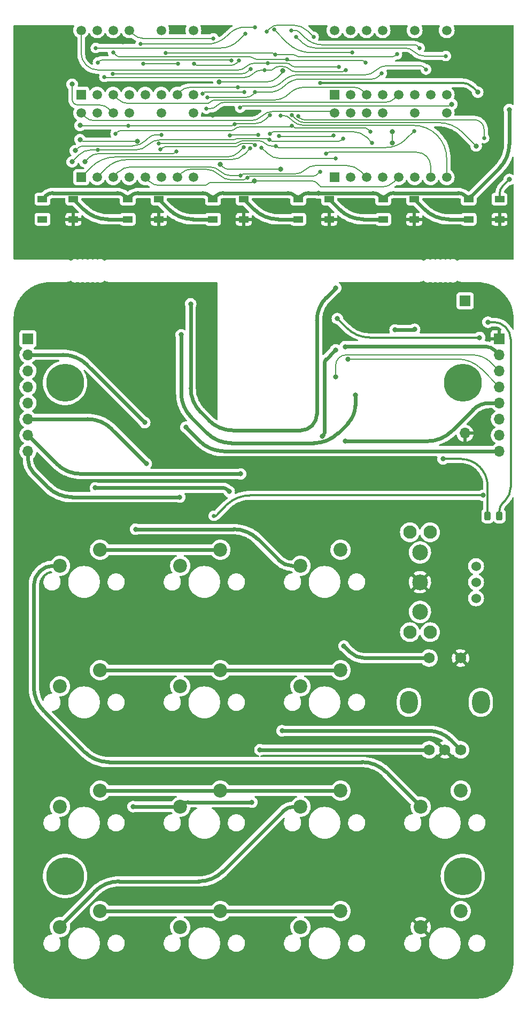
<source format=gbr>
G04 #@! TF.GenerationSoftware,KiCad,Pcbnew,(6.0.4-0)*
G04 #@! TF.CreationDate,2022-04-25T16:23:07-04:00*
G04 #@! TF.ProjectId,unitron,756e6974-726f-46e2-9e6b-696361645f70,1.13*
G04 #@! TF.SameCoordinates,Original*
G04 #@! TF.FileFunction,Copper,L1,Top*
G04 #@! TF.FilePolarity,Positive*
%FSLAX46Y46*%
G04 Gerber Fmt 4.6, Leading zero omitted, Abs format (unit mm)*
G04 Created by KiCad (PCBNEW (6.0.4-0)) date 2022-04-25 16:23:07*
%MOMM*%
%LPD*%
G01*
G04 APERTURE LIST*
G04 Aperture macros list*
%AMRoundRect*
0 Rectangle with rounded corners*
0 $1 Rounding radius*
0 $2 $3 $4 $5 $6 $7 $8 $9 X,Y pos of 4 corners*
0 Add a 4 corners polygon primitive as box body*
4,1,4,$2,$3,$4,$5,$6,$7,$8,$9,$2,$3,0*
0 Add four circle primitives for the rounded corners*
1,1,$1+$1,$2,$3*
1,1,$1+$1,$4,$5*
1,1,$1+$1,$6,$7*
1,1,$1+$1,$8,$9*
0 Add four rect primitives between the rounded corners*
20,1,$1+$1,$2,$3,$4,$5,0*
20,1,$1+$1,$4,$5,$6,$7,0*
20,1,$1+$1,$6,$7,$8,$9,0*
20,1,$1+$1,$8,$9,$2,$3,0*%
G04 Aperture macros list end*
G04 #@! TA.AperFunction,ComponentPad*
%ADD10C,2.200000*%
G04 #@! TD*
G04 #@! TA.AperFunction,ComponentPad*
%ADD11R,1.500000X1.500000*%
G04 #@! TD*
G04 #@! TA.AperFunction,ComponentPad*
%ADD12C,1.500000*%
G04 #@! TD*
G04 #@! TA.AperFunction,ComponentPad*
%ADD13C,2.500000*%
G04 #@! TD*
G04 #@! TA.AperFunction,ComponentPad*
%ADD14C,2.100000*%
G04 #@! TD*
G04 #@! TA.AperFunction,ComponentPad*
%ADD15R,1.700000X1.700000*%
G04 #@! TD*
G04 #@! TA.AperFunction,ComponentPad*
%ADD16O,1.700000X1.700000*%
G04 #@! TD*
G04 #@! TA.AperFunction,SMDPad,CuDef*
%ADD17R,1.500000X1.000000*%
G04 #@! TD*
G04 #@! TA.AperFunction,ComponentPad*
%ADD18C,1.524000*%
G04 #@! TD*
G04 #@! TA.AperFunction,ComponentPad*
%ADD19C,6.000000*%
G04 #@! TD*
G04 #@! TA.AperFunction,SMDPad,CuDef*
%ADD20RoundRect,0.243750X-0.243750X-0.456250X0.243750X-0.456250X0.243750X0.456250X-0.243750X0.456250X0*%
G04 #@! TD*
G04 #@! TA.AperFunction,ComponentPad*
%ADD21O,2.800000X3.600000*%
G04 #@! TD*
G04 #@! TA.AperFunction,ComponentPad*
%ADD22C,1.750000*%
G04 #@! TD*
G04 #@! TA.AperFunction,ViaPad*
%ADD23C,0.800000*%
G04 #@! TD*
G04 #@! TA.AperFunction,ViaPad*
%ADD24C,0.650000*%
G04 #@! TD*
G04 #@! TA.AperFunction,Conductor*
%ADD25C,0.355600*%
G04 #@! TD*
G04 #@! TA.AperFunction,Conductor*
%ADD26C,0.203200*%
G04 #@! TD*
G04 #@! TA.AperFunction,Conductor*
%ADD27C,0.609600*%
G04 #@! TD*
G04 #@! TA.AperFunction,Conductor*
%ADD28C,0.304800*%
G04 #@! TD*
G04 APERTURE END LIST*
D10*
X78181200Y-144475200D03*
X71831200Y-147015200D03*
X97231200Y-144475200D03*
X90881200Y-147015200D03*
X78181200Y-106375200D03*
X71831200Y-108915200D03*
X78181200Y-125425200D03*
X71831200Y-127965200D03*
X97231200Y-125425200D03*
X90881200Y-127965200D03*
X97231200Y-106375200D03*
X90881200Y-108915200D03*
X116281200Y-106375200D03*
X109931200Y-108915200D03*
X116281200Y-163525200D03*
X109931200Y-166065200D03*
D11*
X115303300Y-47446163D03*
D12*
X117843300Y-47446163D03*
X120383300Y-47446163D03*
X122923300Y-47446163D03*
X125463300Y-47446163D03*
X128003300Y-47446163D03*
X130543300Y-47446163D03*
X133083300Y-47446163D03*
X133083300Y-37286163D03*
X128003300Y-37286163D03*
X122923300Y-37286163D03*
X120383300Y-37286163D03*
X117843300Y-37286163D03*
X115303300Y-37286163D03*
D11*
X75171300Y-47446163D03*
D12*
X77711300Y-47446163D03*
X80251300Y-47446163D03*
X82791300Y-47446163D03*
X85331300Y-47446163D03*
X87871300Y-47446163D03*
X90411300Y-47446163D03*
X92951300Y-47446163D03*
X92951300Y-37286163D03*
X87871300Y-37286163D03*
X82791300Y-37286163D03*
X80251300Y-37286163D03*
X77711300Y-37286163D03*
X75171300Y-37286163D03*
D10*
X78181200Y-163525200D03*
X71831200Y-166065200D03*
D11*
X115303300Y-34365163D03*
D12*
X117843300Y-34365163D03*
X120383300Y-34365163D03*
X122923300Y-34365163D03*
X125463300Y-34365163D03*
X128003300Y-34365163D03*
X130543300Y-34365163D03*
X133083300Y-34365163D03*
X133083300Y-24205163D03*
X128003300Y-24205163D03*
X122923300Y-24205163D03*
X120383300Y-24205163D03*
X117843300Y-24205163D03*
X115303300Y-24205163D03*
D11*
X75171300Y-34365163D03*
D12*
X77711300Y-34365163D03*
X80251300Y-34365163D03*
X82791300Y-34365163D03*
X85331300Y-34365163D03*
X87871300Y-34365163D03*
X90411300Y-34365163D03*
X92951300Y-34365163D03*
X92951300Y-24205163D03*
X87871300Y-24205163D03*
X82791300Y-24205163D03*
X80251300Y-24205163D03*
X77711300Y-24205163D03*
X75171300Y-24205163D03*
D10*
X116281200Y-144475200D03*
X109931200Y-147015200D03*
D13*
X128852397Y-106800006D03*
X128852397Y-111500006D03*
X128852397Y-116200006D03*
D14*
X127252397Y-103600006D03*
X130452397Y-103600006D03*
X130452397Y-119400006D03*
X127252397Y-119400006D03*
D10*
X116281200Y-125425200D03*
X109931200Y-127965200D03*
D15*
X136000007Y-66999993D03*
D16*
X136000007Y-87954993D03*
D17*
X69050000Y-50900000D03*
X69050000Y-54100000D03*
X73950000Y-54100000D03*
X73950000Y-50900000D03*
X96050000Y-50900000D03*
X96050000Y-54100000D03*
X100950000Y-54100000D03*
X100950000Y-50900000D03*
D18*
X137730000Y-108960000D03*
X137730000Y-111500000D03*
X137730000Y-114040000D03*
D19*
X72627300Y-79974600D03*
D20*
X139562500Y-101000000D03*
X141437500Y-101000000D03*
D15*
X141427200Y-72999600D03*
D16*
X141427200Y-75539600D03*
X141427200Y-78079600D03*
X141427200Y-80619600D03*
X141427200Y-83159600D03*
X141427200Y-85699600D03*
X141427200Y-88239600D03*
X141427200Y-90779600D03*
D10*
X97231200Y-163525200D03*
X90881200Y-166065200D03*
D17*
X136550000Y-50900000D03*
X136550000Y-54100000D03*
X141450000Y-54100000D03*
X141450000Y-50900000D03*
D19*
X135627300Y-157974600D03*
D21*
X127091200Y-130505200D03*
X138491200Y-130505200D03*
D22*
X130291200Y-138005200D03*
X135291200Y-138005200D03*
X132791200Y-138005200D03*
X130291200Y-123505200D03*
X135291200Y-123505200D03*
D19*
X135627300Y-79974600D03*
X72627300Y-157974600D03*
D17*
X109550000Y-50900000D03*
X109550000Y-54100000D03*
X114450000Y-54100000D03*
X114450000Y-50900000D03*
X82550000Y-50900000D03*
X82550000Y-54100000D03*
X87450000Y-54100000D03*
X87450000Y-50900000D03*
D10*
X135331200Y-144475200D03*
X128981200Y-147015200D03*
D15*
X66751200Y-72999600D03*
D16*
X66751200Y-75539600D03*
X66751200Y-78079600D03*
X66751200Y-80619600D03*
X66751200Y-83159600D03*
X66751200Y-85699600D03*
X66751200Y-88239600D03*
X66751200Y-90779600D03*
D17*
X123050000Y-50900000D03*
X123050000Y-54100000D03*
X127950000Y-54100000D03*
X127950000Y-50900000D03*
D10*
X135331200Y-163525200D03*
X128981200Y-166065200D03*
D23*
X80800000Y-68800000D03*
X134400000Y-71350000D03*
X123750000Y-108000000D03*
D24*
X78854300Y-31571163D03*
X117105139Y-30479031D03*
X104263924Y-30545539D03*
D23*
X73750000Y-44999998D03*
D24*
X116700300Y-41350163D03*
X77838300Y-43128154D03*
X105000000Y-41500000D03*
X88600000Y-27800000D03*
X105923904Y-28072353D03*
X125200000Y-28000000D03*
X127932885Y-40120700D03*
X106000000Y-42500000D03*
X87871300Y-40715163D03*
D23*
X74250000Y-43250000D03*
D24*
X87490300Y-42112163D03*
X101000000Y-34000000D03*
X95000000Y-36600000D03*
X90500000Y-29500000D03*
X85000000Y-29500000D03*
X94400000Y-34200000D03*
D23*
X75000000Y-41500000D03*
X102600000Y-48000000D03*
X84100000Y-41800000D03*
D24*
X100000000Y-33250000D03*
X129800000Y-30400000D03*
X90284300Y-43382163D03*
X114000000Y-43750000D03*
X101500000Y-47500000D03*
D23*
X75750000Y-45000000D03*
D24*
X113000000Y-46600000D03*
X80226971Y-31078500D03*
X102000000Y-30301152D03*
X100444300Y-47192163D03*
X122800000Y-31000000D03*
X102750000Y-34000000D03*
X96126300Y-25475163D03*
X95200000Y-34800000D03*
X105065039Y-37611173D03*
X99466400Y-39078500D03*
D23*
X75000000Y-39250000D03*
D24*
X82664300Y-39318163D03*
X116000000Y-30000000D03*
X104741145Y-29425548D03*
X106524113Y-40947471D03*
X115176300Y-40828500D03*
X107800000Y-28800000D03*
X80250000Y-27750000D03*
X120256300Y-29285163D03*
X121000000Y-40250000D03*
X108575322Y-39321185D03*
D23*
X73750000Y-32750000D03*
D24*
X80632300Y-40588163D03*
D23*
X138000000Y-34000000D03*
X112743289Y-49943289D03*
X143000000Y-36750000D03*
D24*
X113000000Y-32500000D03*
D23*
X128000000Y-71500000D03*
X124900000Y-71600000D03*
X117400000Y-76200000D03*
X133900000Y-35900000D03*
D24*
X100369667Y-36427742D03*
D23*
X115500000Y-79000000D03*
X107100000Y-30600000D03*
X106800000Y-46200000D03*
X97200000Y-45400000D03*
X97000000Y-32400000D03*
D24*
X96200000Y-101000000D03*
D23*
X138856700Y-97769748D03*
X117000000Y-89200000D03*
X98400000Y-54000000D03*
X138455400Y-26063746D03*
X96000000Y-37600000D03*
X136800000Y-44200000D03*
X113250000Y-24250000D03*
X81800000Y-26000000D03*
X102666800Y-37286152D03*
X97600000Y-24200000D03*
X90400000Y-24200000D03*
D24*
X132956300Y-28269163D03*
X109250000Y-25250000D03*
X106775400Y-37724600D03*
X128800000Y-27000000D03*
X108500000Y-24205163D03*
D23*
X124500000Y-40250000D03*
X124500000Y-42053500D03*
D24*
X105738457Y-24103554D03*
X118113583Y-27750000D03*
X121250000Y-42000000D03*
X105086171Y-40581595D03*
X112000000Y-25250000D03*
X104592010Y-24414527D03*
X115500000Y-44500000D03*
X103750000Y-42750000D03*
X93078300Y-29500000D03*
X100200000Y-29000000D03*
X103245810Y-40750000D03*
X98764878Y-40842163D03*
X102730300Y-23697163D03*
X84600000Y-26400000D03*
X87749823Y-43057179D03*
X102730300Y-42366163D03*
X99000000Y-29000000D03*
X77838300Y-29285163D03*
X101968300Y-42874163D03*
X101206300Y-24713163D03*
X77500000Y-27000000D03*
X100946777Y-42691173D03*
D23*
X137750000Y-42500000D03*
D24*
X108572300Y-37611173D03*
X139000000Y-41250000D03*
X109586670Y-37827824D03*
D23*
X118600000Y-81900000D03*
X117000000Y-74250000D03*
X91025400Y-72374600D03*
X91750000Y-87000000D03*
X143000000Y-47800000D03*
X83807300Y-103124000D03*
X83400000Y-147000000D03*
X85250000Y-86250000D03*
X102222300Y-146304000D03*
X98625400Y-97174600D03*
X77425400Y-96574600D03*
X85500000Y-92750000D03*
X100425400Y-94374600D03*
X90792300Y-98044000D03*
X103500000Y-138000000D03*
X107000000Y-135000000D03*
X116800000Y-121600000D03*
X115500000Y-74750000D03*
X113400000Y-88400000D03*
X115525400Y-64974600D03*
X92525400Y-67474600D03*
X139625400Y-70374600D03*
X132500000Y-92000000D03*
X138300000Y-72800000D03*
X115757900Y-69794600D03*
D25*
X96503420Y-101000000D02*
X96200000Y-101000000D01*
X138856700Y-97769748D02*
X101984215Y-97769748D01*
X98306091Y-99197329D02*
X96503420Y-101000000D01*
X98306088Y-99197326D02*
G75*
G02*
X101984215Y-97769748I3681912J-4034274D01*
G01*
D26*
X107172432Y-29946499D02*
X106477086Y-29946499D01*
X116965478Y-30618691D02*
X117105139Y-30479031D01*
X102398730Y-31101270D02*
X102491495Y-31008504D01*
X103609192Y-30545539D02*
X104263924Y-30545539D01*
X116628308Y-30758352D02*
X109132418Y-30758352D01*
X105030875Y-30545539D02*
X104263924Y-30545539D01*
X78897219Y-31614082D02*
X78854300Y-31571163D01*
X79000834Y-31657001D02*
X101057076Y-31657001D01*
X101057076Y-31656979D02*
G75*
G03*
X102398730Y-31101270I24J1897379D01*
G01*
X106477086Y-29946483D02*
G75*
G03*
X105753982Y-30246020I14J-1022617D01*
G01*
X79000834Y-31656986D02*
G75*
G02*
X78897219Y-31614082I-34J146486D01*
G01*
X102491499Y-31008508D02*
G75*
G02*
X103609192Y-30545539I1117701J-1117692D01*
G01*
X109132418Y-30758329D02*
G75*
G02*
X108152425Y-30352425I-18J1385929D01*
G01*
X107172432Y-29946471D02*
G75*
G02*
X108152425Y-30352425I-32J-1385929D01*
G01*
X105753996Y-30246034D02*
G75*
G02*
X105030875Y-30545539I-723096J723134D01*
G01*
X116965479Y-30618692D02*
G75*
G02*
X116628308Y-30758352I-337179J337192D01*
G01*
X99354583Y-41533162D02*
X87673130Y-41533162D01*
X83822479Y-43128154D02*
X77838300Y-43128154D01*
X105125000Y-41625000D02*
X105000000Y-41500000D01*
X99848679Y-41328501D02*
X104707232Y-41328501D01*
X76730073Y-43128154D02*
X77838300Y-43128154D01*
X116017735Y-41750000D02*
X105426776Y-41750000D01*
X73750000Y-44999998D02*
X74838210Y-43911788D01*
X116700300Y-41350163D02*
X116500381Y-41550081D01*
X104914250Y-41414250D02*
X105000000Y-41500000D01*
X85747822Y-42330675D02*
G75*
G02*
X83822479Y-43128154I-1925322J1925375D01*
G01*
X104707232Y-41328488D02*
G75*
G02*
X104914249Y-41414251I-32J-292812D01*
G01*
X116500371Y-41550071D02*
G75*
G02*
X116017735Y-41750000I-482671J482671D01*
G01*
X87673130Y-41533189D02*
G75*
G03*
X85747805Y-42330658I-30J-2722811D01*
G01*
X99354583Y-41533154D02*
G75*
G03*
X99601631Y-41430831I17J349354D01*
G01*
X105125007Y-41624993D02*
G75*
G03*
X105426776Y-41750000I301793J301793D01*
G01*
X74838235Y-43911813D02*
G75*
G02*
X76730073Y-43128154I1891865J-1891787D01*
G01*
X99848679Y-41328492D02*
G75*
G03*
X99601631Y-41430831I21J-349408D01*
G01*
X108840671Y-28072353D02*
X105923904Y-28072353D01*
X105923904Y-28072353D02*
X105768309Y-27916758D01*
X88600000Y-27800000D02*
X88619418Y-27780581D01*
X109631681Y-28400000D02*
X124517157Y-28400000D01*
X125000000Y-28200000D02*
X125200000Y-28000000D01*
X88666298Y-27761163D02*
X105392669Y-27761163D01*
X124517157Y-28399953D02*
G75*
G03*
X125000000Y-28200000I43J682853D01*
G01*
X109236191Y-28236161D02*
G75*
G03*
X109631681Y-28400000I395509J395461D01*
G01*
X88619411Y-27780574D02*
G75*
G02*
X88666298Y-27761163I46889J-46926D01*
G01*
X109236194Y-28236158D02*
G75*
G03*
X108840671Y-28072353I-395494J-395542D01*
G01*
X105392669Y-27761186D02*
G75*
G02*
X105768309Y-27916758I31J-531214D01*
G01*
X100667882Y-41683612D02*
X103322275Y-41683612D01*
X123444389Y-42750000D02*
X106426776Y-42750000D01*
X83300392Y-42500000D02*
X75530330Y-42500000D01*
X87490300Y-42112163D02*
X99633268Y-42112163D01*
X106000000Y-42500000D02*
X106125000Y-42625000D01*
X106000000Y-42500000D02*
X105293210Y-42500000D01*
X87109300Y-40715163D02*
X87871300Y-40715163D01*
X126618235Y-41435350D02*
X127932885Y-40120700D01*
X85808484Y-41253978D02*
X85454881Y-41607581D01*
X74625000Y-42875000D02*
X74250000Y-43250000D01*
X100150583Y-41897895D02*
G75*
G02*
X100667882Y-41683612I517317J-517305D01*
G01*
X100150587Y-41897899D02*
G75*
G02*
X99633268Y-42112163I-517287J517299D01*
G01*
X75530330Y-42500013D02*
G75*
G03*
X74625000Y-42875000I-30J-1280287D01*
G01*
X106426776Y-42750009D02*
G75*
G02*
X106125000Y-42625000I24J426809D01*
G01*
X103322275Y-41683638D02*
G75*
G02*
X104307742Y-42091807I25J-1393662D01*
G01*
X85454884Y-41607584D02*
G75*
G02*
X83300392Y-42500000I-2154484J2154484D01*
G01*
X87109300Y-40715165D02*
G75*
G03*
X85808485Y-41253979I0J-1839635D01*
G01*
X123444389Y-42749991D02*
G75*
G03*
X126618235Y-41435350I11J4488491D01*
G01*
X105293210Y-42499981D02*
G75*
G02*
X104307743Y-42091806I-10J1393681D01*
G01*
X94741421Y-34000000D02*
X101000000Y-34000000D01*
X85000000Y-29500000D02*
X90500000Y-29500000D01*
X124845881Y-34982581D02*
X125463300Y-34365163D01*
X96699999Y-36099999D02*
X96624264Y-36175735D01*
X97907106Y-35600000D02*
X123355301Y-35600000D01*
X94400000Y-34200000D02*
X94500000Y-34100000D01*
X95000000Y-36600000D02*
X95600000Y-36600000D01*
X96624259Y-36175730D02*
G75*
G02*
X95600000Y-36600000I-1024259J1024230D01*
G01*
X96699998Y-36099998D02*
G75*
G02*
X97907106Y-35600000I1207102J-1207102D01*
G01*
X94499973Y-34099973D02*
G75*
G02*
X94741421Y-34000000I241427J-241527D01*
G01*
X123355301Y-35599999D02*
G75*
G03*
X124845880Y-34982580I-1J2107999D01*
G01*
X122810734Y-49000000D02*
X118150343Y-49000000D01*
X113000000Y-48800000D02*
X113037500Y-48837500D01*
X85983218Y-48098081D02*
X85331300Y-47446163D01*
X105173851Y-48000000D02*
X105750000Y-48000000D01*
X102862500Y-48000000D02*
X102600000Y-48000000D01*
X114007378Y-49000000D02*
X113665559Y-49000000D01*
X113365003Y-49000000D02*
X113270710Y-49000000D01*
X118150343Y-49000000D02*
X116500228Y-49000000D01*
X114850114Y-49000000D02*
X114402230Y-49000000D01*
X112900000Y-48700000D02*
X113000000Y-48800000D01*
X110110201Y-48000000D02*
X109021598Y-48000000D01*
X102173223Y-48250000D02*
X95853553Y-48250000D01*
X114349197Y-49000000D02*
X114402230Y-49000000D01*
X115975728Y-49000000D02*
X115374613Y-49000000D01*
X102475000Y-48125000D02*
X102600000Y-48000000D01*
X115297998Y-49000000D02*
X115374613Y-49000000D01*
X114349197Y-49000000D02*
X114007378Y-49000000D01*
X75000000Y-41500000D02*
X75150000Y-41650000D01*
X109021598Y-48000000D02*
X107932995Y-48000000D01*
X112650000Y-48450000D02*
X112900000Y-48700000D01*
X113062500Y-48862500D02*
X113087500Y-48887500D01*
X105173851Y-48000000D02*
X104507950Y-48000000D01*
X113037500Y-48837500D02*
X113062500Y-48862500D01*
X113553589Y-49000000D02*
X113365003Y-49000000D01*
X113112500Y-48912500D02*
X113137500Y-48937500D01*
X104507950Y-48000000D02*
X103842049Y-48000000D01*
X87557088Y-48750000D02*
X94646446Y-48750000D01*
X111230652Y-48000000D02*
X111563603Y-48000000D01*
X110110201Y-48000000D02*
X110564751Y-48000000D01*
X107932995Y-48000000D02*
X107568198Y-48000000D01*
X124686381Y-48223081D02*
X125463300Y-47446163D01*
X111230652Y-48000000D02*
X110564751Y-48000000D01*
X115297998Y-49000000D02*
X114850114Y-49000000D01*
X113087500Y-48887500D02*
X113112500Y-48912500D01*
X103387500Y-48000000D02*
X102862500Y-48000000D01*
X107568198Y-48000000D02*
X105750000Y-48000000D01*
X113137500Y-48937500D02*
X113150000Y-48950000D01*
X113553589Y-49000000D02*
X113665559Y-49000000D01*
X84100000Y-41800000D02*
X75512132Y-41800000D01*
X103387500Y-48000000D02*
X103842049Y-48000000D01*
X115975728Y-49000000D02*
X116500228Y-49000000D01*
X75149991Y-41650009D02*
G75*
G03*
X75512132Y-41800000I362109J362109D01*
G01*
X95249984Y-48499984D02*
G75*
G02*
X95853553Y-48250000I603516J-603516D01*
G01*
X111563603Y-47999999D02*
G75*
G02*
X112650000Y-48450000I-3J-1536401D01*
G01*
X85983221Y-48098078D02*
G75*
G03*
X87557088Y-48750000I1573879J1573878D01*
G01*
X95249986Y-48499986D02*
G75*
G02*
X94646446Y-48750000I-603586J603586D01*
G01*
X102474993Y-48124993D02*
G75*
G02*
X102173223Y-48250000I-301793J301793D01*
G01*
X113149997Y-48950003D02*
G75*
G03*
X113270710Y-49000000I120703J120703D01*
G01*
X122810734Y-49000013D02*
G75*
G03*
X124686381Y-48223081I-34J2652613D01*
G01*
X92315002Y-33250000D02*
X100000000Y-33250000D01*
X100000000Y-33250000D02*
X104747665Y-33250000D01*
X109535535Y-31266799D02*
X120096017Y-31266799D01*
X128775735Y-29800000D02*
X123637183Y-29800000D01*
X129800000Y-30400000D02*
X129500000Y-30100000D01*
X90968881Y-33807581D02*
X90411300Y-34365163D01*
X120096017Y-31266805D02*
G75*
G03*
X121866599Y-30533398I-17J2504005D01*
G01*
X109535535Y-31266814D02*
G75*
G03*
X107141600Y-32258399I-35J-3385486D01*
G01*
X90968881Y-33807581D02*
G75*
G02*
X92315002Y-33250000I1346119J-1346119D01*
G01*
X129499989Y-30100011D02*
G75*
G03*
X128775735Y-29800000I-724289J-724289D01*
G01*
X121866605Y-30533404D02*
G75*
G02*
X123637183Y-29800000I1770595J-1770596D01*
G01*
X104747665Y-33249985D02*
G75*
G03*
X107141600Y-32258399I35J3385485D01*
G01*
X114426776Y-43500000D02*
X128335498Y-43500000D01*
X101603113Y-47396887D02*
X101500000Y-47500000D01*
X91046300Y-46811163D02*
X90411300Y-47446163D01*
X101308423Y-47691576D02*
X101500000Y-47500000D01*
X112653113Y-46946887D02*
X113000000Y-46600000D01*
X101852049Y-47293774D02*
X111815653Y-47293774D01*
X75750000Y-45000000D02*
X76396418Y-44353582D01*
X89729488Y-43707164D02*
X77957009Y-43707164D01*
X130543300Y-45707801D02*
X130543300Y-47446163D01*
X92579325Y-46176163D02*
X94919275Y-46176163D01*
X114125000Y-43625000D02*
X114000000Y-43750000D01*
X99040314Y-47883153D02*
X100845916Y-47883153D01*
X90121799Y-43544663D02*
X90284300Y-43382163D01*
X129896650Y-44146650D02*
G75*
G03*
X128335498Y-43500000I-1561150J-1561150D01*
G01*
X90121816Y-43544680D02*
G75*
G02*
X89729488Y-43707164I-392316J392380D01*
G01*
X96979780Y-47029673D02*
G75*
G03*
X99040314Y-47883153I2060520J2060573D01*
G01*
X129896650Y-44146650D02*
G75*
G02*
X130543300Y-45707801I-1561150J-1561150D01*
G01*
X91046285Y-46811148D02*
G75*
G02*
X92579325Y-46176163I1533015J-1533052D01*
G01*
X101852049Y-47293803D02*
G75*
G03*
X101603114Y-47396888I-49J-351997D01*
G01*
X94919275Y-46176187D02*
G75*
G02*
X96979795Y-47029658I25J-2914013D01*
G01*
X76396408Y-44353572D02*
G75*
G02*
X77957009Y-43707164I1560592J-1560628D01*
G01*
X111815653Y-47293733D02*
G75*
G03*
X112653113Y-46946887I47J1184333D01*
G01*
X114426776Y-43499991D02*
G75*
G03*
X114125000Y-43625000I24J-426809D01*
G01*
X100845916Y-47883173D02*
G75*
G03*
X101308423Y-47691576I-16J654073D01*
G01*
X119813018Y-33794881D02*
X120383300Y-34365163D01*
X100672983Y-31078500D02*
X80226971Y-31078500D01*
X80968718Y-35082581D02*
X80251300Y-34365163D01*
X82700719Y-35800000D02*
X95007477Y-35800000D01*
X96347632Y-35244890D02*
X105672731Y-35244890D01*
X118436237Y-33224600D02*
X110550142Y-33224600D01*
X102000000Y-30301152D02*
X101611326Y-30689826D01*
X82700719Y-35799991D02*
G75*
G02*
X80968719Y-35082580I-19J2449391D01*
G01*
X95677559Y-35522449D02*
G75*
G02*
X95007477Y-35800000I-670059J670049D01*
G01*
X108111430Y-34234738D02*
G75*
G02*
X105672731Y-35244890I-2438730J2438738D01*
G01*
X108111426Y-34234734D02*
G75*
G02*
X110550142Y-33224600I2438674J-2438666D01*
G01*
X101611331Y-30689831D02*
G75*
G02*
X100672983Y-31078500I-938331J938331D01*
G01*
X119813007Y-33794892D02*
G75*
G03*
X118436237Y-33224600I-1376807J-1376808D01*
G01*
X95677544Y-35522434D02*
G75*
G02*
X96347632Y-35244890I670056J-670066D01*
G01*
X81064105Y-46633357D02*
X80251300Y-47446163D01*
X117231702Y-45600000D02*
X112286003Y-45600000D01*
X119460218Y-46523081D02*
X120383300Y-47446163D01*
X100444300Y-47192163D02*
X100579632Y-47056831D01*
X100906352Y-46921499D02*
X109095623Y-46921499D01*
X100444300Y-47192163D02*
X98874175Y-47192163D01*
X83026391Y-45820552D02*
X95562813Y-45820552D01*
X112286003Y-45599991D02*
G75*
G03*
X110690813Y-46260749I-3J-2255909D01*
G01*
X95562813Y-45820532D02*
G75*
G02*
X97218493Y-46506358I-13J-2341468D01*
G01*
X98874175Y-47192187D02*
G75*
G02*
X97218494Y-46506357I25J2341487D01*
G01*
X117231702Y-45599999D02*
G75*
G02*
X119460218Y-46523081I-2J-3151601D01*
G01*
X81064119Y-46633371D02*
G75*
G02*
X83026391Y-45820552I1962281J-1962229D01*
G01*
X110690793Y-46260729D02*
G75*
G02*
X109095623Y-46921499I-1595193J1595129D01*
G01*
X100579616Y-47056815D02*
G75*
G02*
X100906352Y-46921499I326684J-326685D01*
G01*
X102750000Y-34000000D02*
X104930277Y-34000000D01*
X121226902Y-31921499D02*
X109948223Y-31921499D01*
X102750000Y-34000000D02*
X102350000Y-34400000D01*
X84959325Y-25475163D02*
X96126300Y-25475163D01*
X95200000Y-34800000D02*
X101384314Y-34800000D01*
X83426300Y-24840163D02*
X82791300Y-24205163D01*
X122800000Y-31000000D02*
X122339250Y-31460749D01*
X83426279Y-24840184D02*
G75*
G03*
X84959325Y-25475163I1533021J1533084D01*
G01*
X107439244Y-32960743D02*
G75*
G02*
X109948223Y-31921499I2508956J-2508957D01*
G01*
X101384314Y-34800006D02*
G75*
G03*
X102350000Y-34400000I-14J1365706D01*
G01*
X104930277Y-33999990D02*
G75*
G03*
X107439250Y-32960749I23J3548190D01*
G01*
X122339249Y-31460748D02*
G75*
G02*
X121226902Y-31921499I-1112349J1112348D01*
G01*
X99664335Y-38962552D02*
X102758090Y-38962552D01*
X82664300Y-39318163D02*
X75116361Y-39318163D01*
X104389349Y-38286862D02*
X105065039Y-37611173D01*
X99524374Y-39020526D02*
X99466400Y-39078500D01*
X99346568Y-39198331D02*
X99466400Y-39078500D01*
X82664300Y-39318163D02*
X99057269Y-39318163D01*
X75000000Y-39250000D02*
X75034081Y-39284081D01*
X99057269Y-39318131D02*
G75*
G03*
X99346568Y-39198331I31J409131D01*
G01*
X75116361Y-39318189D02*
G75*
G02*
X75034082Y-39284080I39J116389D01*
G01*
X102758090Y-38962543D02*
G75*
G03*
X104389349Y-38286862I10J2306943D01*
G01*
X99664335Y-38962581D02*
G75*
G03*
X99524374Y-39020526I-35J-197919D01*
G01*
X109106198Y-30000000D02*
X116000000Y-30000000D01*
X99990247Y-30500000D02*
X77866309Y-30500000D01*
X104741145Y-29425548D02*
X107719349Y-29425548D01*
X104741145Y-29425548D02*
X102584204Y-29425548D01*
X75171300Y-27804990D02*
X75171300Y-24205163D01*
X75960647Y-29710653D02*
G75*
G02*
X75171300Y-27804990I1905653J1905653D01*
G01*
X77866309Y-30499996D02*
G75*
G02*
X75960650Y-29710650I-9J2694996D01*
G01*
X102584204Y-29425536D02*
G75*
G03*
X101287226Y-29962774I-4J-1834164D01*
G01*
X108412800Y-29712748D02*
G75*
G03*
X107719349Y-29425548I-693400J-693452D01*
G01*
X108412764Y-29712784D02*
G75*
G03*
X109106198Y-30000000I693436J693484D01*
G01*
X101287201Y-29962749D02*
G75*
G02*
X99990247Y-30500000I-1297001J1296949D01*
G01*
X106524113Y-40947471D02*
X106550377Y-40973735D01*
X115176300Y-40828500D02*
X115090550Y-40914250D01*
X115176300Y-37159163D02*
X115303300Y-37286163D01*
X114869694Y-37032163D02*
X105579798Y-37032163D01*
X102036126Y-38500000D02*
X96827273Y-38500000D01*
X75781719Y-37896582D02*
X75171300Y-37286163D01*
X106613785Y-41000000D02*
X114883531Y-41000000D01*
X96810371Y-38507001D02*
X77255400Y-38507001D01*
X103807959Y-37766078D02*
G75*
G02*
X102036126Y-38500000I-1771859J1771878D01*
G01*
X106550379Y-40973733D02*
G75*
G03*
X106613785Y-41000000I63421J63433D01*
G01*
X96827273Y-38499966D02*
G75*
G03*
X96818822Y-38503500I27J-11934D01*
G01*
X96818847Y-38503525D02*
G75*
G02*
X96810371Y-38507001I-8447J8525D01*
G01*
X77255400Y-38507000D02*
G75*
G02*
X75781719Y-37896582I0J2084100D01*
G01*
X103807967Y-37766086D02*
G75*
G02*
X105579798Y-37032163I1771833J-1771814D01*
G01*
X114869694Y-37032176D02*
G75*
G02*
X115176300Y-37159163I6J-433624D01*
G01*
X114883531Y-41000012D02*
G75*
G03*
X115090549Y-40914249I-31J292812D01*
G01*
X120256300Y-29285163D02*
X120113718Y-29142581D01*
X107800000Y-28800000D02*
X107900000Y-28900000D01*
X80585749Y-28085749D02*
X80250000Y-27750000D01*
X119769496Y-29000000D02*
X108141421Y-29000000D01*
X107800000Y-28800000D02*
X102933662Y-28800000D01*
X81396320Y-28421499D02*
X102019880Y-28421499D01*
X80585743Y-28085755D02*
G75*
G03*
X81396320Y-28421499I810557J810555D01*
G01*
X102019880Y-28421501D02*
G75*
G02*
X102476771Y-28610749I20J-646099D01*
G01*
X107899994Y-28900006D02*
G75*
G03*
X108141421Y-29000000I241406J241406D01*
G01*
X102933662Y-28800038D02*
G75*
G02*
X102476771Y-28610749I38J646138D01*
G01*
X120113719Y-29142580D02*
G75*
G03*
X119769496Y-29000000I-344219J-344220D01*
G01*
X108270065Y-39500000D02*
X100273262Y-39500000D01*
X73750000Y-32750000D02*
X73750000Y-35135017D01*
X108485914Y-39410592D02*
X108575322Y-39321185D01*
X79616300Y-36651163D02*
X80251300Y-37286163D01*
X74631145Y-36016163D02*
X78083274Y-36016163D01*
X80632300Y-40588163D02*
X80886300Y-40334163D01*
X121000000Y-40250000D02*
X120686470Y-39936470D01*
X109090451Y-39622941D02*
X119929543Y-39622941D01*
X81499510Y-40080163D02*
X98872624Y-40080163D01*
X108575322Y-39321185D02*
X108726200Y-39472063D01*
X100273262Y-39499973D02*
G75*
G03*
X99572943Y-39790081I38J-990427D01*
G01*
X98872624Y-40080190D02*
G75*
G03*
X99572942Y-39790080I-24J990390D01*
G01*
X108485941Y-39410619D02*
G75*
G02*
X108270065Y-39500000I-215841J215919D01*
G01*
X74008055Y-35758107D02*
G75*
G03*
X74631145Y-36016163I623045J623107D01*
G01*
X79616315Y-36651148D02*
G75*
G03*
X78083274Y-36016163I-1533015J-1533052D01*
G01*
X80886289Y-40334152D02*
G75*
G02*
X81499510Y-40080163I613211J-613248D01*
G01*
X74008099Y-35758063D02*
G75*
G02*
X73750000Y-35135017I623001J623063D01*
G01*
X108726172Y-39472091D02*
G75*
G03*
X109090451Y-39622941I364228J364291D01*
G01*
X120686449Y-39936491D02*
G75*
G03*
X119929543Y-39622941I-756949J-756909D01*
G01*
D25*
X138000000Y-34000000D02*
X137250000Y-33250000D01*
D27*
X124683207Y-49943289D02*
X134916792Y-49943289D01*
X80916792Y-49943289D02*
X70683207Y-49943289D01*
X84183207Y-49943289D02*
X94416792Y-49943289D01*
X111183207Y-49943289D02*
X112743289Y-49943289D01*
D25*
X135439339Y-32500000D02*
X113000000Y-32500000D01*
D27*
X112743289Y-49943289D02*
X121416792Y-49943289D01*
X69528355Y-50421644D02*
X69050000Y-50900000D01*
X137028355Y-50421644D02*
X141406207Y-46043792D01*
X143000000Y-36750000D02*
X143000000Y-42196036D01*
X97683207Y-49943289D02*
X107916792Y-49943289D01*
X107916792Y-49943296D02*
G75*
G02*
X109071644Y-50421644I8J-1633204D01*
G01*
X110028355Y-50421644D02*
G75*
G02*
X109071644Y-50421644I-478355J478357D01*
G01*
X95571645Y-50421643D02*
G75*
G03*
X96528355Y-50421644I478355J478356D01*
G01*
X111183207Y-49943295D02*
G75*
G03*
X110028355Y-50421644I-7J-1633205D01*
G01*
X83028351Y-50421640D02*
G75*
G02*
X84183207Y-49943289I1154849J-1154860D01*
G01*
X134916792Y-49943296D02*
G75*
G02*
X136071644Y-50421644I8J-1633204D01*
G01*
X121416792Y-49943296D02*
G75*
G02*
X122571644Y-50421644I8J-1633204D01*
G01*
X96528351Y-50421640D02*
G75*
G02*
X97683207Y-49943289I1154849J-1154860D01*
G01*
X70683207Y-49943295D02*
G75*
G03*
X69528355Y-50421644I-7J-1633205D01*
G01*
X80916792Y-49943296D02*
G75*
G02*
X82071644Y-50421644I8J-1633204D01*
G01*
X83028355Y-50421644D02*
G75*
G02*
X82071644Y-50421644I-478355J478357D01*
G01*
X122571645Y-50421643D02*
G75*
G03*
X123528355Y-50421644I478355J478356D01*
G01*
X136071645Y-50421643D02*
G75*
G03*
X137028355Y-50421644I478355J478356D01*
G01*
D25*
X137249988Y-33250012D02*
G75*
G03*
X135439339Y-32500000I-1810688J-1810688D01*
G01*
D27*
X143000010Y-42196036D02*
G75*
G02*
X141406207Y-46043792I-5441610J36D01*
G01*
X123528351Y-50421640D02*
G75*
G02*
X124683207Y-49943289I1154849J-1154860D01*
G01*
X94416792Y-49943296D02*
G75*
G02*
X95571644Y-50421644I8J-1633204D01*
G01*
X128000000Y-71500000D02*
X127950000Y-71550000D01*
X124900000Y-71600000D02*
X127829289Y-71600000D01*
X127950003Y-71550003D02*
G75*
G02*
X127829289Y-71600000I-120703J120703D01*
G01*
X133403963Y-54100000D02*
X136550000Y-54100000D01*
X129556207Y-52506207D02*
X127950000Y-50900000D01*
X129556215Y-52506199D02*
G75*
G03*
X133403963Y-54100000I3847785J3847799D01*
G01*
D26*
X138601392Y-77793792D02*
X141427200Y-80619600D01*
X134753636Y-76200000D02*
X117400000Y-76200000D01*
X138601384Y-77793800D02*
G75*
G03*
X134753636Y-76200000I-3847784J-3847800D01*
G01*
X133900000Y-35900000D02*
X133748074Y-36051926D01*
X100481612Y-36315797D02*
X100369667Y-36427742D01*
X133381292Y-36203852D02*
X100751871Y-36203852D01*
X133748087Y-36051939D02*
G75*
G02*
X133381292Y-36203852I-366787J366839D01*
G01*
X100751871Y-36203816D02*
G75*
G03*
X100481613Y-36315798I29J-382184D01*
G01*
X140160649Y-76813049D02*
X141427200Y-78079600D01*
X115500000Y-79000000D02*
X115500000Y-77174227D01*
X137102926Y-75546499D02*
X117127728Y-75546499D01*
X115500011Y-77174227D02*
G75*
G02*
X115976751Y-76023250I1627689J27D01*
G01*
X117127728Y-75546511D02*
G75*
G03*
X115976751Y-76023250I-28J-1627689D01*
G01*
X140160642Y-76813056D02*
G75*
G03*
X137102926Y-75546499I-3057742J-3057744D01*
G01*
X97600000Y-45800000D02*
X97200000Y-45400000D01*
X97000000Y-32400000D02*
X104468535Y-32400000D01*
X107008597Y-30949926D02*
X106329262Y-31629262D01*
X106800000Y-46200000D02*
X98565685Y-46200000D01*
X107100000Y-30600000D02*
X107100000Y-30729262D01*
X104468535Y-32400014D02*
G75*
G03*
X106329261Y-31629261I-35J2631514D01*
G01*
X107099962Y-30729262D02*
G75*
G02*
X107008597Y-30949926I-312062J-38D01*
G01*
X98565685Y-46200006D02*
G75*
G02*
X97600000Y-45800000I15J1365706D01*
G01*
D27*
X106603776Y-125425200D02*
X101917488Y-125425200D01*
X78181200Y-106375200D02*
X97231200Y-106375200D01*
X97231200Y-144475200D02*
X92544912Y-144475200D01*
X87858624Y-144475200D02*
X78181200Y-144475200D01*
X106603776Y-144475200D02*
X116281200Y-144475200D01*
X101917488Y-125425200D02*
X97231200Y-125425200D01*
X92544912Y-125425200D02*
X87858624Y-125425200D01*
X106603776Y-125425200D02*
X116281200Y-125425200D01*
X106603776Y-144475200D02*
X101917488Y-144475200D01*
X101917488Y-144475200D02*
X97231200Y-144475200D01*
X87858624Y-125425200D02*
X78181200Y-125425200D01*
X97231200Y-125425200D02*
X92544912Y-125425200D01*
X92544912Y-144475200D02*
X87858624Y-144475200D01*
X106603776Y-163525200D02*
X116101594Y-163525200D01*
X106603776Y-163525200D02*
X101917488Y-163525200D01*
X92544912Y-163525200D02*
X87858624Y-163525200D01*
X97231200Y-163525200D02*
X92544912Y-163525200D01*
X116154200Y-163398200D02*
X116027200Y-163271200D01*
X78360805Y-163525200D02*
X87858624Y-163525200D01*
X139880500Y-83159600D02*
X141427200Y-83159600D01*
X130039436Y-89200000D02*
X117000000Y-89200000D01*
X101917488Y-163525200D02*
X97231200Y-163525200D01*
X78308200Y-163398200D02*
X78435200Y-163271200D01*
X133887192Y-87606207D02*
X137240117Y-84253281D01*
X137240111Y-84253275D02*
G75*
G02*
X139880500Y-83159600I2640389J-2640425D01*
G01*
X133887185Y-87606200D02*
G75*
G02*
X130039436Y-89200000I-3847785J3847800D01*
G01*
X78308191Y-163398191D02*
G75*
G03*
X78360805Y-163525200I52609J-52609D01*
G01*
X116154209Y-163398191D02*
G75*
G02*
X116101594Y-163525200I-52609J-52609D01*
G01*
D26*
X109250000Y-25250000D02*
X110125000Y-26125000D01*
X132956300Y-28269163D02*
X129510164Y-28269163D01*
X112237436Y-27000000D02*
X126446134Y-27000000D01*
X127978174Y-27634556D02*
G75*
G03*
X129510164Y-28269163I1532026J1531956D01*
G01*
X126446134Y-26999977D02*
G75*
G02*
X127978149Y-27634581I-34J-2166623D01*
G01*
X110124989Y-26125011D02*
G75*
G03*
X112237436Y-27000000I2112411J2112411D01*
G01*
X110434834Y-39247162D02*
X127814932Y-39247162D01*
X133083300Y-44515529D02*
X133083300Y-47446163D01*
X106775400Y-37724600D02*
X107305529Y-37724600D01*
X108596940Y-38485881D02*
X108210517Y-38099458D01*
X107305529Y-37724566D02*
G75*
G02*
X108210517Y-38099458I-29J-1279834D01*
G01*
X133083269Y-44515529D02*
G75*
G03*
X131540230Y-40790232I-5268369J29D01*
G01*
X110434834Y-39247141D02*
G75*
G02*
X108596940Y-38485881I-34J2599141D01*
G01*
X127814932Y-39247131D02*
G75*
G02*
X131540230Y-40790232I-32J-5268369D01*
G01*
X127946446Y-26500000D02*
X113372694Y-26500000D01*
X110602581Y-25352581D02*
X109792864Y-24542864D01*
X128800000Y-27000000D02*
X128550000Y-26750000D01*
X108977581Y-24205163D02*
X108500000Y-24205163D01*
X109792864Y-24542864D02*
G75*
G03*
X108977581Y-24205163I-815264J-815236D01*
G01*
X113372694Y-26500012D02*
G75*
G02*
X110602582Y-25352580I6J3917512D01*
G01*
X127946446Y-26500023D02*
G75*
G02*
X128549999Y-26750001I54J-853477D01*
G01*
X124500000Y-40250000D02*
X124500000Y-42053500D01*
X118113583Y-27750000D02*
X111638866Y-27750000D01*
X107791110Y-26156207D02*
X105738457Y-24103554D01*
X107791116Y-26156201D02*
G75*
G03*
X111638866Y-27750000I3847784J3847801D01*
G01*
X105652239Y-40250000D02*
X118262563Y-40250000D01*
X105251968Y-40415797D02*
X105086171Y-40581595D01*
X121250000Y-42000000D02*
X120375000Y-41125000D01*
X105251942Y-40415771D02*
G75*
G02*
X105652239Y-40250000I400258J-400329D01*
G01*
X120375011Y-41124989D02*
G75*
G03*
X118262563Y-40250000I-2112411J-2112411D01*
G01*
X106326049Y-23398750D02*
X108839718Y-23398750D01*
X111074375Y-24324375D02*
X112000000Y-25250000D01*
X105099898Y-23906638D02*
X104592010Y-24414527D01*
X108839718Y-23398728D02*
G75*
G02*
X111074375Y-24324375I-18J-3160272D01*
G01*
X106326049Y-23398788D02*
G75*
G03*
X105099898Y-23906638I-49J-1734012D01*
G01*
X104625000Y-43625000D02*
X103750000Y-42750000D01*
X115500000Y-44500000D02*
X106737436Y-44500000D01*
X106737436Y-44499984D02*
G75*
G02*
X104625001Y-43624999I-36J2987384D01*
G01*
X100200000Y-29000000D02*
X99825000Y-29375000D01*
X93078300Y-29500000D02*
X93203300Y-29625000D01*
X93505076Y-29750000D02*
X98919669Y-29750000D01*
X99825009Y-29375009D02*
G75*
G02*
X98919669Y-29750000I-905309J905309D01*
G01*
X93203307Y-29624993D02*
G75*
G03*
X93505076Y-29750000I301793J301793D01*
G01*
X103245810Y-40750000D02*
X98922210Y-40750000D01*
X98810959Y-40796081D02*
X98764878Y-40842163D01*
X98922210Y-40749998D02*
G75*
G03*
X98810960Y-40796082I-10J-157302D01*
G01*
X98330881Y-25048581D02*
X98604668Y-24774793D01*
X95068268Y-26400000D02*
X84600000Y-26400000D01*
X102730300Y-23697163D02*
X101206300Y-23697163D01*
X95068268Y-26399986D02*
G75*
G03*
X98330881Y-25048581I32J4613986D01*
G01*
X101206300Y-23697155D02*
G75*
G03*
X98604668Y-24774793I0J-3679245D01*
G01*
X102296694Y-42112163D02*
X100803510Y-42112163D01*
X102603300Y-42239163D02*
X102730300Y-42366163D01*
X99577089Y-42620163D02*
X88495855Y-42620163D01*
X87968331Y-42838671D02*
X87749823Y-43057179D01*
X99577089Y-42620140D02*
G75*
G03*
X100190300Y-42366163I11J867240D01*
G01*
X88495855Y-42620134D02*
G75*
G03*
X87968332Y-42838672I45J-746066D01*
G01*
X102296694Y-42112176D02*
G75*
G02*
X102603300Y-42239163I6J-433624D01*
G01*
X100803510Y-42112179D02*
G75*
G03*
X100190301Y-42366164I-10J-867221D01*
G01*
X78504537Y-28894890D02*
X98820566Y-28894890D01*
X77838300Y-29285163D02*
X78033436Y-29090026D01*
X99000000Y-29000000D02*
X98947445Y-28947445D01*
X98947457Y-28947433D02*
G75*
G03*
X98820566Y-28894890I-126857J-126867D01*
G01*
X78033423Y-29090013D02*
G75*
G02*
X78504537Y-28894890I471077J-471087D01*
G01*
X101968300Y-42874163D02*
X101074111Y-43768352D01*
X98915347Y-44662541D02*
X82463239Y-44662541D01*
X79103111Y-46054352D02*
X77711300Y-47446163D01*
X82463239Y-44662575D02*
G75*
G03*
X79103111Y-46054352I-39J-4751925D01*
G01*
X98915347Y-44662578D02*
G75*
G03*
X101074111Y-43768352I-47J3052978D01*
G01*
X77500000Y-27000000D02*
X97302425Y-27000000D01*
X100062881Y-25856581D02*
X101206300Y-24713163D01*
X97302425Y-27000009D02*
G75*
G03*
X100062881Y-25856581I-25J3903909D01*
G01*
X98292925Y-44245763D02*
X80625663Y-44245763D01*
X100946777Y-42691173D02*
X100169482Y-43468468D01*
X76777907Y-45839555D02*
X75171300Y-47446163D01*
X98292925Y-44245777D02*
G75*
G03*
X100169481Y-43468467I-25J2653877D01*
G01*
X80625663Y-44245733D02*
G75*
G03*
X76777907Y-45839555I37J-5441567D01*
G01*
X108572300Y-37611173D02*
X108572300Y-37621376D01*
X109161603Y-38220882D02*
X108579514Y-37638793D01*
X131806221Y-38810185D02*
X110584306Y-38810185D01*
X135653977Y-40403977D02*
X137750000Y-42500000D01*
X110584306Y-38810186D02*
G75*
G02*
X109161604Y-38220881I-6J2011986D01*
G01*
X108579509Y-37638798D02*
G75*
G02*
X108572300Y-37621376I17391J17398D01*
G01*
X135653959Y-40403995D02*
G75*
G03*
X131806221Y-38810185I-3847759J-3847705D01*
G01*
X109849234Y-38090388D02*
X109586670Y-37827824D01*
X139000000Y-41250000D02*
X139000000Y-39884308D01*
X110483119Y-38352952D02*
X137468643Y-38352952D01*
X138551489Y-38801463D02*
G75*
G02*
X139000000Y-39884308I-1082889J-1082837D01*
G01*
X110483119Y-38352937D02*
G75*
G02*
X109849234Y-38090388I-19J896437D01*
G01*
X137468643Y-38352919D02*
G75*
G02*
X138551476Y-38801476I-43J-1531381D01*
G01*
D27*
X119903963Y-54100000D02*
X123050000Y-54100000D01*
X116056207Y-52506207D02*
X114450000Y-50900000D01*
X116056215Y-52506199D02*
G75*
G03*
X119903963Y-54100000I3847785J3847799D01*
G01*
X106403963Y-54100000D02*
X109550000Y-54100000D01*
X102556207Y-52506207D02*
X100950000Y-50900000D01*
X106403963Y-54100010D02*
G75*
G02*
X102556208Y-52506206I37J5441610D01*
G01*
X91025400Y-72374600D02*
X91025400Y-81571436D01*
X140757400Y-74869800D02*
X141427200Y-75539600D01*
X92619192Y-85419192D02*
X95106207Y-87906207D01*
X117025000Y-74225000D02*
X117000000Y-74250000D01*
X117085355Y-74200000D02*
X139140359Y-74200000D01*
X118600000Y-83550000D02*
X118600000Y-81900000D01*
X115893792Y-87906206D02*
X117433273Y-86366726D01*
X112046036Y-89500000D02*
X98953963Y-89500000D01*
X95106215Y-87906199D02*
G75*
G03*
X98953963Y-89500000I3847785J3847799D01*
G01*
X117433283Y-86366736D02*
G75*
G03*
X118600000Y-83550000I-2816783J2816736D01*
G01*
X91025390Y-81571436D02*
G75*
G03*
X92619193Y-85419191I5441610J36D01*
G01*
X115893785Y-87906199D02*
G75*
G02*
X112046036Y-89500000I-3847785J3847799D01*
G01*
X117085355Y-74199982D02*
G75*
G03*
X117025000Y-74225000I45J-85418D01*
G01*
X140757412Y-74869788D02*
G75*
G03*
X139140359Y-74200000I-1617012J-1617012D01*
G01*
X91750000Y-87000000D02*
X93935807Y-89185807D01*
X97783563Y-90779600D02*
X141427200Y-90779600D01*
X93935815Y-89185799D02*
G75*
G03*
X97783563Y-90779600I3847785J3847799D01*
G01*
D28*
X143000000Y-47800000D02*
X141998007Y-48801992D01*
X141450000Y-50125000D02*
X141450000Y-50900000D01*
X141998011Y-48801996D02*
G75*
G03*
X141450000Y-50125000I1322989J-1323004D01*
G01*
D27*
X92903963Y-54100000D02*
X96050000Y-54100000D01*
X89056207Y-52506207D02*
X87450000Y-50900000D01*
X89056215Y-52506199D02*
G75*
G03*
X92903963Y-54100000I3847785J3847799D01*
G01*
X79403963Y-54100000D02*
X82550000Y-54100000D01*
X75556207Y-52506207D02*
X73950000Y-50900000D01*
X79403963Y-54100010D02*
G75*
G02*
X75556208Y-52506206I37J5441610D01*
G01*
X108654850Y-108915200D02*
X109931200Y-108915200D01*
X103181092Y-104717792D02*
X106475984Y-108012684D01*
X83807300Y-103124000D02*
X99333336Y-103124000D01*
X108654850Y-108915229D02*
G75*
G02*
X106475985Y-108012683I50J3081429D01*
G01*
X99333336Y-103123990D02*
G75*
G02*
X103181091Y-104717793I-36J-5441610D01*
G01*
X83425948Y-147015200D02*
X90378305Y-147015200D01*
X102222300Y-146304000D02*
X92095294Y-146304000D01*
X72285636Y-75539600D02*
X66751200Y-75539600D01*
X76133392Y-77133392D02*
X85250000Y-86250000D01*
X83400000Y-147000000D02*
X83407600Y-147007600D01*
X91236798Y-146659598D02*
G75*
G02*
X90378305Y-147015200I-858498J858498D01*
G01*
X92095294Y-146303998D02*
G75*
G03*
X91236800Y-146659600I6J-1214102D01*
G01*
X72285636Y-75539590D02*
G75*
G02*
X76133391Y-77133393I-36J-5441610D01*
G01*
X83407615Y-147007585D02*
G75*
G03*
X83425948Y-147015200I18385J18385D01*
G01*
X98325400Y-96874600D02*
X98625400Y-97174600D01*
X77425400Y-96574600D02*
X97601135Y-96574600D01*
X71831200Y-165995350D02*
X71831200Y-166065200D01*
X108896150Y-147015200D02*
X109931200Y-147015200D01*
X93796136Y-158826200D02*
X81184463Y-158826200D01*
X71880591Y-165876108D02*
X77336707Y-160419992D01*
X107129209Y-147747090D02*
X97643892Y-157232407D01*
X77336736Y-160420021D02*
G75*
G02*
X81184463Y-158826200I3847764J-3847679D01*
G01*
X97601135Y-96574586D02*
G75*
G02*
X98325399Y-96874601I-35J-1024314D01*
G01*
X108896150Y-147015226D02*
G75*
G03*
X107129209Y-147747090I-50J-2498774D01*
G01*
X97643885Y-157232400D02*
G75*
G02*
X93796136Y-158826200I-3847785J3847800D01*
G01*
X71831226Y-165995350D02*
G75*
G02*
X71880592Y-165876109I168574J50D01*
G01*
X79584263Y-139954000D02*
X119666036Y-139954000D01*
X67678300Y-128048036D02*
X67678300Y-112037156D01*
X68592699Y-109829599D02*
X68685406Y-109736893D01*
X70669150Y-108915200D02*
X71831200Y-108915200D01*
X75736507Y-138360207D02*
X69272092Y-131895792D01*
X123513792Y-141547792D02*
X128981200Y-147015200D01*
X68592713Y-109829613D02*
G75*
G03*
X67678300Y-112037156I2207587J-2207587D01*
G01*
X75736515Y-138360199D02*
G75*
G03*
X79584263Y-139954000I3847785J3847799D01*
G01*
X68685389Y-109736876D02*
G75*
G02*
X70669150Y-108915200I1983711J-1983724D01*
G01*
X119666036Y-139953990D02*
G75*
G02*
X123513791Y-141547793I-36J-5441610D01*
G01*
X69272090Y-131895794D02*
G75*
G02*
X67678300Y-128048036I3847760J3847754D01*
G01*
X71831200Y-127800100D02*
X71831200Y-127965200D01*
X76195636Y-85699600D02*
X66751200Y-85699600D01*
X80043392Y-87293392D02*
X85500000Y-92750000D01*
X76195636Y-85699590D02*
G75*
G02*
X80043391Y-87293393I-36J-5441610D01*
G01*
X100425400Y-94374600D02*
X75140163Y-94374600D01*
X71292407Y-92780807D02*
X66751200Y-88239600D01*
X75140163Y-94374610D02*
G75*
G02*
X71292408Y-92780806I37J5441610D01*
G01*
X69881807Y-96450207D02*
X67649225Y-94217625D01*
X90792300Y-98044000D02*
X73729563Y-98044000D01*
X66751200Y-92049600D02*
X66751200Y-90779600D01*
X67649215Y-94217635D02*
G75*
G02*
X66751200Y-92049600I2168085J2168035D01*
G01*
X73729563Y-98044010D02*
G75*
G02*
X69881808Y-96450206I37J5441610D01*
G01*
X103508876Y-138005200D02*
X130291200Y-138005200D01*
X103500000Y-138000000D02*
X103502600Y-138002600D01*
X103502607Y-138002593D02*
G75*
G03*
X103508876Y-138005200I6293J6293D01*
G01*
X133788600Y-136502600D02*
X135291200Y-138005200D01*
X130161002Y-135000000D02*
X107000000Y-135000000D01*
X133788599Y-136502601D02*
G75*
G03*
X130161002Y-135000000I-3627599J-3627599D01*
G01*
X114750000Y-75500000D02*
X114562500Y-75687500D01*
X113750000Y-87164384D02*
X113750000Y-87370320D01*
X113750000Y-83355936D02*
X113750000Y-82450000D01*
X114562500Y-75687500D02*
X114437500Y-75812500D01*
X113750000Y-83355936D02*
X113750000Y-84344064D01*
X114437500Y-75812500D02*
X114312500Y-75937500D01*
X113750000Y-86073744D02*
X113750000Y-86259360D01*
X114187500Y-76062500D02*
X114312500Y-75937500D01*
X115250000Y-75000000D02*
X114750000Y-75500000D01*
X115500000Y-74750000D02*
X115250000Y-75000000D01*
X113750000Y-79650000D02*
X113750000Y-76853553D01*
X113750000Y-85250000D02*
X113750000Y-86073744D01*
X113750000Y-86259360D02*
X113750000Y-86711872D01*
X113750000Y-86711872D02*
X113750000Y-87164384D01*
X113750000Y-87802512D02*
X113750000Y-87658448D01*
X113750000Y-79650000D02*
X113750000Y-82450000D01*
X113750000Y-84426256D02*
X113750000Y-85250000D01*
X113750000Y-87370320D02*
X113750000Y-87658448D01*
X116800000Y-121600000D02*
X117752600Y-122552600D01*
X113400000Y-88400000D02*
X113575000Y-88225000D01*
X114187500Y-76062500D02*
X114062500Y-76187500D01*
X120052379Y-123505200D02*
X130291200Y-123505200D01*
X114062500Y-76187500D02*
X114000000Y-76250000D01*
X113750000Y-84344064D02*
X113750000Y-84426256D01*
X113750023Y-76853553D02*
G75*
G02*
X114000001Y-76250001I853477J53D01*
G01*
X120052379Y-123505208D02*
G75*
G02*
X117752600Y-122552600I21J3252408D01*
G01*
X113574996Y-88224996D02*
G75*
G03*
X113750000Y-87802512I-422496J422496D01*
G01*
X109921379Y-87500000D02*
X99253963Y-87500000D01*
X92525400Y-67474600D02*
X92525400Y-80771436D01*
X95406207Y-85906207D02*
X94119192Y-84619192D01*
X114025400Y-66474600D02*
X115525400Y-64974600D01*
X112525400Y-84895979D02*
X112525400Y-70095920D01*
X99253963Y-87500010D02*
G75*
G02*
X95406208Y-85906206I37J5441610D01*
G01*
X109921379Y-87499991D02*
G75*
G03*
X111762700Y-86737300I21J2603991D01*
G01*
X112525391Y-84895979D02*
G75*
G02*
X111762700Y-86737300I-2603991J-21D01*
G01*
X112525409Y-70095920D02*
G75*
G02*
X114025400Y-66474600I5121291J20D01*
G01*
X94119200Y-84619184D02*
G75*
G02*
X92525400Y-80771436I3847800J3847784D01*
G01*
D28*
X143225400Y-73105970D02*
X143225400Y-96447863D01*
X142332506Y-71081706D02*
X142425400Y-71174600D01*
X141437500Y-100250000D02*
X141437500Y-101000000D01*
X142331450Y-98606050D02*
X141967830Y-98969669D01*
X140625400Y-70374600D02*
X139625400Y-70374600D01*
X140625400Y-70374597D02*
G75*
G02*
X142332505Y-71081707I0J-2414203D01*
G01*
X141967822Y-98969661D02*
G75*
G03*
X141437500Y-100250000I1280378J-1280339D01*
G01*
X142425391Y-71174609D02*
G75*
G02*
X143225400Y-73105970I-1931391J-1931391D01*
G01*
X143225355Y-96447863D02*
G75*
G02*
X142331449Y-98606049I-3052155J-37D01*
G01*
X139562500Y-99504057D02*
X139562500Y-101000000D01*
X139561001Y-99500439D02*
X139561001Y-96285181D01*
X135275819Y-92000000D02*
X132500000Y-92000000D01*
X138305894Y-93255106D02*
G75*
G03*
X135275819Y-92000000I-3030094J-3030094D01*
G01*
X138305895Y-93255105D02*
G75*
G02*
X139561001Y-96285181I-3030095J-3030095D01*
G01*
X139562517Y-99504057D02*
G75*
G03*
X139561749Y-99502249I-2617J-43D01*
G01*
X139560986Y-99500439D02*
G75*
G03*
X139561751Y-99502247I2614J39D01*
G01*
X115757900Y-69794600D02*
X117260600Y-71297300D01*
X138300000Y-72800000D02*
X120888438Y-72800000D01*
X117260589Y-71297311D02*
G75*
G03*
X120888438Y-72800000I3627811J3627811D01*
G01*
G04 #@! TA.AperFunction,Conductor*
G36*
X73615187Y-63824180D02*
G01*
X73631268Y-63840402D01*
X73632161Y-63839569D01*
X73637153Y-63844922D01*
X73641492Y-63850818D01*
X73708888Y-63908075D01*
X73770706Y-63960594D01*
X73770710Y-63960597D01*
X73776285Y-63965333D01*
X73857820Y-64006967D01*
X73927292Y-64042442D01*
X73927294Y-64042443D01*
X73933808Y-64045769D01*
X73940913Y-64047508D01*
X73940917Y-64047509D01*
X74016895Y-64066100D01*
X74105610Y-64087808D01*
X74111212Y-64088156D01*
X74111215Y-64088156D01*
X74114825Y-64088380D01*
X74114835Y-64088380D01*
X74116764Y-64088500D01*
X74244293Y-64088500D01*
X74320812Y-64079579D01*
X74368411Y-64074030D01*
X74368415Y-64074029D01*
X74375681Y-64073182D01*
X74382556Y-64070687D01*
X74382558Y-64070686D01*
X74498770Y-64028502D01*
X74541937Y-64012833D01*
X74548059Y-64008819D01*
X74548333Y-64008682D01*
X74618199Y-63996065D01*
X74662053Y-64009129D01*
X74733808Y-64045769D01*
X74740913Y-64047508D01*
X74740917Y-64047509D01*
X74816895Y-64066100D01*
X74905610Y-64087808D01*
X74911212Y-64088156D01*
X74911215Y-64088156D01*
X74914825Y-64088380D01*
X74914835Y-64088380D01*
X74916764Y-64088500D01*
X75044293Y-64088500D01*
X75120812Y-64079579D01*
X75168411Y-64074030D01*
X75168415Y-64074029D01*
X75175681Y-64073182D01*
X75182556Y-64070687D01*
X75182558Y-64070686D01*
X75298770Y-64028502D01*
X75341937Y-64012833D01*
X75348059Y-64008819D01*
X75348333Y-64008682D01*
X75418199Y-63996065D01*
X75462053Y-64009129D01*
X75533808Y-64045769D01*
X75540913Y-64047508D01*
X75540917Y-64047509D01*
X75616895Y-64066100D01*
X75705610Y-64087808D01*
X75711212Y-64088156D01*
X75711215Y-64088156D01*
X75714825Y-64088380D01*
X75714835Y-64088380D01*
X75716764Y-64088500D01*
X75844293Y-64088500D01*
X75920812Y-64079579D01*
X75968411Y-64074030D01*
X75968415Y-64074029D01*
X75975681Y-64073182D01*
X75982556Y-64070687D01*
X75982558Y-64070686D01*
X76098770Y-64028502D01*
X76141937Y-64012833D01*
X76148059Y-64008819D01*
X76148333Y-64008682D01*
X76218199Y-63996065D01*
X76262053Y-64009129D01*
X76333808Y-64045769D01*
X76340913Y-64047508D01*
X76340917Y-64047509D01*
X76416895Y-64066100D01*
X76505610Y-64087808D01*
X76511212Y-64088156D01*
X76511215Y-64088156D01*
X76514825Y-64088380D01*
X76514835Y-64088380D01*
X76516764Y-64088500D01*
X76644293Y-64088500D01*
X76720812Y-64079579D01*
X76768411Y-64074030D01*
X76768415Y-64074029D01*
X76775681Y-64073182D01*
X76782556Y-64070687D01*
X76782558Y-64070686D01*
X76898770Y-64028502D01*
X76941937Y-64012833D01*
X76948059Y-64008819D01*
X76948333Y-64008682D01*
X77018199Y-63996065D01*
X77062053Y-64009129D01*
X77133808Y-64045769D01*
X77140913Y-64047508D01*
X77140917Y-64047509D01*
X77216895Y-64066100D01*
X77305610Y-64087808D01*
X77311212Y-64088156D01*
X77311215Y-64088156D01*
X77314825Y-64088380D01*
X77314835Y-64088380D01*
X77316764Y-64088500D01*
X77444293Y-64088500D01*
X77520812Y-64079579D01*
X77568411Y-64074030D01*
X77568415Y-64074029D01*
X77575681Y-64073182D01*
X77582556Y-64070687D01*
X77582558Y-64070686D01*
X77698770Y-64028502D01*
X77741937Y-64012833D01*
X77748059Y-64008819D01*
X77748333Y-64008682D01*
X77818199Y-63996065D01*
X77862053Y-64009129D01*
X77933808Y-64045769D01*
X77940913Y-64047508D01*
X77940917Y-64047509D01*
X78016895Y-64066100D01*
X78105610Y-64087808D01*
X78111212Y-64088156D01*
X78111215Y-64088156D01*
X78114825Y-64088380D01*
X78114835Y-64088380D01*
X78116764Y-64088500D01*
X78244293Y-64088500D01*
X78320812Y-64079579D01*
X78368411Y-64074030D01*
X78368415Y-64074029D01*
X78375681Y-64073182D01*
X78382556Y-64070687D01*
X78382558Y-64070686D01*
X78535061Y-64015329D01*
X78535062Y-64015329D01*
X78541937Y-64012833D01*
X78548054Y-64008822D01*
X78548057Y-64008821D01*
X78683733Y-63919868D01*
X78683734Y-63919867D01*
X78689852Y-63915856D01*
X78707405Y-63897326D01*
X78765148Y-63836373D01*
X78826517Y-63800676D01*
X78897444Y-63803824D01*
X78917005Y-63812439D01*
X78968216Y-63840402D01*
X78989297Y-63851913D01*
X78993509Y-63853484D01*
X79223441Y-63939244D01*
X79223444Y-63939245D01*
X79227659Y-63940817D01*
X79232050Y-63941772D01*
X79232056Y-63941774D01*
X79390634Y-63976270D01*
X79476247Y-63994894D01*
X79480735Y-63995215D01*
X79696668Y-64010659D01*
X79708577Y-64012083D01*
X79711219Y-64012528D01*
X79712645Y-64012768D01*
X79712647Y-64012768D01*
X79717448Y-64013576D01*
X79723991Y-64013656D01*
X79725140Y-64013670D01*
X79725143Y-64013670D01*
X79730000Y-64013729D01*
X79757624Y-64009773D01*
X79775486Y-64008500D01*
X96615500Y-64008500D01*
X96683621Y-64028502D01*
X96730114Y-64082158D01*
X96741500Y-64134500D01*
X96741500Y-85491377D01*
X96741498Y-85492147D01*
X96741024Y-85569721D01*
X96743491Y-85578352D01*
X96749150Y-85598153D01*
X96752728Y-85614915D01*
X96756920Y-85644187D01*
X96760634Y-85652355D01*
X96760634Y-85652356D01*
X96767548Y-85667562D01*
X96773996Y-85685086D01*
X96778476Y-85700760D01*
X96777964Y-85771755D01*
X96739152Y-85831203D01*
X96674360Y-85860230D01*
X96604161Y-85849621D01*
X96580623Y-85835350D01*
X96508462Y-85779979D01*
X96283339Y-85607236D01*
X96274922Y-85600173D01*
X96017437Y-85364231D01*
X96003003Y-85348563D01*
X95997272Y-85341176D01*
X95992958Y-85335614D01*
X95957603Y-85306573D01*
X95948484Y-85298304D01*
X94736327Y-84086147D01*
X94725863Y-84074279D01*
X94710264Y-84054169D01*
X94705945Y-84048601D01*
X94692585Y-84037627D01*
X94682405Y-84029264D01*
X94669486Y-84017025D01*
X94442606Y-83769429D01*
X94425232Y-83750468D01*
X94418168Y-83742051D01*
X94397882Y-83715613D01*
X94235600Y-83504123D01*
X94179063Y-83430442D01*
X94172759Y-83421438D01*
X93961734Y-83090194D01*
X93956238Y-83080675D01*
X93774880Y-82732293D01*
X93770234Y-82722330D01*
X93712587Y-82583158D01*
X93619925Y-82359454D01*
X93616169Y-82349133D01*
X93614890Y-82345074D01*
X93536421Y-82096206D01*
X93498065Y-81974557D01*
X93495220Y-81963940D01*
X93436461Y-81698902D01*
X93410208Y-81580486D01*
X93408300Y-81569665D01*
X93403701Y-81534729D01*
X93357032Y-81180262D01*
X93356074Y-81169312D01*
X93340839Y-80820410D01*
X93341712Y-80799125D01*
X93342883Y-80789851D01*
X93342883Y-80789847D01*
X93343766Y-80782858D01*
X93339301Y-80737322D01*
X93338700Y-80725026D01*
X93338700Y-67916683D01*
X93354396Y-67858110D01*
X93353939Y-67857907D01*
X93355223Y-67855023D01*
X93355583Y-67853680D01*
X93356623Y-67851879D01*
X93356624Y-67851878D01*
X93359927Y-67846156D01*
X93418942Y-67664528D01*
X93438904Y-67474600D01*
X93423826Y-67331137D01*
X93419632Y-67291235D01*
X93419632Y-67291233D01*
X93418942Y-67284672D01*
X93359927Y-67103044D01*
X93338349Y-67065669D01*
X93267741Y-66943374D01*
X93264440Y-66937656D01*
X93136653Y-66795734D01*
X92982152Y-66683482D01*
X92976124Y-66680798D01*
X92976122Y-66680797D01*
X92813719Y-66608491D01*
X92813718Y-66608491D01*
X92807688Y-66605806D01*
X92714288Y-66585953D01*
X92627344Y-66567472D01*
X92627339Y-66567472D01*
X92620887Y-66566100D01*
X92429913Y-66566100D01*
X92423461Y-66567472D01*
X92423456Y-66567472D01*
X92336512Y-66585953D01*
X92243112Y-66605806D01*
X92237082Y-66608491D01*
X92237081Y-66608491D01*
X92074678Y-66680797D01*
X92074676Y-66680798D01*
X92068648Y-66683482D01*
X91914147Y-66795734D01*
X91786360Y-66937656D01*
X91783059Y-66943374D01*
X91712452Y-67065669D01*
X91690873Y-67103044D01*
X91631858Y-67284672D01*
X91631168Y-67291233D01*
X91631168Y-67291235D01*
X91626974Y-67331137D01*
X91611896Y-67474600D01*
X91631858Y-67664528D01*
X91690873Y-67846156D01*
X91694176Y-67851878D01*
X91694177Y-67851879D01*
X91695217Y-67853680D01*
X91695577Y-67855023D01*
X91696861Y-67857907D01*
X91696404Y-67858110D01*
X91712100Y-67916683D01*
X91712100Y-71503260D01*
X91692098Y-71571381D01*
X91638442Y-71617874D01*
X91568168Y-71627978D01*
X91512039Y-71605196D01*
X91487494Y-71587363D01*
X91487493Y-71587362D01*
X91482152Y-71583482D01*
X91476124Y-71580798D01*
X91476122Y-71580797D01*
X91313719Y-71508491D01*
X91313718Y-71508491D01*
X91307688Y-71505806D01*
X91214288Y-71485953D01*
X91127344Y-71467472D01*
X91127339Y-71467472D01*
X91120887Y-71466100D01*
X90929913Y-71466100D01*
X90923461Y-71467472D01*
X90923456Y-71467472D01*
X90836512Y-71485953D01*
X90743112Y-71505806D01*
X90737082Y-71508491D01*
X90737081Y-71508491D01*
X90574678Y-71580797D01*
X90574676Y-71580798D01*
X90568648Y-71583482D01*
X90563307Y-71587362D01*
X90563306Y-71587363D01*
X90521312Y-71617874D01*
X90414147Y-71695734D01*
X90409726Y-71700644D01*
X90409725Y-71700645D01*
X90325780Y-71793876D01*
X90286360Y-71837656D01*
X90190873Y-72003044D01*
X90131858Y-72184672D01*
X90131168Y-72191233D01*
X90131168Y-72191235D01*
X90123019Y-72268774D01*
X90111896Y-72374600D01*
X90131858Y-72564528D01*
X90190873Y-72746156D01*
X90194176Y-72751878D01*
X90194177Y-72751879D01*
X90195217Y-72753680D01*
X90195577Y-72755023D01*
X90196861Y-72757907D01*
X90196404Y-72758110D01*
X90212100Y-72816683D01*
X90212100Y-81505431D01*
X90210874Y-81522965D01*
X90207273Y-81548589D01*
X90206954Y-81571441D01*
X90208105Y-81581708D01*
X90208809Y-81591231D01*
X90224052Y-82017941D01*
X90224292Y-82020174D01*
X90224293Y-82020187D01*
X90271571Y-82459917D01*
X90271813Y-82462165D01*
X90272213Y-82464382D01*
X90272214Y-82464389D01*
X90350663Y-82899188D01*
X90351143Y-82901850D01*
X90365646Y-82958673D01*
X90423203Y-83184173D01*
X90461637Y-83334756D01*
X90462340Y-83336870D01*
X90462345Y-83336885D01*
X90547537Y-83592840D01*
X90602733Y-83758676D01*
X90603586Y-83760736D01*
X90603590Y-83760746D01*
X90768314Y-84158421D01*
X90773711Y-84171451D01*
X90774713Y-84173452D01*
X90774714Y-84173455D01*
X90838537Y-84300956D01*
X90973700Y-84570976D01*
X91201681Y-84955217D01*
X91202963Y-84957063D01*
X91202964Y-84957065D01*
X91445632Y-85306573D01*
X91456492Y-85322215D01*
X91457885Y-85323943D01*
X91457895Y-85323957D01*
X91735430Y-85668357D01*
X91736835Y-85670100D01*
X91931925Y-85879641D01*
X91963704Y-85943128D01*
X91956115Y-86013718D01*
X91911567Y-86068999D01*
X91839706Y-86091500D01*
X91654513Y-86091500D01*
X91648061Y-86092872D01*
X91648056Y-86092872D01*
X91580467Y-86107239D01*
X91467712Y-86131206D01*
X91461682Y-86133891D01*
X91461681Y-86133891D01*
X91299278Y-86206197D01*
X91299276Y-86206198D01*
X91293248Y-86208882D01*
X91138747Y-86321134D01*
X91134326Y-86326044D01*
X91134325Y-86326045D01*
X91025610Y-86446786D01*
X91010960Y-86463056D01*
X90915473Y-86628444D01*
X90856458Y-86810072D01*
X90855768Y-86816633D01*
X90855768Y-86816635D01*
X90844206Y-86926647D01*
X90836496Y-87000000D01*
X90837186Y-87006565D01*
X90853011Y-87157128D01*
X90856458Y-87189928D01*
X90915473Y-87371556D01*
X90918776Y-87377278D01*
X90918777Y-87377279D01*
X90934237Y-87404057D01*
X91010960Y-87536944D01*
X91015378Y-87541851D01*
X91015379Y-87541852D01*
X91080016Y-87613639D01*
X91138747Y-87678866D01*
X91169202Y-87700993D01*
X91262675Y-87768905D01*
X91293248Y-87791118D01*
X91299276Y-87793802D01*
X91299278Y-87793803D01*
X91448007Y-87860021D01*
X91485853Y-87886033D01*
X93314040Y-89714220D01*
X93325573Y-89727486D01*
X93341146Y-89748152D01*
X93343893Y-89750976D01*
X93343899Y-89750984D01*
X93347989Y-89755189D01*
X93357079Y-89764537D01*
X93360169Y-89767003D01*
X93360176Y-89767010D01*
X93365357Y-89771145D01*
X93372606Y-89777396D01*
X93684905Y-90068156D01*
X94032789Y-90348499D01*
X94034621Y-90349771D01*
X94034625Y-90349774D01*
X94293202Y-90529307D01*
X94399787Y-90603310D01*
X94401722Y-90604458D01*
X94782093Y-90830144D01*
X94782104Y-90830150D01*
X94784027Y-90831291D01*
X95183552Y-91031279D01*
X95185613Y-91032133D01*
X95185618Y-91032135D01*
X95594256Y-91201400D01*
X95594266Y-91201404D01*
X95596326Y-91202257D01*
X95729622Y-91246623D01*
X96018116Y-91342645D01*
X96018132Y-91342650D01*
X96020245Y-91343353D01*
X96453150Y-91453847D01*
X96455345Y-91454243D01*
X96455354Y-91454245D01*
X96890611Y-91532776D01*
X96890618Y-91532777D01*
X96892835Y-91533177D01*
X96895075Y-91533418D01*
X96895083Y-91533419D01*
X97334812Y-91580697D01*
X97334825Y-91580698D01*
X97337058Y-91580938D01*
X97738374Y-91595274D01*
X97751396Y-91596419D01*
X97760705Y-91597727D01*
X97772131Y-91597886D01*
X97779594Y-91597991D01*
X97779599Y-91597991D01*
X97783557Y-91598046D01*
X97822438Y-91593685D01*
X97836482Y-91592900D01*
X131503598Y-91592900D01*
X131571719Y-91612902D01*
X131618212Y-91666558D01*
X131628316Y-91736832D01*
X131623433Y-91757830D01*
X131606458Y-91810072D01*
X131605768Y-91816633D01*
X131605768Y-91816635D01*
X131597925Y-91891258D01*
X131586496Y-92000000D01*
X131587186Y-92006565D01*
X131601353Y-92141353D01*
X131606458Y-92189928D01*
X131665473Y-92371556D01*
X131760960Y-92536944D01*
X131765378Y-92541851D01*
X131765379Y-92541852D01*
X131884325Y-92673955D01*
X131888747Y-92678866D01*
X131959873Y-92730542D01*
X132022962Y-92776379D01*
X132043248Y-92791118D01*
X132049276Y-92793802D01*
X132049278Y-92793803D01*
X132101299Y-92816964D01*
X132217712Y-92868794D01*
X132311112Y-92888647D01*
X132398056Y-92907128D01*
X132398061Y-92907128D01*
X132404513Y-92908500D01*
X132595487Y-92908500D01*
X132601939Y-92907128D01*
X132601944Y-92907128D01*
X132688887Y-92888647D01*
X132782288Y-92868794D01*
X132898701Y-92816964D01*
X132950722Y-92793803D01*
X132950724Y-92793802D01*
X132956752Y-92791118D01*
X132977039Y-92776379D01*
X133102860Y-92684964D01*
X133169728Y-92661106D01*
X133176921Y-92660900D01*
X135223997Y-92660900D01*
X135240444Y-92661978D01*
X135261313Y-92664726D01*
X135261317Y-92664726D01*
X135268844Y-92665717D01*
X135291214Y-92663248D01*
X135311213Y-92662640D01*
X135536990Y-92673732D01*
X135624878Y-92678049D01*
X135637177Y-92679261D01*
X135976757Y-92729634D01*
X135988871Y-92732043D01*
X136321892Y-92815462D01*
X136333715Y-92819049D01*
X136656948Y-92934705D01*
X136668362Y-92939432D01*
X136978701Y-93086213D01*
X136989591Y-93092034D01*
X137284051Y-93268527D01*
X137294332Y-93275397D01*
X137468797Y-93404789D01*
X137527615Y-93448411D01*
X137570055Y-93479887D01*
X137579613Y-93487731D01*
X137806645Y-93693501D01*
X137821985Y-93710149D01*
X137830237Y-93720903D01*
X137847766Y-93734947D01*
X137862334Y-93748655D01*
X138073279Y-93981396D01*
X138081104Y-93990932D01*
X138115995Y-94037977D01*
X138285604Y-94266668D01*
X138292474Y-94276949D01*
X138468962Y-94571401D01*
X138474791Y-94582306D01*
X138621570Y-94892643D01*
X138626301Y-94904066D01*
X138741950Y-95227279D01*
X138745540Y-95239112D01*
X138828956Y-95572120D01*
X138831367Y-95584243D01*
X138881740Y-95923820D01*
X138882952Y-95936125D01*
X138897984Y-96242107D01*
X138897059Y-96264725D01*
X138895284Y-96278212D01*
X138898043Y-96303203D01*
X138899340Y-96314950D01*
X138900101Y-96328777D01*
X138900101Y-96735248D01*
X138880099Y-96803369D01*
X138826443Y-96849862D01*
X138774101Y-96861248D01*
X138761213Y-96861248D01*
X138754761Y-96862620D01*
X138754756Y-96862620D01*
X138667813Y-96881101D01*
X138574412Y-96900954D01*
X138568382Y-96903639D01*
X138568381Y-96903639D01*
X138405978Y-96975945D01*
X138405976Y-96975946D01*
X138399948Y-96978630D01*
X138394607Y-96982510D01*
X138394606Y-96982511D01*
X138288800Y-97059384D01*
X138221932Y-97083242D01*
X138214739Y-97083448D01*
X102041684Y-97083448D01*
X102024017Y-97082203D01*
X102005791Y-97079622D01*
X101998214Y-97078549D01*
X101991225Y-97078480D01*
X101987862Y-97078447D01*
X101987855Y-97078447D01*
X101983736Y-97078407D01*
X101978972Y-97078987D01*
X101968501Y-97079820D01*
X101755090Y-97087858D01*
X101531767Y-97096270D01*
X101531765Y-97096270D01*
X101529459Y-97096357D01*
X101527170Y-97096613D01*
X101527162Y-97096614D01*
X101188864Y-97134510D01*
X101077685Y-97146964D01*
X101075401Y-97147392D01*
X101075391Y-97147394D01*
X100633160Y-97230364D01*
X100633149Y-97230366D01*
X100630881Y-97230792D01*
X100628655Y-97231383D01*
X100628649Y-97231384D01*
X100448315Y-97279235D01*
X100191487Y-97347383D01*
X100035375Y-97401427D01*
X99764116Y-97495333D01*
X99764111Y-97495335D01*
X99761901Y-97496100D01*
X99734532Y-97507904D01*
X99685455Y-97529070D01*
X99614982Y-97537681D01*
X99551042Y-97506824D01*
X99513934Y-97446297D01*
X99515651Y-97377292D01*
X99515529Y-97377266D01*
X99515668Y-97376612D01*
X99515722Y-97374439D01*
X99516902Y-97370807D01*
X99516902Y-97370805D01*
X99518942Y-97364528D01*
X99520664Y-97348149D01*
X99538214Y-97181165D01*
X99538904Y-97174600D01*
X99532277Y-97111544D01*
X99519632Y-96991235D01*
X99519632Y-96991233D01*
X99518942Y-96984672D01*
X99459927Y-96803044D01*
X99456478Y-96797069D01*
X99367741Y-96643374D01*
X99364440Y-96637656D01*
X99342397Y-96613174D01*
X99241075Y-96500645D01*
X99241074Y-96500644D01*
X99236653Y-96495734D01*
X99110814Y-96404306D01*
X99087494Y-96387363D01*
X99087493Y-96387362D01*
X99082152Y-96383482D01*
X99076126Y-96380799D01*
X99076119Y-96380795D01*
X98939932Y-96320162D01*
X98906654Y-96298468D01*
X98904129Y-96295871D01*
X98886082Y-96281464D01*
X98881615Y-96277726D01*
X98725285Y-96140626D01*
X98725279Y-96140621D01*
X98722177Y-96137901D01*
X98521897Y-96004075D01*
X98518193Y-96002248D01*
X98518189Y-96002246D01*
X98359161Y-95923820D01*
X98305862Y-95897535D01*
X98077771Y-95820103D01*
X97841523Y-95773105D01*
X97837412Y-95772835D01*
X97837409Y-95772835D01*
X97733531Y-95766023D01*
X97660243Y-95761218D01*
X97650959Y-95760262D01*
X97624015Y-95756474D01*
X97613414Y-95756326D01*
X97605126Y-95756209D01*
X97605118Y-95756209D01*
X97601163Y-95756154D01*
X97597222Y-95756596D01*
X97597220Y-95756596D01*
X97562272Y-95760515D01*
X97548231Y-95761300D01*
X77859113Y-95761300D01*
X77807864Y-95750407D01*
X77713719Y-95708491D01*
X77713718Y-95708491D01*
X77707688Y-95705806D01*
X77614288Y-95685953D01*
X77527344Y-95667472D01*
X77527339Y-95667472D01*
X77520887Y-95666100D01*
X77329913Y-95666100D01*
X77323461Y-95667472D01*
X77323456Y-95667472D01*
X77236512Y-95685953D01*
X77143112Y-95705806D01*
X77137082Y-95708491D01*
X77137081Y-95708491D01*
X76974678Y-95780797D01*
X76974676Y-95780798D01*
X76968648Y-95783482D01*
X76814147Y-95895734D01*
X76686360Y-96037656D01*
X76590873Y-96203044D01*
X76531858Y-96384672D01*
X76511896Y-96574600D01*
X76512586Y-96581165D01*
X76528781Y-96735248D01*
X76531858Y-96764528D01*
X76590873Y-96946156D01*
X76594176Y-96951878D01*
X76594177Y-96951879D01*
X76646035Y-97041700D01*
X76662773Y-97110696D01*
X76639552Y-97177787D01*
X76583745Y-97221674D01*
X76536916Y-97230700D01*
X73789021Y-97230700D01*
X73773229Y-97229706D01*
X73771527Y-97229491D01*
X73740996Y-97225634D01*
X73710527Y-97228621D01*
X73692744Y-97229102D01*
X73373022Y-97215141D01*
X73331686Y-97213336D01*
X73320736Y-97212378D01*
X73222293Y-97199417D01*
X72931328Y-97161109D01*
X72920511Y-97159202D01*
X72701723Y-97110696D01*
X72537057Y-97074189D01*
X72526440Y-97071344D01*
X72329967Y-97009396D01*
X72151856Y-96953237D01*
X72141549Y-96949487D01*
X71778651Y-96799168D01*
X71768698Y-96794526D01*
X71617088Y-96715603D01*
X71420323Y-96613173D01*
X71410804Y-96607678D01*
X71079555Y-96396648D01*
X71070551Y-96390344D01*
X70826456Y-96203044D01*
X70758939Y-96151236D01*
X70750522Y-96144173D01*
X70743678Y-96137901D01*
X70493037Y-95908231D01*
X70478603Y-95892563D01*
X70472872Y-95885176D01*
X70468558Y-95879614D01*
X70433203Y-95850573D01*
X70424084Y-95842304D01*
X68266365Y-93684585D01*
X68255900Y-93672715D01*
X68240306Y-93652611D01*
X68240302Y-93652607D01*
X68235984Y-93647040D01*
X68214669Y-93629532D01*
X68200702Y-93616133D01*
X68102111Y-93505806D01*
X68060692Y-93459457D01*
X68051883Y-93448411D01*
X67913888Y-93253921D01*
X67906370Y-93241957D01*
X67791011Y-93033227D01*
X67784881Y-93020497D01*
X67699953Y-92815459D01*
X67693625Y-92800183D01*
X67688959Y-92786848D01*
X67653822Y-92664883D01*
X67622937Y-92557679D01*
X67619795Y-92543910D01*
X67619446Y-92541852D01*
X67579850Y-92308802D01*
X67578268Y-92294766D01*
X67573680Y-92213056D01*
X67568059Y-92112968D01*
X67567489Y-92102819D01*
X67568517Y-92078223D01*
X67568775Y-92076389D01*
X67568777Y-92076368D01*
X67569327Y-92072452D01*
X67569479Y-92061548D01*
X67569591Y-92053563D01*
X67569591Y-92053558D01*
X67569646Y-92049600D01*
X67565285Y-92010721D01*
X67564500Y-91996676D01*
X67564500Y-91933144D01*
X67584502Y-91865023D01*
X67617328Y-91830568D01*
X67631060Y-91820773D01*
X67789296Y-91663089D01*
X67808473Y-91636402D01*
X67916635Y-91485877D01*
X67919653Y-91481677D01*
X67933408Y-91453847D01*
X68016336Y-91286053D01*
X68016337Y-91286051D01*
X68018630Y-91281411D01*
X68083570Y-91067669D01*
X68090417Y-91015662D01*
X68119140Y-90950735D01*
X68178405Y-90911644D01*
X68249397Y-90910799D01*
X68304434Y-90943014D01*
X70670640Y-93309220D01*
X70682173Y-93322486D01*
X70697746Y-93343152D01*
X70700493Y-93345976D01*
X70700499Y-93345984D01*
X70705368Y-93350990D01*
X70713679Y-93359537D01*
X70716765Y-93362000D01*
X70716771Y-93362006D01*
X70721861Y-93366069D01*
X70729110Y-93372320D01*
X71041498Y-93663164D01*
X71043234Y-93664563D01*
X71043241Y-93664569D01*
X71387641Y-93942104D01*
X71387655Y-93942114D01*
X71389383Y-93943507D01*
X71391214Y-93944779D01*
X71391219Y-93944782D01*
X71754533Y-94197035D01*
X71756381Y-94198318D01*
X72140622Y-94426299D01*
X72142638Y-94427308D01*
X72416768Y-94564528D01*
X72540148Y-94626288D01*
X72542209Y-94627142D01*
X72542214Y-94627144D01*
X72950852Y-94796409D01*
X72950862Y-94796413D01*
X72952922Y-94797266D01*
X73085622Y-94841433D01*
X73374714Y-94937654D01*
X73374729Y-94937659D01*
X73376843Y-94938362D01*
X73809748Y-95048857D01*
X73811943Y-95049253D01*
X73811952Y-95049255D01*
X74247210Y-95127786D01*
X74247217Y-95127787D01*
X74249434Y-95128187D01*
X74251674Y-95128428D01*
X74251682Y-95128429D01*
X74691412Y-95175707D01*
X74691425Y-95175708D01*
X74693658Y-95175948D01*
X75095063Y-95190287D01*
X75108101Y-95191434D01*
X75113372Y-95192175D01*
X75113384Y-95192176D01*
X75117305Y-95192727D01*
X75128391Y-95192882D01*
X75136194Y-95192991D01*
X75136199Y-95192991D01*
X75140157Y-95193046D01*
X75179038Y-95188685D01*
X75193082Y-95187900D01*
X99991687Y-95187900D01*
X100042936Y-95198793D01*
X100143112Y-95243394D01*
X100236512Y-95263247D01*
X100323456Y-95281728D01*
X100323461Y-95281728D01*
X100329913Y-95283100D01*
X100520887Y-95283100D01*
X100527339Y-95281728D01*
X100527344Y-95281728D01*
X100614288Y-95263247D01*
X100707688Y-95243394D01*
X100807864Y-95198793D01*
X100876122Y-95168403D01*
X100876124Y-95168402D01*
X100882152Y-95165718D01*
X101036653Y-95053466D01*
X101140293Y-94938362D01*
X101160021Y-94916452D01*
X101160022Y-94916451D01*
X101164440Y-94911544D01*
X101242235Y-94776800D01*
X101256623Y-94751879D01*
X101256624Y-94751878D01*
X101259927Y-94746156D01*
X101318942Y-94564528D01*
X101338904Y-94374600D01*
X101328641Y-94276949D01*
X101319632Y-94191235D01*
X101319632Y-94191233D01*
X101318942Y-94184672D01*
X101259927Y-94003044D01*
X101164440Y-93837656D01*
X101049641Y-93710158D01*
X101041075Y-93700645D01*
X101041074Y-93700644D01*
X101036653Y-93695734D01*
X100882152Y-93583482D01*
X100876124Y-93580798D01*
X100876122Y-93580797D01*
X100713719Y-93508491D01*
X100713718Y-93508491D01*
X100707688Y-93505806D01*
X100603119Y-93483579D01*
X100527344Y-93467472D01*
X100527339Y-93467472D01*
X100520887Y-93466100D01*
X100329913Y-93466100D01*
X100323461Y-93467472D01*
X100323456Y-93467472D01*
X100247681Y-93483579D01*
X100143112Y-93505806D01*
X100137082Y-93508491D01*
X100137081Y-93508491D01*
X100042936Y-93550407D01*
X99991687Y-93561300D01*
X86275009Y-93561300D01*
X86206888Y-93541298D01*
X86160395Y-93487642D01*
X86150291Y-93417368D01*
X86181373Y-93350990D01*
X86234621Y-93291852D01*
X86234622Y-93291851D01*
X86239040Y-93286944D01*
X86297314Y-93186010D01*
X86331223Y-93127279D01*
X86331224Y-93127277D01*
X86334527Y-93121556D01*
X86393542Y-92939928D01*
X86396990Y-92907128D01*
X86412814Y-92756565D01*
X86413504Y-92750000D01*
X86405942Y-92678049D01*
X86394232Y-92566635D01*
X86394232Y-92566633D01*
X86393542Y-92560072D01*
X86334527Y-92378444D01*
X86239040Y-92213056D01*
X86218216Y-92189928D01*
X86115675Y-92076045D01*
X86115674Y-92076044D01*
X86111253Y-92071134D01*
X85956752Y-91958882D01*
X85950724Y-91956198D01*
X85950722Y-91956197D01*
X85801993Y-91889979D01*
X85764147Y-91863967D01*
X80665162Y-86764982D01*
X80653629Y-86751716D01*
X80640437Y-86734210D01*
X80638053Y-86731046D01*
X80622120Y-86714662D01*
X80619034Y-86712199D01*
X80619028Y-86712193D01*
X80613938Y-86708130D01*
X80606686Y-86701876D01*
X80588670Y-86685102D01*
X80405944Y-86514979D01*
X80295935Y-86412557D01*
X80295931Y-86412554D01*
X80294300Y-86411035D01*
X80292564Y-86409636D01*
X80292557Y-86409630D01*
X79948157Y-86132095D01*
X79948143Y-86132085D01*
X79946415Y-86130692D01*
X79919530Y-86112025D01*
X79581265Y-85877164D01*
X79581263Y-85877163D01*
X79579417Y-85875881D01*
X79195176Y-85647900D01*
X78882485Y-85491377D01*
X78797655Y-85448914D01*
X78797652Y-85448913D01*
X78795651Y-85447911D01*
X78793590Y-85447057D01*
X78793585Y-85447055D01*
X78384946Y-85277790D01*
X78384936Y-85277786D01*
X78382876Y-85276933D01*
X78224471Y-85224210D01*
X77961085Y-85136545D01*
X77961070Y-85136540D01*
X77958956Y-85135837D01*
X77526050Y-85025343D01*
X77523855Y-85024947D01*
X77523846Y-85024945D01*
X77088589Y-84946414D01*
X77088582Y-84946413D01*
X77086365Y-84946013D01*
X77084125Y-84945772D01*
X77084117Y-84945771D01*
X76644387Y-84898493D01*
X76644374Y-84898492D01*
X76642141Y-84898252D01*
X76240735Y-84883913D01*
X76227697Y-84882766D01*
X76222426Y-84882025D01*
X76222414Y-84882024D01*
X76218493Y-84881473D01*
X76207407Y-84881318D01*
X76199604Y-84881209D01*
X76199599Y-84881209D01*
X76195641Y-84881154D01*
X76156760Y-84885515D01*
X76142716Y-84886300D01*
X67903683Y-84886300D01*
X67835562Y-84866298D01*
X67810490Y-84845100D01*
X67684352Y-84706476D01*
X67684342Y-84706467D01*
X67680870Y-84702651D01*
X67676819Y-84699452D01*
X67676815Y-84699448D01*
X67509614Y-84567400D01*
X67509610Y-84567398D01*
X67505559Y-84564198D01*
X67464253Y-84541396D01*
X67414284Y-84490964D01*
X67399512Y-84421521D01*
X67424628Y-84355116D01*
X67451980Y-84328509D01*
X67495803Y-84297250D01*
X67631060Y-84200773D01*
X67636624Y-84195229D01*
X67778177Y-84054169D01*
X67789296Y-84043089D01*
X67808473Y-84016402D01*
X67916635Y-83865877D01*
X67919653Y-83861677D01*
X67923177Y-83854548D01*
X68016336Y-83666053D01*
X68016337Y-83666051D01*
X68018630Y-83661411D01*
X68066418Y-83504123D01*
X68082065Y-83452623D01*
X68082065Y-83452621D01*
X68083570Y-83447669D01*
X68112729Y-83226190D01*
X68114356Y-83159600D01*
X68096052Y-82936961D01*
X68041631Y-82720302D01*
X67952554Y-82515440D01*
X67851768Y-82359649D01*
X67834022Y-82332217D01*
X67834020Y-82332214D01*
X67831214Y-82327877D01*
X67680870Y-82162651D01*
X67676819Y-82159452D01*
X67676815Y-82159448D01*
X67509614Y-82027400D01*
X67509610Y-82027398D01*
X67505559Y-82024198D01*
X67464253Y-82001396D01*
X67414284Y-81950964D01*
X67399512Y-81881521D01*
X67424628Y-81815116D01*
X67451980Y-81788509D01*
X67495803Y-81757250D01*
X67631060Y-81660773D01*
X67789296Y-81503089D01*
X67848794Y-81420289D01*
X67916635Y-81325877D01*
X67919653Y-81321677D01*
X68018630Y-81121411D01*
X68083570Y-80907669D01*
X68112729Y-80686190D01*
X68114356Y-80619600D01*
X68096052Y-80396961D01*
X68041631Y-80180302D01*
X67952554Y-79975440D01*
X67831214Y-79787877D01*
X67680870Y-79622651D01*
X67676819Y-79619452D01*
X67676815Y-79619448D01*
X67509614Y-79487400D01*
X67509610Y-79487398D01*
X67505559Y-79484198D01*
X67464253Y-79461396D01*
X67414284Y-79410964D01*
X67399512Y-79341521D01*
X67424628Y-79275116D01*
X67451980Y-79248509D01*
X67495803Y-79217250D01*
X67631060Y-79120773D01*
X67789296Y-78963089D01*
X67848794Y-78880289D01*
X67916635Y-78785877D01*
X67919653Y-78781677D01*
X67998214Y-78622721D01*
X68016336Y-78586053D01*
X68016337Y-78586051D01*
X68018630Y-78581411D01*
X68083570Y-78367669D01*
X68112729Y-78146190D01*
X68114356Y-78079600D01*
X68096052Y-77856961D01*
X68041631Y-77640302D01*
X67952554Y-77435440D01*
X67888500Y-77336428D01*
X67834022Y-77252217D01*
X67834020Y-77252214D01*
X67831214Y-77247877D01*
X67680870Y-77082651D01*
X67676819Y-77079452D01*
X67676815Y-77079448D01*
X67509614Y-76947400D01*
X67509610Y-76947398D01*
X67505559Y-76944198D01*
X67464253Y-76921396D01*
X67414284Y-76870964D01*
X67399512Y-76801521D01*
X67424628Y-76735116D01*
X67451980Y-76708509D01*
X67514968Y-76663580D01*
X67631060Y-76580773D01*
X67635771Y-76576079D01*
X67726452Y-76485714D01*
X67789296Y-76423089D01*
X67802027Y-76405372D01*
X67858022Y-76361725D01*
X67904348Y-76352900D01*
X71630799Y-76352900D01*
X71698920Y-76372902D01*
X71745413Y-76426558D01*
X71755517Y-76496832D01*
X71726023Y-76561412D01*
X71663410Y-76600607D01*
X71541626Y-76633239D01*
X71538538Y-76634424D01*
X71538536Y-76634425D01*
X71474928Y-76658842D01*
X71198306Y-76765027D01*
X71195366Y-76766525D01*
X70873584Y-76930481D01*
X70873577Y-76930485D01*
X70870643Y-76931980D01*
X70867877Y-76933776D01*
X70867874Y-76933778D01*
X70726545Y-77025558D01*
X70562225Y-77132268D01*
X70276433Y-77363698D01*
X70016398Y-77623733D01*
X69784968Y-77909525D01*
X69783166Y-77912300D01*
X69608420Y-78181387D01*
X69584680Y-78217943D01*
X69583185Y-78220877D01*
X69583181Y-78220884D01*
X69445028Y-78492025D01*
X69417727Y-78545606D01*
X69285939Y-78888926D01*
X69190759Y-79244141D01*
X69169837Y-79376238D01*
X69133746Y-79604108D01*
X69133231Y-79607359D01*
X69113985Y-79974600D01*
X69133231Y-80341841D01*
X69133744Y-80345081D01*
X69133745Y-80345089D01*
X69160188Y-80512042D01*
X69190759Y-80705059D01*
X69285939Y-81060274D01*
X69417727Y-81403594D01*
X69419225Y-81406534D01*
X69577230Y-81716635D01*
X69584680Y-81731257D01*
X69586476Y-81734023D01*
X69586478Y-81734026D01*
X69682262Y-81881521D01*
X69784968Y-82039675D01*
X70016398Y-82325467D01*
X70276433Y-82585502D01*
X70562225Y-82816932D01*
X70870642Y-83017220D01*
X70873576Y-83018715D01*
X70873583Y-83018719D01*
X71143496Y-83156246D01*
X71198306Y-83184173D01*
X71541626Y-83315961D01*
X71896841Y-83411141D01*
X72089858Y-83441712D01*
X72256811Y-83468155D01*
X72256819Y-83468156D01*
X72260059Y-83468669D01*
X72627300Y-83487915D01*
X72994541Y-83468669D01*
X72997781Y-83468156D01*
X72997789Y-83468155D01*
X73164742Y-83441712D01*
X73357759Y-83411141D01*
X73712974Y-83315961D01*
X74056294Y-83184173D01*
X74111104Y-83156246D01*
X74381017Y-83018719D01*
X74381024Y-83018715D01*
X74383958Y-83017220D01*
X74692375Y-82816932D01*
X74978167Y-82585502D01*
X75238202Y-82325467D01*
X75469632Y-82039675D01*
X75572338Y-81881521D01*
X75668122Y-81734026D01*
X75668124Y-81734023D01*
X75669920Y-81731257D01*
X75677371Y-81716635D01*
X75835375Y-81406534D01*
X75836873Y-81403594D01*
X75968661Y-81060274D01*
X76063841Y-80705059D01*
X76094412Y-80512042D01*
X76120855Y-80345089D01*
X76120856Y-80345081D01*
X76121369Y-80341841D01*
X76140615Y-79974600D01*
X76121369Y-79607359D01*
X76120855Y-79604108D01*
X76084763Y-79376238D01*
X76063841Y-79244141D01*
X75968661Y-78888926D01*
X75836873Y-78545606D01*
X75809572Y-78492025D01*
X75671419Y-78220884D01*
X75671415Y-78220877D01*
X75669920Y-78217943D01*
X75646181Y-78181387D01*
X75585908Y-78088575D01*
X75565582Y-78020550D01*
X75585260Y-77952335D01*
X75638694Y-77905588D01*
X75708919Y-77895150D01*
X75773640Y-77924335D01*
X75780676Y-77930856D01*
X84367175Y-86517355D01*
X84397913Y-86567513D01*
X84415473Y-86621556D01*
X84510960Y-86786944D01*
X84515378Y-86791851D01*
X84515379Y-86791852D01*
X84545325Y-86825110D01*
X84638747Y-86928866D01*
X84709811Y-86980497D01*
X84770918Y-87024894D01*
X84793248Y-87041118D01*
X84799276Y-87043802D01*
X84799278Y-87043803D01*
X84961681Y-87116109D01*
X84967712Y-87118794D01*
X85048307Y-87135925D01*
X85148056Y-87157128D01*
X85148061Y-87157128D01*
X85154513Y-87158500D01*
X85345487Y-87158500D01*
X85351939Y-87157128D01*
X85351944Y-87157128D01*
X85451693Y-87135925D01*
X85532288Y-87118794D01*
X85538319Y-87116109D01*
X85700722Y-87043803D01*
X85700724Y-87043802D01*
X85706752Y-87041118D01*
X85729083Y-87024894D01*
X85790189Y-86980497D01*
X85861253Y-86928866D01*
X85954675Y-86825110D01*
X85984621Y-86791852D01*
X85984622Y-86791851D01*
X85989040Y-86786944D01*
X86084527Y-86621556D01*
X86143542Y-86439928D01*
X86146158Y-86415043D01*
X86162814Y-86256565D01*
X86163504Y-86250000D01*
X86158900Y-86206197D01*
X86144232Y-86066635D01*
X86144231Y-86066632D01*
X86143542Y-86060072D01*
X86084527Y-85878444D01*
X86072850Y-85858218D01*
X86047314Y-85813990D01*
X85989040Y-85713056D01*
X85942315Y-85661162D01*
X85865675Y-85576045D01*
X85865674Y-85576044D01*
X85861253Y-85571134D01*
X85706752Y-85458882D01*
X85700724Y-85456198D01*
X85700722Y-85456197D01*
X85551993Y-85389979D01*
X85514147Y-85363967D01*
X76755162Y-76604982D01*
X76743629Y-76591716D01*
X76732637Y-76577129D01*
X76728053Y-76571046D01*
X76712120Y-76554662D01*
X76709034Y-76552199D01*
X76709028Y-76552193D01*
X76703938Y-76548130D01*
X76696686Y-76541876D01*
X76669796Y-76516840D01*
X76422680Y-76286768D01*
X76385935Y-76252557D01*
X76385931Y-76252554D01*
X76384300Y-76251035D01*
X76382564Y-76249636D01*
X76382557Y-76249630D01*
X76038157Y-75972095D01*
X76038143Y-75972085D01*
X76036415Y-75970692D01*
X76009530Y-75952025D01*
X75671265Y-75717164D01*
X75671263Y-75717163D01*
X75669417Y-75715881D01*
X75285176Y-75487900D01*
X75020934Y-75355629D01*
X74887655Y-75288914D01*
X74887652Y-75288913D01*
X74885651Y-75287911D01*
X74883590Y-75287057D01*
X74883585Y-75287055D01*
X74474946Y-75117790D01*
X74474936Y-75117786D01*
X74472876Y-75116933D01*
X74339877Y-75072666D01*
X74051085Y-74976545D01*
X74051070Y-74976540D01*
X74048956Y-74975837D01*
X73616050Y-74865343D01*
X73613855Y-74864947D01*
X73613846Y-74864945D01*
X73178589Y-74786414D01*
X73178582Y-74786413D01*
X73176365Y-74786013D01*
X73174125Y-74785772D01*
X73174117Y-74785771D01*
X72734387Y-74738493D01*
X72734374Y-74738492D01*
X72732141Y-74738252D01*
X72330735Y-74723913D01*
X72317697Y-74722766D01*
X72312426Y-74722025D01*
X72312414Y-74722024D01*
X72308493Y-74721473D01*
X72297407Y-74721318D01*
X72289604Y-74721209D01*
X72289599Y-74721209D01*
X72285641Y-74721154D01*
X72246760Y-74725515D01*
X72232716Y-74726300D01*
X67903683Y-74726300D01*
X67835562Y-74706298D01*
X67810490Y-74685100D01*
X67683998Y-74546088D01*
X67652946Y-74482242D01*
X67661340Y-74411744D01*
X67706517Y-74356975D01*
X67732961Y-74343306D01*
X67839497Y-74303367D01*
X67847905Y-74300215D01*
X67964461Y-74212861D01*
X68051815Y-74096305D01*
X68102945Y-73959916D01*
X68109700Y-73897734D01*
X68109700Y-72101466D01*
X68102945Y-72039284D01*
X68051815Y-71902895D01*
X67964461Y-71786339D01*
X67847905Y-71698985D01*
X67711516Y-71647855D01*
X67649334Y-71641100D01*
X65853066Y-71641100D01*
X65790884Y-71647855D01*
X65654495Y-71698985D01*
X65537939Y-71786339D01*
X65450585Y-71902895D01*
X65399455Y-72039284D01*
X65392700Y-72101466D01*
X65392700Y-73897734D01*
X65399455Y-73959916D01*
X65450585Y-74096305D01*
X65537939Y-74212861D01*
X65654495Y-74300215D01*
X65662904Y-74303367D01*
X65662905Y-74303368D01*
X65771651Y-74344135D01*
X65828416Y-74386776D01*
X65853116Y-74453338D01*
X65837909Y-74522687D01*
X65818516Y-74549168D01*
X65691829Y-74681738D01*
X65688915Y-74686010D01*
X65688914Y-74686011D01*
X65620697Y-74786013D01*
X65565943Y-74866280D01*
X65563764Y-74870975D01*
X65476647Y-75058653D01*
X65471888Y-75068905D01*
X65412189Y-75284170D01*
X65388451Y-75506295D01*
X65388748Y-75511448D01*
X65388748Y-75511451D01*
X65397260Y-75659075D01*
X65401310Y-75729315D01*
X65402447Y-75734361D01*
X65402448Y-75734367D01*
X65419875Y-75811695D01*
X65450422Y-75947239D01*
X65534466Y-76154216D01*
X65651187Y-76344688D01*
X65797450Y-76513538D01*
X65969326Y-76656232D01*
X66031462Y-76692541D01*
X66042645Y-76699076D01*
X66091369Y-76750714D01*
X66104440Y-76820497D01*
X66077709Y-76886269D01*
X66037255Y-76919627D01*
X66024807Y-76926107D01*
X66020674Y-76929210D01*
X66020671Y-76929212D01*
X65850300Y-77057130D01*
X65846165Y-77060235D01*
X65842593Y-77063973D01*
X65706633Y-77206247D01*
X65691829Y-77221738D01*
X65688915Y-77226010D01*
X65688914Y-77226011D01*
X65676604Y-77244057D01*
X65565943Y-77406280D01*
X65471888Y-77608905D01*
X65412189Y-77824170D01*
X65388451Y-78046295D01*
X65388748Y-78051448D01*
X65388748Y-78051451D01*
X65401012Y-78264147D01*
X65401310Y-78269315D01*
X65402447Y-78274361D01*
X65402448Y-78274367D01*
X65406375Y-78291790D01*
X65450422Y-78487239D01*
X65534466Y-78694216D01*
X65651187Y-78884688D01*
X65797450Y-79053538D01*
X65969326Y-79196232D01*
X66039795Y-79237411D01*
X66042645Y-79239076D01*
X66091369Y-79290714D01*
X66104440Y-79360497D01*
X66077709Y-79426269D01*
X66037255Y-79459627D01*
X66024807Y-79466107D01*
X66020674Y-79469210D01*
X66020671Y-79469212D01*
X65850300Y-79597130D01*
X65846165Y-79600235D01*
X65691829Y-79761738D01*
X65565943Y-79946280D01*
X65471888Y-80148905D01*
X65412189Y-80364170D01*
X65388451Y-80586295D01*
X65388748Y-80591448D01*
X65388748Y-80591451D01*
X65400188Y-80789851D01*
X65401310Y-80809315D01*
X65402447Y-80814361D01*
X65402448Y-80814367D01*
X65403810Y-80820410D01*
X65450422Y-81027239D01*
X65534466Y-81234216D01*
X65537165Y-81238620D01*
X65638261Y-81403594D01*
X65651187Y-81424688D01*
X65797450Y-81593538D01*
X65874046Y-81657129D01*
X65963334Y-81731257D01*
X65969326Y-81736232D01*
X66039795Y-81777411D01*
X66042645Y-81779076D01*
X66091369Y-81830714D01*
X66104440Y-81900497D01*
X66077709Y-81966269D01*
X66037255Y-81999627D01*
X66024807Y-82006107D01*
X66020674Y-82009210D01*
X66020671Y-82009212D01*
X65850300Y-82137130D01*
X65846165Y-82140235D01*
X65842593Y-82143973D01*
X65713482Y-82279080D01*
X65691829Y-82301738D01*
X65688915Y-82306010D01*
X65688914Y-82306011D01*
X65664032Y-82342487D01*
X65565943Y-82486280D01*
X65550203Y-82520190D01*
X65494449Y-82640302D01*
X65471888Y-82688905D01*
X65412189Y-82904170D01*
X65388451Y-83126295D01*
X65388748Y-83131448D01*
X65388748Y-83131451D01*
X65394211Y-83226190D01*
X65401310Y-83349315D01*
X65402447Y-83354361D01*
X65402448Y-83354367D01*
X65418789Y-83426873D01*
X65450422Y-83567239D01*
X65534466Y-83774216D01*
X65537165Y-83778620D01*
X65627871Y-83926639D01*
X65651187Y-83964688D01*
X65797450Y-84133538D01*
X65969326Y-84276232D01*
X66039795Y-84317411D01*
X66042645Y-84319076D01*
X66091369Y-84370714D01*
X66104440Y-84440497D01*
X66077709Y-84506269D01*
X66037255Y-84539627D01*
X66024807Y-84546107D01*
X66020674Y-84549210D01*
X66020671Y-84549212D01*
X65850300Y-84677130D01*
X65846165Y-84680235D01*
X65691829Y-84841738D01*
X65688915Y-84846010D01*
X65688914Y-84846011D01*
X65620697Y-84946013D01*
X65565943Y-85026280D01*
X65471888Y-85228905D01*
X65412189Y-85444170D01*
X65388451Y-85666295D01*
X65388748Y-85671448D01*
X65388748Y-85671451D01*
X65398198Y-85835350D01*
X65401310Y-85889315D01*
X65402447Y-85894361D01*
X65402448Y-85894367D01*
X65413437Y-85943128D01*
X65450422Y-86107239D01*
X65534466Y-86314216D01*
X65538774Y-86321246D01*
X65612893Y-86442197D01*
X65651187Y-86504688D01*
X65654567Y-86508590D01*
X65659348Y-86514109D01*
X65797450Y-86673538D01*
X65969326Y-86816232D01*
X66039795Y-86857411D01*
X66042645Y-86859076D01*
X66091369Y-86910714D01*
X66104440Y-86980497D01*
X66077709Y-87046269D01*
X66037255Y-87079627D01*
X66024807Y-87086107D01*
X66020674Y-87089210D01*
X66020671Y-87089212D01*
X65850300Y-87217130D01*
X65846165Y-87220235D01*
X65842593Y-87223973D01*
X65722245Y-87349910D01*
X65691829Y-87381738D01*
X65565943Y-87566280D01*
X65552284Y-87595706D01*
X65503412Y-87700993D01*
X65471888Y-87768905D01*
X65412189Y-87984170D01*
X65388451Y-88206295D01*
X65388748Y-88211448D01*
X65388748Y-88211451D01*
X65400132Y-88408882D01*
X65401310Y-88429315D01*
X65402447Y-88434361D01*
X65402448Y-88434367D01*
X65414661Y-88488557D01*
X65450422Y-88647239D01*
X65534466Y-88854216D01*
X65537165Y-88858620D01*
X65638332Y-89023710D01*
X65651187Y-89044688D01*
X65797450Y-89213538D01*
X65969326Y-89356232D01*
X66015759Y-89383365D01*
X66042645Y-89399076D01*
X66091369Y-89450714D01*
X66104440Y-89520497D01*
X66077709Y-89586269D01*
X66037255Y-89619627D01*
X66024807Y-89626107D01*
X66020674Y-89629210D01*
X66020671Y-89629212D01*
X65850300Y-89757130D01*
X65846165Y-89760235D01*
X65842593Y-89763973D01*
X65721728Y-89890451D01*
X65691829Y-89921738D01*
X65565943Y-90106280D01*
X65471888Y-90308905D01*
X65412189Y-90524170D01*
X65388451Y-90746295D01*
X65388748Y-90751448D01*
X65388748Y-90751451D01*
X65400239Y-90950735D01*
X65401310Y-90969315D01*
X65402447Y-90974361D01*
X65402448Y-90974367D01*
X65411755Y-91015662D01*
X65450422Y-91187239D01*
X65534466Y-91394216D01*
X65651187Y-91584688D01*
X65797450Y-91753538D01*
X65801425Y-91756838D01*
X65801428Y-91756841D01*
X65892385Y-91832355D01*
X65932020Y-91891258D01*
X65937900Y-91929299D01*
X65937900Y-91990140D01*
X65936907Y-92005929D01*
X65932834Y-92038173D01*
X65934074Y-92050821D01*
X65934552Y-92057584D01*
X65938210Y-92141353D01*
X65948836Y-92384729D01*
X65948980Y-92388029D01*
X65949341Y-92390768D01*
X65987321Y-92679261D01*
X65993195Y-92723883D01*
X66066513Y-93054605D01*
X66067341Y-93057230D01*
X66067342Y-93057235D01*
X66127536Y-93248146D01*
X66168377Y-93377678D01*
X66298009Y-93690645D01*
X66454425Y-93991122D01*
X66636434Y-94276824D01*
X66638096Y-94278990D01*
X66638103Y-94279000D01*
X66750247Y-94425151D01*
X66842650Y-94545576D01*
X67037214Y-94757909D01*
X67044942Y-94767203D01*
X67052173Y-94776800D01*
X67052184Y-94776813D01*
X67054557Y-94779962D01*
X67070490Y-94796347D01*
X67073579Y-94798813D01*
X67101071Y-94820760D01*
X67111556Y-94830136D01*
X69260040Y-96978620D01*
X69271573Y-96991886D01*
X69287146Y-97012552D01*
X69289893Y-97015376D01*
X69289899Y-97015384D01*
X69295195Y-97020830D01*
X69303079Y-97028937D01*
X69306165Y-97031400D01*
X69306171Y-97031406D01*
X69311261Y-97035469D01*
X69318510Y-97041720D01*
X69630898Y-97332564D01*
X69632634Y-97333963D01*
X69632641Y-97333969D01*
X69977041Y-97611504D01*
X69977055Y-97611514D01*
X69978783Y-97612907D01*
X69980614Y-97614179D01*
X69980619Y-97614182D01*
X70343933Y-97866435D01*
X70345781Y-97867718D01*
X70730022Y-98095699D01*
X70863008Y-98162267D01*
X71061028Y-98261389D01*
X71129548Y-98295688D01*
X71131609Y-98296542D01*
X71131614Y-98296544D01*
X71540252Y-98465809D01*
X71540262Y-98465813D01*
X71542322Y-98466666D01*
X71674069Y-98510516D01*
X71964114Y-98607054D01*
X71964129Y-98607059D01*
X71966243Y-98607762D01*
X71968414Y-98608316D01*
X71968417Y-98608317D01*
X72086835Y-98638542D01*
X72399148Y-98718257D01*
X72401343Y-98718653D01*
X72401352Y-98718655D01*
X72836610Y-98797186D01*
X72836617Y-98797187D01*
X72838834Y-98797587D01*
X72841074Y-98797828D01*
X72841082Y-98797829D01*
X73280812Y-98845107D01*
X73280825Y-98845108D01*
X73283058Y-98845348D01*
X73684463Y-98859687D01*
X73697501Y-98860834D01*
X73702772Y-98861575D01*
X73702784Y-98861576D01*
X73706705Y-98862127D01*
X73717791Y-98862282D01*
X73725594Y-98862391D01*
X73725599Y-98862391D01*
X73729557Y-98862446D01*
X73768438Y-98858085D01*
X73782482Y-98857300D01*
X90358587Y-98857300D01*
X90409836Y-98868193D01*
X90510012Y-98912794D01*
X90603412Y-98932647D01*
X90690356Y-98951128D01*
X90690361Y-98951128D01*
X90696813Y-98952500D01*
X90887787Y-98952500D01*
X90894239Y-98951128D01*
X90894244Y-98951128D01*
X90981188Y-98932647D01*
X91074588Y-98912794D01*
X91174764Y-98868193D01*
X91243022Y-98837803D01*
X91243024Y-98837802D01*
X91249052Y-98835118D01*
X91403553Y-98722866D01*
X91408202Y-98717703D01*
X91526921Y-98585852D01*
X91526922Y-98585851D01*
X91531340Y-98580944D01*
X91626827Y-98415556D01*
X91685842Y-98233928D01*
X91688501Y-98208634D01*
X91705114Y-98050565D01*
X91705804Y-98044000D01*
X91697576Y-97965718D01*
X91686532Y-97860635D01*
X91686532Y-97860633D01*
X91685842Y-97854072D01*
X91626827Y-97672444D01*
X91615556Y-97652922D01*
X91571665Y-97576900D01*
X91554927Y-97507904D01*
X91578148Y-97440813D01*
X91633955Y-97396926D01*
X91680784Y-97387900D01*
X97541660Y-97387900D01*
X97557456Y-97388894D01*
X97582689Y-97392083D01*
X97582693Y-97392083D01*
X97589680Y-97392966D01*
X97603951Y-97391567D01*
X97632700Y-97392046D01*
X97633503Y-97392152D01*
X97639288Y-97392914D01*
X97671048Y-97401427D01*
X97690814Y-97409615D01*
X97732925Y-97438180D01*
X97734327Y-97439622D01*
X97738648Y-97445192D01*
X97744093Y-97449665D01*
X97746822Y-97452471D01*
X97776323Y-97501377D01*
X97790873Y-97546156D01*
X97886360Y-97711544D01*
X98014147Y-97853466D01*
X98168648Y-97965718D01*
X98174676Y-97968402D01*
X98174678Y-97968403D01*
X98343112Y-98043394D01*
X98342226Y-98045384D01*
X98392462Y-98079730D01*
X98420104Y-98145125D01*
X98408002Y-98215082D01*
X98369047Y-98261389D01*
X98189352Y-98392106D01*
X98187484Y-98393465D01*
X97970507Y-98577267D01*
X97865515Y-98666206D01*
X97855057Y-98674166D01*
X97850845Y-98677038D01*
X97847773Y-98679783D01*
X97847768Y-98679787D01*
X97845651Y-98681680D01*
X97840048Y-98686686D01*
X97820454Y-98709454D01*
X97805393Y-98726955D01*
X97798984Y-98733861D01*
X97077450Y-99455396D01*
X96400726Y-100132120D01*
X96338414Y-100166145D01*
X96298462Y-100168335D01*
X96294061Y-100167873D01*
X96287604Y-100166500D01*
X96112396Y-100166500D01*
X96105943Y-100167872D01*
X96105939Y-100167872D01*
X96047458Y-100180303D01*
X95941016Y-100202928D01*
X95934987Y-100205613D01*
X95934985Y-100205613D01*
X95786985Y-100271507D01*
X95786983Y-100271508D01*
X95780955Y-100274192D01*
X95639208Y-100377177D01*
X95634795Y-100382079D01*
X95634793Y-100382080D01*
X95531285Y-100497037D01*
X95521970Y-100507382D01*
X95518670Y-100513098D01*
X95518667Y-100513102D01*
X95439031Y-100651038D01*
X95434366Y-100659118D01*
X95380223Y-100825751D01*
X95361909Y-101000000D01*
X95380223Y-101174249D01*
X95434366Y-101340882D01*
X95437669Y-101346603D01*
X95518667Y-101486898D01*
X95518670Y-101486902D01*
X95521970Y-101492618D01*
X95526388Y-101497525D01*
X95526389Y-101497526D01*
X95634564Y-101617665D01*
X95639208Y-101622823D01*
X95780954Y-101725808D01*
X95786982Y-101728492D01*
X95786984Y-101728493D01*
X95911110Y-101783757D01*
X95941016Y-101797072D01*
X96026706Y-101815286D01*
X96105939Y-101832128D01*
X96105943Y-101832128D01*
X96112396Y-101833500D01*
X96287604Y-101833500D01*
X96294057Y-101832128D01*
X96294061Y-101832128D01*
X96373294Y-101815286D01*
X96458984Y-101797072D01*
X96488890Y-101783757D01*
X96613016Y-101728493D01*
X96613018Y-101728492D01*
X96619046Y-101725808D01*
X96702005Y-101665535D01*
X96725420Y-101652097D01*
X96738255Y-101646463D01*
X96759809Y-101637002D01*
X96765913Y-101634511D01*
X96786578Y-101626702D01*
X96823716Y-101612669D01*
X96829976Y-101608367D01*
X96834182Y-101606168D01*
X96844252Y-101600564D01*
X96848386Y-101598119D01*
X96855341Y-101595066D01*
X96904359Y-101557454D01*
X96909673Y-101553593D01*
X96960612Y-101518583D01*
X97000694Y-101473596D01*
X97005674Y-101468321D01*
X98740405Y-99733589D01*
X98757436Y-99719327D01*
X98760524Y-99717174D01*
X98760530Y-99717169D01*
X98766760Y-99712825D01*
X98771775Y-99707120D01*
X98771779Y-99707116D01*
X98783725Y-99693525D01*
X98797316Y-99680234D01*
X98922479Y-99575088D01*
X99064959Y-99455393D01*
X99073143Y-99449073D01*
X99096652Y-99432411D01*
X99384558Y-99228352D01*
X99393236Y-99222722D01*
X99721704Y-99028291D01*
X99730814Y-99023392D01*
X100074120Y-98856561D01*
X100083602Y-98852425D01*
X100118581Y-98838849D01*
X100225925Y-98797186D01*
X100439439Y-98714316D01*
X100449227Y-98710972D01*
X100815208Y-98602511D01*
X100825238Y-98599982D01*
X100953613Y-98573157D01*
X101198864Y-98521911D01*
X101209049Y-98520216D01*
X101435279Y-98492048D01*
X101587850Y-98473052D01*
X101598158Y-98472197D01*
X101751172Y-98465804D01*
X101939362Y-98457942D01*
X101960978Y-98458899D01*
X101969920Y-98460070D01*
X101969924Y-98460070D01*
X101977454Y-98461056D01*
X101985005Y-98460217D01*
X102015589Y-98456819D01*
X102029503Y-98456048D01*
X138214739Y-98456048D01*
X138282860Y-98476050D01*
X138288800Y-98480112D01*
X138343996Y-98520214D01*
X138399948Y-98560866D01*
X138405976Y-98563550D01*
X138405978Y-98563551D01*
X138506525Y-98608317D01*
X138574412Y-98638542D01*
X138667812Y-98658395D01*
X138754756Y-98676876D01*
X138754761Y-98676876D01*
X138761213Y-98678248D01*
X138774101Y-98678248D01*
X138842222Y-98698250D01*
X138888715Y-98751906D01*
X138900101Y-98804248D01*
X138900101Y-99450403D01*
X138899096Y-99466282D01*
X138896214Y-99488971D01*
X138895259Y-99496485D01*
X138895322Y-99510428D01*
X138895879Y-99514515D01*
X138896397Y-99518321D01*
X138896982Y-99524508D01*
X138896565Y-99529767D01*
X138897188Y-99533587D01*
X138896927Y-99537451D01*
X138899712Y-99553357D01*
X138901600Y-99575088D01*
X138901600Y-99848137D01*
X138881598Y-99916258D01*
X138854104Y-99946618D01*
X138848311Y-99950203D01*
X138724383Y-100074347D01*
X138632339Y-100223671D01*
X138630034Y-100230619D01*
X138630034Y-100230620D01*
X138579797Y-100382080D01*
X138577115Y-100390165D01*
X138566500Y-100493769D01*
X138566501Y-101506230D01*
X138577384Y-101611129D01*
X138579563Y-101617660D01*
X138579564Y-101617665D01*
X138616539Y-101728493D01*
X138632898Y-101777526D01*
X138725203Y-101926689D01*
X138849347Y-102050617D01*
X138855577Y-102054457D01*
X138855578Y-102054458D01*
X138888986Y-102075051D01*
X138998671Y-102142661D01*
X139005619Y-102144966D01*
X139005620Y-102144966D01*
X139158634Y-102195719D01*
X139158636Y-102195719D01*
X139165165Y-102197885D01*
X139268769Y-102208500D01*
X139560234Y-102208500D01*
X139856230Y-102208499D01*
X139961129Y-102197616D01*
X139967660Y-102195437D01*
X139967665Y-102195436D01*
X140120578Y-102144420D01*
X140127526Y-102142102D01*
X140276689Y-102049797D01*
X140400617Y-101925653D01*
X140402419Y-101922730D01*
X140459029Y-101882592D01*
X140529952Y-101879358D01*
X140591364Y-101914982D01*
X140596916Y-101921378D01*
X140600203Y-101926689D01*
X140724347Y-102050617D01*
X140730577Y-102054457D01*
X140730578Y-102054458D01*
X140763986Y-102075051D01*
X140873671Y-102142661D01*
X140880619Y-102144966D01*
X140880620Y-102144966D01*
X141033634Y-102195719D01*
X141033636Y-102195719D01*
X141040165Y-102197885D01*
X141143769Y-102208500D01*
X141435234Y-102208500D01*
X141731230Y-102208499D01*
X141836129Y-102197616D01*
X141842660Y-102195437D01*
X141842665Y-102195436D01*
X141995578Y-102144420D01*
X142002526Y-102142102D01*
X142151689Y-102049797D01*
X142275617Y-101925653D01*
X142367661Y-101776329D01*
X142384418Y-101725808D01*
X142420719Y-101616366D01*
X142420719Y-101616364D01*
X142422885Y-101609835D01*
X142433500Y-101506231D01*
X142433499Y-100493770D01*
X142422616Y-100388871D01*
X142420437Y-100382340D01*
X142420436Y-100382335D01*
X142369420Y-100229422D01*
X142367102Y-100222474D01*
X142274797Y-100073311D01*
X142269615Y-100068138D01*
X142269611Y-100068133D01*
X142197112Y-99995761D01*
X142163032Y-99933479D01*
X142169720Y-99858371D01*
X142219921Y-99737173D01*
X142228897Y-99719556D01*
X142243469Y-99695777D01*
X142312801Y-99582634D01*
X142324421Y-99566640D01*
X142408761Y-99467886D01*
X142426032Y-99451497D01*
X142427609Y-99449952D01*
X142433640Y-99445325D01*
X142456751Y-99416476D01*
X142465982Y-99406171D01*
X142759224Y-99112930D01*
X142772664Y-99101267D01*
X142788957Y-99089034D01*
X142788963Y-99089029D01*
X142792259Y-99086554D01*
X142802220Y-99076798D01*
X142809819Y-99067106D01*
X142816076Y-99059727D01*
X142932213Y-98932981D01*
X143020327Y-98836817D01*
X143111529Y-98717955D01*
X143216024Y-98581769D01*
X143216026Y-98581765D01*
X143217698Y-98579587D01*
X143263726Y-98507334D01*
X143390423Y-98308451D01*
X143390429Y-98308440D01*
X143391899Y-98306133D01*
X143442652Y-98208634D01*
X143472936Y-98150456D01*
X143522131Y-98099267D01*
X143591192Y-98082801D01*
X143658192Y-98106287D01*
X143701858Y-98162267D01*
X143710700Y-98208634D01*
X143710700Y-171483833D01*
X143709200Y-171503218D01*
X143705509Y-171526924D01*
X143706673Y-171535826D01*
X143706673Y-171535827D01*
X143708304Y-171548304D01*
X143709270Y-171569585D01*
X143692887Y-171986569D01*
X143692111Y-171996432D01*
X143639362Y-172442101D01*
X143637814Y-172451872D01*
X143550264Y-172892021D01*
X143547956Y-172901634D01*
X143522468Y-172992009D01*
X143426143Y-173333552D01*
X143423086Y-173342962D01*
X143267755Y-173764002D01*
X143263969Y-173773142D01*
X143076085Y-174180696D01*
X143071593Y-174189511D01*
X142852320Y-174581050D01*
X142847151Y-174589486D01*
X142597825Y-174962630D01*
X142592010Y-174970634D01*
X142314177Y-175323061D01*
X142307752Y-175330584D01*
X142170550Y-175479009D01*
X142003114Y-175660140D01*
X141996140Y-175667114D01*
X141815009Y-175834550D01*
X141666584Y-175971752D01*
X141659061Y-175978177D01*
X141458773Y-176136072D01*
X141306626Y-176256016D01*
X141298638Y-176261819D01*
X141112812Y-176385984D01*
X140925486Y-176511151D01*
X140917050Y-176516320D01*
X140525511Y-176735593D01*
X140516696Y-176740085D01*
X140109142Y-176927969D01*
X140100004Y-176931754D01*
X139678952Y-177087089D01*
X139669562Y-177090140D01*
X139237634Y-177211956D01*
X139228028Y-177214262D01*
X139012135Y-177257206D01*
X138787872Y-177301814D01*
X138778101Y-177303362D01*
X138332432Y-177356111D01*
X138322569Y-177356887D01*
X137913066Y-177372976D01*
X137888737Y-177371573D01*
X137884353Y-177370891D01*
X137884352Y-177370891D01*
X137875476Y-177369509D01*
X137866574Y-177370673D01*
X137866572Y-177370673D01*
X137851523Y-177372641D01*
X137843914Y-177373636D01*
X137827579Y-177374700D01*
X70354567Y-177374700D01*
X70335182Y-177373200D01*
X70320348Y-177370890D01*
X70320345Y-177370890D01*
X70311476Y-177369509D01*
X70302574Y-177370673D01*
X70302573Y-177370673D01*
X70290096Y-177372304D01*
X70268815Y-177373270D01*
X69851831Y-177356887D01*
X69841968Y-177356111D01*
X69396299Y-177303362D01*
X69386528Y-177301814D01*
X69162265Y-177257206D01*
X68946372Y-177214262D01*
X68936766Y-177211956D01*
X68504838Y-177090140D01*
X68495448Y-177087089D01*
X68074396Y-176931754D01*
X68065258Y-176927969D01*
X67657704Y-176740085D01*
X67648889Y-176735593D01*
X67257350Y-176516320D01*
X67248914Y-176511151D01*
X67061588Y-176385984D01*
X66875762Y-176261819D01*
X66867774Y-176256016D01*
X66715627Y-176136072D01*
X66515339Y-175978177D01*
X66507816Y-175971752D01*
X66359391Y-175834550D01*
X66178260Y-175667114D01*
X66171286Y-175660140D01*
X66003850Y-175479009D01*
X65866648Y-175330584D01*
X65860223Y-175323061D01*
X65582390Y-174970634D01*
X65576575Y-174962630D01*
X65327249Y-174589486D01*
X65322080Y-174581050D01*
X65102807Y-174189511D01*
X65098315Y-174180696D01*
X64910431Y-173773142D01*
X64906645Y-173764002D01*
X64751314Y-173342962D01*
X64748257Y-173333552D01*
X64651933Y-172992009D01*
X64626444Y-172901634D01*
X64624136Y-172892021D01*
X64536586Y-172451872D01*
X64535038Y-172442101D01*
X64482289Y-171996432D01*
X64481513Y-171986569D01*
X64465572Y-171580845D01*
X64467221Y-171554994D01*
X64468776Y-171545752D01*
X64468929Y-171533200D01*
X64464973Y-171505576D01*
X64463700Y-171487714D01*
X64463700Y-168540974D01*
X69199302Y-168540974D01*
X69207951Y-168771358D01*
X69255293Y-168996991D01*
X69339976Y-169211421D01*
X69459577Y-169408517D01*
X69463074Y-169412547D01*
X69549638Y-169512303D01*
X69610677Y-169582645D01*
X69614808Y-169586032D01*
X69784827Y-169725440D01*
X69784833Y-169725444D01*
X69788955Y-169728824D01*
X69793591Y-169731463D01*
X69793594Y-169731465D01*
X69902622Y-169793527D01*
X69989314Y-169842875D01*
X70206025Y-169921537D01*
X70211274Y-169922486D01*
X70211277Y-169922487D01*
X70428808Y-169961823D01*
X70428815Y-169961824D01*
X70432892Y-169962561D01*
X70450614Y-169963397D01*
X70455556Y-169963630D01*
X70455563Y-169963630D01*
X70457044Y-169963700D01*
X70619090Y-169963700D01*
X70686009Y-169958022D01*
X70785609Y-169949571D01*
X70785613Y-169949570D01*
X70790920Y-169949120D01*
X70796075Y-169947782D01*
X70796081Y-169947781D01*
X71008903Y-169892543D01*
X71008907Y-169892542D01*
X71014072Y-169891201D01*
X71018938Y-169889009D01*
X71018941Y-169889008D01*
X71219402Y-169798707D01*
X71224275Y-169796512D01*
X71415519Y-169667759D01*
X71582335Y-169508624D01*
X71719954Y-169323658D01*
X71824440Y-169118149D01*
X71837474Y-169076175D01*
X71891224Y-168903071D01*
X71892807Y-168897973D01*
X71893508Y-168892684D01*
X71910693Y-168763021D01*
X73132700Y-168763021D01*
X73172260Y-169076175D01*
X73250757Y-169381902D01*
X73252210Y-169385571D01*
X73252210Y-169385572D01*
X73362479Y-169664078D01*
X73366953Y-169675379D01*
X73368859Y-169678847D01*
X73368860Y-169678848D01*
X73502803Y-169922487D01*
X73519016Y-169951979D01*
X73704546Y-170207340D01*
X73920618Y-170437433D01*
X74163825Y-170638632D01*
X74430331Y-170807762D01*
X74433910Y-170809446D01*
X74433917Y-170809450D01*
X74712344Y-170940467D01*
X74712348Y-170940469D01*
X74715934Y-170942156D01*
X75016128Y-171039695D01*
X75326180Y-171098841D01*
X75562362Y-171113700D01*
X75720038Y-171113700D01*
X75956220Y-171098841D01*
X76266272Y-171039695D01*
X76566466Y-170942156D01*
X76570052Y-170940469D01*
X76570056Y-170940467D01*
X76848483Y-170809450D01*
X76848490Y-170809446D01*
X76852069Y-170807762D01*
X77118575Y-170638632D01*
X77361782Y-170437433D01*
X77577854Y-170207340D01*
X77763384Y-169951979D01*
X77779598Y-169922487D01*
X77913540Y-169678848D01*
X77913541Y-169678847D01*
X77915447Y-169675379D01*
X77919922Y-169664078D01*
X78030190Y-169385572D01*
X78030190Y-169385571D01*
X78031643Y-169381902D01*
X78110140Y-169076175D01*
X78149700Y-168763021D01*
X78149700Y-168540974D01*
X79359302Y-168540974D01*
X79367951Y-168771358D01*
X79415293Y-168996991D01*
X79499976Y-169211421D01*
X79619577Y-169408517D01*
X79623074Y-169412547D01*
X79709638Y-169512303D01*
X79770677Y-169582645D01*
X79774808Y-169586032D01*
X79944827Y-169725440D01*
X79944833Y-169725444D01*
X79948955Y-169728824D01*
X79953591Y-169731463D01*
X79953594Y-169731465D01*
X80062622Y-169793527D01*
X80149314Y-169842875D01*
X80366025Y-169921537D01*
X80371274Y-169922486D01*
X80371277Y-169922487D01*
X80588808Y-169961823D01*
X80588815Y-169961824D01*
X80592892Y-169962561D01*
X80610614Y-169963397D01*
X80615556Y-169963630D01*
X80615563Y-169963630D01*
X80617044Y-169963700D01*
X80779090Y-169963700D01*
X80846009Y-169958022D01*
X80945609Y-169949571D01*
X80945613Y-169949570D01*
X80950920Y-169949120D01*
X80956075Y-169947782D01*
X80956081Y-169947781D01*
X81168903Y-169892543D01*
X81168907Y-169892542D01*
X81174072Y-169891201D01*
X81178938Y-169889009D01*
X81178941Y-169889008D01*
X81379402Y-169798707D01*
X81384275Y-169796512D01*
X81575519Y-169667759D01*
X81742335Y-169508624D01*
X81879954Y-169323658D01*
X81984440Y-169118149D01*
X81997474Y-169076175D01*
X82051224Y-168903071D01*
X82052807Y-168897973D01*
X82053508Y-168892684D01*
X82082398Y-168674711D01*
X82082398Y-168674706D01*
X82083098Y-168669426D01*
X82074449Y-168439042D01*
X82027107Y-168213409D01*
X81942424Y-167998979D01*
X81822823Y-167801883D01*
X81735955Y-167701776D01*
X81675223Y-167631788D01*
X81675221Y-167631786D01*
X81671723Y-167627755D01*
X81630170Y-167593684D01*
X81497573Y-167484960D01*
X81497567Y-167484956D01*
X81493445Y-167481576D01*
X81488809Y-167478937D01*
X81488806Y-167478935D01*
X81302897Y-167373110D01*
X81293086Y-167367525D01*
X81076375Y-167288863D01*
X81071126Y-167287914D01*
X81071123Y-167287913D01*
X80853592Y-167248577D01*
X80853585Y-167248576D01*
X80849508Y-167247839D01*
X80831786Y-167247003D01*
X80826844Y-167246770D01*
X80826837Y-167246770D01*
X80825356Y-167246700D01*
X80663310Y-167246700D01*
X80596391Y-167252378D01*
X80496791Y-167260829D01*
X80496787Y-167260830D01*
X80491480Y-167261280D01*
X80486325Y-167262618D01*
X80486319Y-167262619D01*
X80273497Y-167317857D01*
X80273493Y-167317858D01*
X80268328Y-167319199D01*
X80263462Y-167321391D01*
X80263459Y-167321392D01*
X80155487Y-167370030D01*
X80058125Y-167413888D01*
X79866881Y-167542641D01*
X79700065Y-167701776D01*
X79562446Y-167886742D01*
X79457960Y-168092251D01*
X79456378Y-168097345D01*
X79456377Y-168097348D01*
X79394315Y-168297220D01*
X79389593Y-168312427D01*
X79388892Y-168317716D01*
X79373504Y-168433823D01*
X79359302Y-168540974D01*
X78149700Y-168540974D01*
X78149700Y-168447379D01*
X78110140Y-168134225D01*
X78031643Y-167828498D01*
X77981470Y-167701776D01*
X77916902Y-167538695D01*
X77916900Y-167538690D01*
X77915447Y-167535021D01*
X77897742Y-167502816D01*
X77765293Y-167261893D01*
X77765291Y-167261890D01*
X77763384Y-167258421D01*
X77577854Y-167003060D01*
X77388973Y-166801922D01*
X77364497Y-166775858D01*
X77364496Y-166775857D01*
X77361782Y-166772967D01*
X77118575Y-166571768D01*
X76852069Y-166402638D01*
X76848490Y-166400954D01*
X76848483Y-166400950D01*
X76570056Y-166269933D01*
X76570052Y-166269931D01*
X76566466Y-166268244D01*
X76266272Y-166170705D01*
X75956220Y-166111559D01*
X75720038Y-166096700D01*
X75562362Y-166096700D01*
X75326180Y-166111559D01*
X75016128Y-166170705D01*
X74715934Y-166268244D01*
X74712348Y-166269931D01*
X74712344Y-166269933D01*
X74433917Y-166400950D01*
X74433910Y-166400954D01*
X74430331Y-166402638D01*
X74163825Y-166571768D01*
X73920618Y-166772967D01*
X73917904Y-166775857D01*
X73917903Y-166775858D01*
X73893427Y-166801922D01*
X73704546Y-167003060D01*
X73519016Y-167258421D01*
X73517109Y-167261890D01*
X73517107Y-167261893D01*
X73384658Y-167502816D01*
X73366953Y-167535021D01*
X73365500Y-167538690D01*
X73365498Y-167538695D01*
X73300930Y-167701776D01*
X73250757Y-167828498D01*
X73172260Y-168134225D01*
X73132700Y-168447379D01*
X73132700Y-168763021D01*
X71910693Y-168763021D01*
X71922398Y-168674711D01*
X71922398Y-168674706D01*
X71923098Y-168669426D01*
X71914449Y-168439042D01*
X71867107Y-168213409D01*
X71782424Y-167998979D01*
X71703461Y-167868853D01*
X71685223Y-167800241D01*
X71706974Y-167732659D01*
X71761810Y-167687564D01*
X71821061Y-167677877D01*
X71826261Y-167678286D01*
X71826270Y-167678286D01*
X71831200Y-167678674D01*
X72083603Y-167658809D01*
X72088410Y-167657655D01*
X72088416Y-167657654D01*
X72245168Y-167620021D01*
X72329791Y-167599705D01*
X72334364Y-167597811D01*
X72559128Y-167504711D01*
X72559132Y-167504709D01*
X72563702Y-167502816D01*
X72779576Y-167370528D01*
X72972098Y-167206098D01*
X73136528Y-167013576D01*
X73268816Y-166797702D01*
X73280108Y-166770442D01*
X73363811Y-166568364D01*
X73363812Y-166568362D01*
X73365705Y-166563791D01*
X73404394Y-166402638D01*
X73423654Y-166322416D01*
X73423655Y-166322410D01*
X73424809Y-166317603D01*
X73444674Y-166065200D01*
X73424809Y-165812797D01*
X73377253Y-165614710D01*
X73380800Y-165543803D01*
X73410677Y-165496202D01*
X75381679Y-163525200D01*
X76567726Y-163525200D01*
X76587591Y-163777603D01*
X76646695Y-164023791D01*
X76743584Y-164257702D01*
X76875872Y-164473576D01*
X77040302Y-164666098D01*
X77232824Y-164830528D01*
X77448698Y-164962816D01*
X77453268Y-164964709D01*
X77453272Y-164964711D01*
X77678036Y-165057811D01*
X77682609Y-165059705D01*
X77767232Y-165080021D01*
X77923984Y-165117654D01*
X77923990Y-165117655D01*
X77928797Y-165118809D01*
X78181200Y-165138674D01*
X78433603Y-165118809D01*
X78438410Y-165117655D01*
X78438416Y-165117654D01*
X78595168Y-165080021D01*
X78679791Y-165059705D01*
X78684364Y-165057811D01*
X78909128Y-164964711D01*
X78909132Y-164964709D01*
X78913702Y-164962816D01*
X79129576Y-164830528D01*
X79322098Y-164666098D01*
X79486528Y-164473576D01*
X79489110Y-164469362D01*
X79489117Y-164469353D01*
X79532435Y-164398665D01*
X79585082Y-164351033D01*
X79639867Y-164338500D01*
X90213164Y-164338500D01*
X90281285Y-164358502D01*
X90327778Y-164412158D01*
X90337882Y-164482432D01*
X90308388Y-164547012D01*
X90261382Y-164580909D01*
X90153272Y-164625689D01*
X90153268Y-164625691D01*
X90148698Y-164627584D01*
X89932824Y-164759872D01*
X89740302Y-164924302D01*
X89575872Y-165116824D01*
X89443584Y-165332698D01*
X89441691Y-165337268D01*
X89441689Y-165337272D01*
X89348589Y-165562036D01*
X89346695Y-165566609D01*
X89287591Y-165812797D01*
X89267726Y-166065200D01*
X89287591Y-166317603D01*
X89288745Y-166322410D01*
X89288746Y-166322416D01*
X89308006Y-166402638D01*
X89346695Y-166563791D01*
X89348588Y-166568362D01*
X89348589Y-166568364D01*
X89432293Y-166770442D01*
X89443584Y-166797702D01*
X89575872Y-167013576D01*
X89579079Y-167017331D01*
X89579082Y-167017335D01*
X89600604Y-167042533D01*
X89629635Y-167107322D01*
X89619030Y-167177522D01*
X89572156Y-167230845D01*
X89515447Y-167249913D01*
X89470550Y-167253722D01*
X89386791Y-167260829D01*
X89386787Y-167260830D01*
X89381480Y-167261280D01*
X89376325Y-167262618D01*
X89376319Y-167262619D01*
X89163497Y-167317857D01*
X89163493Y-167317858D01*
X89158328Y-167319199D01*
X89153462Y-167321391D01*
X89153459Y-167321392D01*
X89045487Y-167370030D01*
X88948125Y-167413888D01*
X88756881Y-167542641D01*
X88590065Y-167701776D01*
X88452446Y-167886742D01*
X88347960Y-168092251D01*
X88346378Y-168097345D01*
X88346377Y-168097348D01*
X88284315Y-168297220D01*
X88279593Y-168312427D01*
X88278892Y-168317716D01*
X88263504Y-168433823D01*
X88249302Y-168540974D01*
X88257951Y-168771358D01*
X88305293Y-168996991D01*
X88389976Y-169211421D01*
X88509577Y-169408517D01*
X88513074Y-169412547D01*
X88599638Y-169512303D01*
X88660677Y-169582645D01*
X88664808Y-169586032D01*
X88834827Y-169725440D01*
X88834833Y-169725444D01*
X88838955Y-169728824D01*
X88843591Y-169731463D01*
X88843594Y-169731465D01*
X88952622Y-169793527D01*
X89039314Y-169842875D01*
X89256025Y-169921537D01*
X89261274Y-169922486D01*
X89261277Y-169922487D01*
X89478808Y-169961823D01*
X89478815Y-169961824D01*
X89482892Y-169962561D01*
X89500614Y-169963397D01*
X89505556Y-169963630D01*
X89505563Y-169963630D01*
X89507044Y-169963700D01*
X89669090Y-169963700D01*
X89736009Y-169958022D01*
X89835609Y-169949571D01*
X89835613Y-169949570D01*
X89840920Y-169949120D01*
X89846075Y-169947782D01*
X89846081Y-169947781D01*
X90058903Y-169892543D01*
X90058907Y-169892542D01*
X90064072Y-169891201D01*
X90068938Y-169889009D01*
X90068941Y-169889008D01*
X90269402Y-169798707D01*
X90274275Y-169796512D01*
X90465519Y-169667759D01*
X90632335Y-169508624D01*
X90769954Y-169323658D01*
X90874440Y-169118149D01*
X90887474Y-169076175D01*
X90941224Y-168903071D01*
X90942807Y-168897973D01*
X90943508Y-168892684D01*
X90960693Y-168763021D01*
X92182700Y-168763021D01*
X92222260Y-169076175D01*
X92300757Y-169381902D01*
X92302210Y-169385571D01*
X92302210Y-169385572D01*
X92412479Y-169664078D01*
X92416953Y-169675379D01*
X92418859Y-169678847D01*
X92418860Y-169678848D01*
X92552803Y-169922487D01*
X92569016Y-169951979D01*
X92754546Y-170207340D01*
X92970618Y-170437433D01*
X93213825Y-170638632D01*
X93480331Y-170807762D01*
X93483910Y-170809446D01*
X93483917Y-170809450D01*
X93762344Y-170940467D01*
X93762348Y-170940469D01*
X93765934Y-170942156D01*
X94066128Y-171039695D01*
X94376180Y-171098841D01*
X94612362Y-171113700D01*
X94770038Y-171113700D01*
X95006220Y-171098841D01*
X95316272Y-171039695D01*
X95616466Y-170942156D01*
X95620052Y-170940469D01*
X95620056Y-170940467D01*
X95898483Y-170809450D01*
X95898490Y-170809446D01*
X95902069Y-170807762D01*
X96168575Y-170638632D01*
X96411782Y-170437433D01*
X96627854Y-170207340D01*
X96813384Y-169951979D01*
X96829598Y-169922487D01*
X96963540Y-169678848D01*
X96963541Y-169678847D01*
X96965447Y-169675379D01*
X96969922Y-169664078D01*
X97080190Y-169385572D01*
X97080190Y-169385571D01*
X97081643Y-169381902D01*
X97160140Y-169076175D01*
X97199700Y-168763021D01*
X97199700Y-168540974D01*
X98409302Y-168540974D01*
X98417951Y-168771358D01*
X98465293Y-168996991D01*
X98549976Y-169211421D01*
X98669577Y-169408517D01*
X98673074Y-169412547D01*
X98759638Y-169512303D01*
X98820677Y-169582645D01*
X98824808Y-169586032D01*
X98994827Y-169725440D01*
X98994833Y-169725444D01*
X98998955Y-169728824D01*
X99003591Y-169731463D01*
X99003594Y-169731465D01*
X99112622Y-169793527D01*
X99199314Y-169842875D01*
X99416025Y-169921537D01*
X99421274Y-169922486D01*
X99421277Y-169922487D01*
X99638808Y-169961823D01*
X99638815Y-169961824D01*
X99642892Y-169962561D01*
X99660614Y-169963397D01*
X99665556Y-169963630D01*
X99665563Y-169963630D01*
X99667044Y-169963700D01*
X99829090Y-169963700D01*
X99896009Y-169958022D01*
X99995609Y-169949571D01*
X99995613Y-169949570D01*
X100000920Y-169949120D01*
X100006075Y-169947782D01*
X100006081Y-169947781D01*
X100218903Y-169892543D01*
X100218907Y-169892542D01*
X100224072Y-169891201D01*
X100228938Y-169889009D01*
X100228941Y-169889008D01*
X100429402Y-169798707D01*
X100434275Y-169796512D01*
X100625519Y-169667759D01*
X100792335Y-169508624D01*
X100929954Y-169323658D01*
X101034440Y-169118149D01*
X101047474Y-169076175D01*
X101101224Y-168903071D01*
X101102807Y-168897973D01*
X101103508Y-168892684D01*
X101132398Y-168674711D01*
X101132398Y-168674706D01*
X101133098Y-168669426D01*
X101124449Y-168439042D01*
X101077107Y-168213409D01*
X100992424Y-167998979D01*
X100872823Y-167801883D01*
X100785955Y-167701776D01*
X100725223Y-167631788D01*
X100725221Y-167631786D01*
X100721723Y-167627755D01*
X100680170Y-167593684D01*
X100547573Y-167484960D01*
X100547567Y-167484956D01*
X100543445Y-167481576D01*
X100538809Y-167478937D01*
X100538806Y-167478935D01*
X100352897Y-167373110D01*
X100343086Y-167367525D01*
X100126375Y-167288863D01*
X100121126Y-167287914D01*
X100121123Y-167287913D01*
X99903592Y-167248577D01*
X99903585Y-167248576D01*
X99899508Y-167247839D01*
X99881786Y-167247003D01*
X99876844Y-167246770D01*
X99876837Y-167246770D01*
X99875356Y-167246700D01*
X99713310Y-167246700D01*
X99646391Y-167252378D01*
X99546791Y-167260829D01*
X99546787Y-167260830D01*
X99541480Y-167261280D01*
X99536325Y-167262618D01*
X99536319Y-167262619D01*
X99323497Y-167317857D01*
X99323493Y-167317858D01*
X99318328Y-167319199D01*
X99313462Y-167321391D01*
X99313459Y-167321392D01*
X99205487Y-167370030D01*
X99108125Y-167413888D01*
X98916881Y-167542641D01*
X98750065Y-167701776D01*
X98612446Y-167886742D01*
X98507960Y-168092251D01*
X98506378Y-168097345D01*
X98506377Y-168097348D01*
X98444315Y-168297220D01*
X98439593Y-168312427D01*
X98438892Y-168317716D01*
X98423504Y-168433823D01*
X98409302Y-168540974D01*
X97199700Y-168540974D01*
X97199700Y-168447379D01*
X97160140Y-168134225D01*
X97081643Y-167828498D01*
X97031470Y-167701776D01*
X96966902Y-167538695D01*
X96966900Y-167538690D01*
X96965447Y-167535021D01*
X96947742Y-167502816D01*
X96815293Y-167261893D01*
X96815291Y-167261890D01*
X96813384Y-167258421D01*
X96627854Y-167003060D01*
X96438973Y-166801922D01*
X96414497Y-166775858D01*
X96414496Y-166775857D01*
X96411782Y-166772967D01*
X96168575Y-166571768D01*
X95902069Y-166402638D01*
X95898490Y-166400954D01*
X95898483Y-166400950D01*
X95620056Y-166269933D01*
X95620052Y-166269931D01*
X95616466Y-166268244D01*
X95316272Y-166170705D01*
X95006220Y-166111559D01*
X94770038Y-166096700D01*
X94612362Y-166096700D01*
X94376180Y-166111559D01*
X94066128Y-166170705D01*
X93765934Y-166268244D01*
X93762348Y-166269931D01*
X93762344Y-166269933D01*
X93483917Y-166400950D01*
X93483910Y-166400954D01*
X93480331Y-166402638D01*
X93213825Y-166571768D01*
X92970618Y-166772967D01*
X92967904Y-166775857D01*
X92967903Y-166775858D01*
X92943427Y-166801922D01*
X92754546Y-167003060D01*
X92569016Y-167258421D01*
X92567109Y-167261890D01*
X92567107Y-167261893D01*
X92434658Y-167502816D01*
X92416953Y-167535021D01*
X92415500Y-167538690D01*
X92415498Y-167538695D01*
X92350930Y-167701776D01*
X92300757Y-167828498D01*
X92222260Y-168134225D01*
X92182700Y-168447379D01*
X92182700Y-168763021D01*
X90960693Y-168763021D01*
X90972398Y-168674711D01*
X90972398Y-168674706D01*
X90973098Y-168669426D01*
X90964449Y-168439042D01*
X90917107Y-168213409D01*
X90832424Y-167998979D01*
X90753461Y-167868853D01*
X90735223Y-167800241D01*
X90756974Y-167732659D01*
X90811810Y-167687564D01*
X90871061Y-167677877D01*
X90876261Y-167678286D01*
X90876270Y-167678286D01*
X90881200Y-167678674D01*
X91133603Y-167658809D01*
X91138410Y-167657655D01*
X91138416Y-167657654D01*
X91295168Y-167620021D01*
X91379791Y-167599705D01*
X91384364Y-167597811D01*
X91609128Y-167504711D01*
X91609132Y-167504709D01*
X91613702Y-167502816D01*
X91829576Y-167370528D01*
X92022098Y-167206098D01*
X92186528Y-167013576D01*
X92318816Y-166797702D01*
X92330108Y-166770442D01*
X92413811Y-166568364D01*
X92413812Y-166568362D01*
X92415705Y-166563791D01*
X92454394Y-166402638D01*
X92473654Y-166322416D01*
X92473655Y-166322410D01*
X92474809Y-166317603D01*
X92494674Y-166065200D01*
X92474809Y-165812797D01*
X92415705Y-165566609D01*
X92413811Y-165562036D01*
X92320711Y-165337272D01*
X92320709Y-165337268D01*
X92318816Y-165332698D01*
X92186528Y-165116824D01*
X92022098Y-164924302D01*
X91829576Y-164759872D01*
X91613702Y-164627584D01*
X91609132Y-164625691D01*
X91609128Y-164625689D01*
X91501018Y-164580909D01*
X91445737Y-164536361D01*
X91423316Y-164468997D01*
X91440874Y-164400206D01*
X91492836Y-164351828D01*
X91549236Y-164338500D01*
X95772533Y-164338500D01*
X95840654Y-164358502D01*
X95879965Y-164398665D01*
X95923283Y-164469353D01*
X95923290Y-164469362D01*
X95925872Y-164473576D01*
X96090302Y-164666098D01*
X96282824Y-164830528D01*
X96498698Y-164962816D01*
X96503268Y-164964709D01*
X96503272Y-164964711D01*
X96728036Y-165057811D01*
X96732609Y-165059705D01*
X96817232Y-165080021D01*
X96973984Y-165117654D01*
X96973990Y-165117655D01*
X96978797Y-165118809D01*
X97231200Y-165138674D01*
X97483603Y-165118809D01*
X97488410Y-165117655D01*
X97488416Y-165117654D01*
X97645168Y-165080021D01*
X97729791Y-165059705D01*
X97734364Y-165057811D01*
X97959128Y-164964711D01*
X97959132Y-164964709D01*
X97963702Y-164962816D01*
X98179576Y-164830528D01*
X98372098Y-164666098D01*
X98536528Y-164473576D01*
X98539110Y-164469362D01*
X98539117Y-164469353D01*
X98582435Y-164398665D01*
X98635082Y-164351033D01*
X98689867Y-164338500D01*
X109263164Y-164338500D01*
X109331285Y-164358502D01*
X109377778Y-164412158D01*
X109387882Y-164482432D01*
X109358388Y-164547012D01*
X109311382Y-164580909D01*
X109203272Y-164625689D01*
X109203268Y-164625691D01*
X109198698Y-164627584D01*
X108982824Y-164759872D01*
X108790302Y-164924302D01*
X108625872Y-165116824D01*
X108493584Y-165332698D01*
X108491691Y-165337268D01*
X108491689Y-165337272D01*
X108398589Y-165562036D01*
X108396695Y-165566609D01*
X108337591Y-165812797D01*
X108317726Y-166065200D01*
X108337591Y-166317603D01*
X108338745Y-166322410D01*
X108338746Y-166322416D01*
X108358006Y-166402638D01*
X108396695Y-166563791D01*
X108398588Y-166568362D01*
X108398589Y-166568364D01*
X108482293Y-166770442D01*
X108493584Y-166797702D01*
X108625872Y-167013576D01*
X108629079Y-167017331D01*
X108629082Y-167017335D01*
X108650604Y-167042533D01*
X108679635Y-167107322D01*
X108669030Y-167177522D01*
X108622156Y-167230845D01*
X108565447Y-167249913D01*
X108520550Y-167253722D01*
X108436791Y-167260829D01*
X108436787Y-167260830D01*
X108431480Y-167261280D01*
X108426325Y-167262618D01*
X108426319Y-167262619D01*
X108213497Y-167317857D01*
X108213493Y-167317858D01*
X108208328Y-167319199D01*
X108203462Y-167321391D01*
X108203459Y-167321392D01*
X108095487Y-167370030D01*
X107998125Y-167413888D01*
X107806881Y-167542641D01*
X107640065Y-167701776D01*
X107502446Y-167886742D01*
X107397960Y-168092251D01*
X107396378Y-168097345D01*
X107396377Y-168097348D01*
X107334315Y-168297220D01*
X107329593Y-168312427D01*
X107328892Y-168317716D01*
X107313504Y-168433823D01*
X107299302Y-168540974D01*
X107307951Y-168771358D01*
X107355293Y-168996991D01*
X107439976Y-169211421D01*
X107559577Y-169408517D01*
X107563074Y-169412547D01*
X107649638Y-169512303D01*
X107710677Y-169582645D01*
X107714808Y-169586032D01*
X107884827Y-169725440D01*
X107884833Y-169725444D01*
X107888955Y-169728824D01*
X107893591Y-169731463D01*
X107893594Y-169731465D01*
X108002622Y-169793527D01*
X108089314Y-169842875D01*
X108306025Y-169921537D01*
X108311274Y-169922486D01*
X108311277Y-169922487D01*
X108528808Y-169961823D01*
X108528815Y-169961824D01*
X108532892Y-169962561D01*
X108550614Y-169963397D01*
X108555556Y-169963630D01*
X108555563Y-169963630D01*
X108557044Y-169963700D01*
X108719090Y-169963700D01*
X108786009Y-169958022D01*
X108885609Y-169949571D01*
X108885613Y-169949570D01*
X108890920Y-169949120D01*
X108896075Y-169947782D01*
X108896081Y-169947781D01*
X109108903Y-169892543D01*
X109108907Y-169892542D01*
X109114072Y-169891201D01*
X109118938Y-169889009D01*
X109118941Y-169889008D01*
X109319402Y-169798707D01*
X109324275Y-169796512D01*
X109515519Y-169667759D01*
X109682335Y-169508624D01*
X109819954Y-169323658D01*
X109924440Y-169118149D01*
X109937474Y-169076175D01*
X109991224Y-168903071D01*
X109992807Y-168897973D01*
X109993508Y-168892684D01*
X110010693Y-168763021D01*
X111232700Y-168763021D01*
X111272260Y-169076175D01*
X111350757Y-169381902D01*
X111352210Y-169385571D01*
X111352210Y-169385572D01*
X111462479Y-169664078D01*
X111466953Y-169675379D01*
X111468859Y-169678847D01*
X111468860Y-169678848D01*
X111602803Y-169922487D01*
X111619016Y-169951979D01*
X111804546Y-170207340D01*
X112020618Y-170437433D01*
X112263825Y-170638632D01*
X112530331Y-170807762D01*
X112533910Y-170809446D01*
X112533917Y-170809450D01*
X112812344Y-170940467D01*
X112812348Y-170940469D01*
X112815934Y-170942156D01*
X113116128Y-171039695D01*
X113426180Y-171098841D01*
X113662362Y-171113700D01*
X113820038Y-171113700D01*
X114056220Y-171098841D01*
X114366272Y-171039695D01*
X114666466Y-170942156D01*
X114670052Y-170940469D01*
X114670056Y-170940467D01*
X114948483Y-170809450D01*
X114948490Y-170809446D01*
X114952069Y-170807762D01*
X115218575Y-170638632D01*
X115461782Y-170437433D01*
X115677854Y-170207340D01*
X115863384Y-169951979D01*
X115879598Y-169922487D01*
X116013540Y-169678848D01*
X116013541Y-169678847D01*
X116015447Y-169675379D01*
X116019922Y-169664078D01*
X116130190Y-169385572D01*
X116130190Y-169385571D01*
X116131643Y-169381902D01*
X116210140Y-169076175D01*
X116249700Y-168763021D01*
X116249700Y-168540974D01*
X117459302Y-168540974D01*
X117467951Y-168771358D01*
X117515293Y-168996991D01*
X117599976Y-169211421D01*
X117719577Y-169408517D01*
X117723074Y-169412547D01*
X117809638Y-169512303D01*
X117870677Y-169582645D01*
X117874808Y-169586032D01*
X118044827Y-169725440D01*
X118044833Y-169725444D01*
X118048955Y-169728824D01*
X118053591Y-169731463D01*
X118053594Y-169731465D01*
X118162622Y-169793527D01*
X118249314Y-169842875D01*
X118466025Y-169921537D01*
X118471274Y-169922486D01*
X118471277Y-169922487D01*
X118688808Y-169961823D01*
X118688815Y-169961824D01*
X118692892Y-169962561D01*
X118710614Y-169963397D01*
X118715556Y-169963630D01*
X118715563Y-169963630D01*
X118717044Y-169963700D01*
X118879090Y-169963700D01*
X118946009Y-169958022D01*
X119045609Y-169949571D01*
X119045613Y-169949570D01*
X119050920Y-169949120D01*
X119056075Y-169947782D01*
X119056081Y-169947781D01*
X119268903Y-169892543D01*
X119268907Y-169892542D01*
X119274072Y-169891201D01*
X119278938Y-169889009D01*
X119278941Y-169889008D01*
X119479402Y-169798707D01*
X119484275Y-169796512D01*
X119675519Y-169667759D01*
X119842335Y-169508624D01*
X119979954Y-169323658D01*
X120084440Y-169118149D01*
X120097474Y-169076175D01*
X120151224Y-168903071D01*
X120152807Y-168897973D01*
X120153508Y-168892684D01*
X120182398Y-168674711D01*
X120182398Y-168674706D01*
X120183098Y-168669426D01*
X120178276Y-168540974D01*
X126349302Y-168540974D01*
X126357951Y-168771358D01*
X126405293Y-168996991D01*
X126489976Y-169211421D01*
X126609577Y-169408517D01*
X126613074Y-169412547D01*
X126699638Y-169512303D01*
X126760677Y-169582645D01*
X126764808Y-169586032D01*
X126934827Y-169725440D01*
X126934833Y-169725444D01*
X126938955Y-169728824D01*
X126943591Y-169731463D01*
X126943594Y-169731465D01*
X127052622Y-169793527D01*
X127139314Y-169842875D01*
X127356025Y-169921537D01*
X127361274Y-169922486D01*
X127361277Y-169922487D01*
X127578808Y-169961823D01*
X127578815Y-169961824D01*
X127582892Y-169962561D01*
X127600614Y-169963397D01*
X127605556Y-169963630D01*
X127605563Y-169963630D01*
X127607044Y-169963700D01*
X127769090Y-169963700D01*
X127836009Y-169958022D01*
X127935609Y-169949571D01*
X127935613Y-169949570D01*
X127940920Y-169949120D01*
X127946075Y-169947782D01*
X127946081Y-169947781D01*
X128158903Y-169892543D01*
X128158907Y-169892542D01*
X128164072Y-169891201D01*
X128168938Y-169889009D01*
X128168941Y-169889008D01*
X128369402Y-169798707D01*
X128374275Y-169796512D01*
X128565519Y-169667759D01*
X128732335Y-169508624D01*
X128869954Y-169323658D01*
X128974440Y-169118149D01*
X128987474Y-169076175D01*
X129041224Y-168903071D01*
X129042807Y-168897973D01*
X129043508Y-168892684D01*
X129060693Y-168763021D01*
X130282700Y-168763021D01*
X130322260Y-169076175D01*
X130400757Y-169381902D01*
X130402210Y-169385571D01*
X130402210Y-169385572D01*
X130512479Y-169664078D01*
X130516953Y-169675379D01*
X130518859Y-169678847D01*
X130518860Y-169678848D01*
X130652803Y-169922487D01*
X130669016Y-169951979D01*
X130854546Y-170207340D01*
X131070618Y-170437433D01*
X131313825Y-170638632D01*
X131580331Y-170807762D01*
X131583910Y-170809446D01*
X131583917Y-170809450D01*
X131862344Y-170940467D01*
X131862348Y-170940469D01*
X131865934Y-170942156D01*
X132166128Y-171039695D01*
X132476180Y-171098841D01*
X132712362Y-171113700D01*
X132870038Y-171113700D01*
X133106220Y-171098841D01*
X133416272Y-171039695D01*
X133716466Y-170942156D01*
X133720052Y-170940469D01*
X133720056Y-170940467D01*
X133998483Y-170809450D01*
X133998490Y-170809446D01*
X134002069Y-170807762D01*
X134268575Y-170638632D01*
X134511782Y-170437433D01*
X134727854Y-170207340D01*
X134913384Y-169951979D01*
X134929598Y-169922487D01*
X135063540Y-169678848D01*
X135063541Y-169678847D01*
X135065447Y-169675379D01*
X135069922Y-169664078D01*
X135180190Y-169385572D01*
X135180190Y-169385571D01*
X135181643Y-169381902D01*
X135260140Y-169076175D01*
X135299700Y-168763021D01*
X135299700Y-168540974D01*
X136509302Y-168540974D01*
X136517951Y-168771358D01*
X136565293Y-168996991D01*
X136649976Y-169211421D01*
X136769577Y-169408517D01*
X136773074Y-169412547D01*
X136859638Y-169512303D01*
X136920677Y-169582645D01*
X136924808Y-169586032D01*
X137094827Y-169725440D01*
X137094833Y-169725444D01*
X137098955Y-169728824D01*
X137103591Y-169731463D01*
X137103594Y-169731465D01*
X137212622Y-169793527D01*
X137299314Y-169842875D01*
X137516025Y-169921537D01*
X137521274Y-169922486D01*
X137521277Y-169922487D01*
X137738808Y-169961823D01*
X137738815Y-169961824D01*
X137742892Y-169962561D01*
X137760614Y-169963397D01*
X137765556Y-169963630D01*
X137765563Y-169963630D01*
X137767044Y-169963700D01*
X137929090Y-169963700D01*
X137996009Y-169958022D01*
X138095609Y-169949571D01*
X138095613Y-169949570D01*
X138100920Y-169949120D01*
X138106075Y-169947782D01*
X138106081Y-169947781D01*
X138318903Y-169892543D01*
X138318907Y-169892542D01*
X138324072Y-169891201D01*
X138328938Y-169889009D01*
X138328941Y-169889008D01*
X138529402Y-169798707D01*
X138534275Y-169796512D01*
X138725519Y-169667759D01*
X138892335Y-169508624D01*
X139029954Y-169323658D01*
X139134440Y-169118149D01*
X139147474Y-169076175D01*
X139201224Y-168903071D01*
X139202807Y-168897973D01*
X139203508Y-168892684D01*
X139232398Y-168674711D01*
X139232398Y-168674706D01*
X139233098Y-168669426D01*
X139224449Y-168439042D01*
X139177107Y-168213409D01*
X139092424Y-167998979D01*
X138972823Y-167801883D01*
X138885955Y-167701776D01*
X138825223Y-167631788D01*
X138825221Y-167631786D01*
X138821723Y-167627755D01*
X138780170Y-167593684D01*
X138647573Y-167484960D01*
X138647567Y-167484956D01*
X138643445Y-167481576D01*
X138638809Y-167478937D01*
X138638806Y-167478935D01*
X138452897Y-167373110D01*
X138443086Y-167367525D01*
X138226375Y-167288863D01*
X138221126Y-167287914D01*
X138221123Y-167287913D01*
X138003592Y-167248577D01*
X138003585Y-167248576D01*
X137999508Y-167247839D01*
X137981786Y-167247003D01*
X137976844Y-167246770D01*
X137976837Y-167246770D01*
X137975356Y-167246700D01*
X137813310Y-167246700D01*
X137746391Y-167252378D01*
X137646791Y-167260829D01*
X137646787Y-167260830D01*
X137641480Y-167261280D01*
X137636325Y-167262618D01*
X137636319Y-167262619D01*
X137423497Y-167317857D01*
X137423493Y-167317858D01*
X137418328Y-167319199D01*
X137413462Y-167321391D01*
X137413459Y-167321392D01*
X137305487Y-167370030D01*
X137208125Y-167413888D01*
X137016881Y-167542641D01*
X136850065Y-167701776D01*
X136712446Y-167886742D01*
X136607960Y-168092251D01*
X136606378Y-168097345D01*
X136606377Y-168097348D01*
X136544315Y-168297220D01*
X136539593Y-168312427D01*
X136538892Y-168317716D01*
X136523504Y-168433823D01*
X136509302Y-168540974D01*
X135299700Y-168540974D01*
X135299700Y-168447379D01*
X135260140Y-168134225D01*
X135181643Y-167828498D01*
X135131470Y-167701776D01*
X135066902Y-167538695D01*
X135066900Y-167538690D01*
X135065447Y-167535021D01*
X135047742Y-167502816D01*
X134915293Y-167261893D01*
X134915291Y-167261890D01*
X134913384Y-167258421D01*
X134727854Y-167003060D01*
X134538973Y-166801922D01*
X134514497Y-166775858D01*
X134514496Y-166775857D01*
X134511782Y-166772967D01*
X134268575Y-166571768D01*
X134002069Y-166402638D01*
X133998490Y-166400954D01*
X133998483Y-166400950D01*
X133720056Y-166269933D01*
X133720052Y-166269931D01*
X133716466Y-166268244D01*
X133416272Y-166170705D01*
X133106220Y-166111559D01*
X132870038Y-166096700D01*
X132712362Y-166096700D01*
X132476180Y-166111559D01*
X132166128Y-166170705D01*
X131865934Y-166268244D01*
X131862348Y-166269931D01*
X131862344Y-166269933D01*
X131583917Y-166400950D01*
X131583910Y-166400954D01*
X131580331Y-166402638D01*
X131313825Y-166571768D01*
X131070618Y-166772967D01*
X131067904Y-166775857D01*
X131067903Y-166775858D01*
X131043427Y-166801922D01*
X130854546Y-167003060D01*
X130669016Y-167258421D01*
X130667109Y-167261890D01*
X130667107Y-167261893D01*
X130534658Y-167502816D01*
X130516953Y-167535021D01*
X130515500Y-167538690D01*
X130515498Y-167538695D01*
X130450930Y-167701776D01*
X130400757Y-167828498D01*
X130322260Y-168134225D01*
X130282700Y-168447379D01*
X130282700Y-168763021D01*
X129060693Y-168763021D01*
X129072398Y-168674711D01*
X129072398Y-168674706D01*
X129073098Y-168669426D01*
X129064449Y-168439042D01*
X129017107Y-168213409D01*
X128932424Y-167998979D01*
X128929656Y-167994417D01*
X128929653Y-167994411D01*
X128853143Y-167868326D01*
X128834904Y-167799712D01*
X128856656Y-167732130D01*
X128911492Y-167687036D01*
X128970753Y-167677350D01*
X128976265Y-167677784D01*
X128986130Y-167677784D01*
X129228590Y-167658702D01*
X129238337Y-167657159D01*
X129474824Y-167600383D01*
X129484209Y-167597334D01*
X129708900Y-167504264D01*
X129717694Y-167499783D01*
X129912367Y-167380487D01*
X129921827Y-167370030D01*
X129918044Y-167361254D01*
X128623122Y-166066332D01*
X129345608Y-166066332D01*
X129345739Y-166068165D01*
X129349990Y-166074780D01*
X130274210Y-166999000D01*
X130286590Y-167005760D01*
X130294240Y-167000033D01*
X130415783Y-166801694D01*
X130420264Y-166792900D01*
X130513334Y-166568209D01*
X130516383Y-166558824D01*
X130573159Y-166322337D01*
X130574702Y-166312590D01*
X130593784Y-166070130D01*
X130593784Y-166060270D01*
X130574702Y-165817810D01*
X130573159Y-165808063D01*
X130516383Y-165571576D01*
X130513334Y-165562191D01*
X130420264Y-165337500D01*
X130415783Y-165328706D01*
X130296487Y-165134033D01*
X130286030Y-165124573D01*
X130277254Y-165128356D01*
X129353222Y-166052388D01*
X129345608Y-166066332D01*
X128623122Y-166066332D01*
X127688190Y-165131400D01*
X127675810Y-165124640D01*
X127668160Y-165130367D01*
X127546617Y-165328706D01*
X127542136Y-165337500D01*
X127449066Y-165562191D01*
X127446017Y-165571576D01*
X127389241Y-165808063D01*
X127387698Y-165817810D01*
X127368616Y-166060270D01*
X127368616Y-166070130D01*
X127387698Y-166312590D01*
X127389241Y-166322337D01*
X127446017Y-166558824D01*
X127449066Y-166568209D01*
X127542136Y-166792900D01*
X127546617Y-166801694D01*
X127673696Y-167009067D01*
X127679494Y-167017047D01*
X127701217Y-167042482D01*
X127730248Y-167107272D01*
X127719643Y-167177472D01*
X127672768Y-167230794D01*
X127616060Y-167249861D01*
X127568863Y-167253865D01*
X127486791Y-167260829D01*
X127486787Y-167260830D01*
X127481480Y-167261280D01*
X127476325Y-167262618D01*
X127476319Y-167262619D01*
X127263497Y-167317857D01*
X127263493Y-167317858D01*
X127258328Y-167319199D01*
X127253462Y-167321391D01*
X127253459Y-167321392D01*
X127145487Y-167370030D01*
X127048125Y-167413888D01*
X126856881Y-167542641D01*
X126690065Y-167701776D01*
X126552446Y-167886742D01*
X126447960Y-168092251D01*
X126446378Y-168097345D01*
X126446377Y-168097348D01*
X126384315Y-168297220D01*
X126379593Y-168312427D01*
X126378892Y-168317716D01*
X126363504Y-168433823D01*
X126349302Y-168540974D01*
X120178276Y-168540974D01*
X120174449Y-168439042D01*
X120127107Y-168213409D01*
X120042424Y-167998979D01*
X119922823Y-167801883D01*
X119835955Y-167701776D01*
X119775223Y-167631788D01*
X119775221Y-167631786D01*
X119771723Y-167627755D01*
X119730170Y-167593684D01*
X119597573Y-167484960D01*
X119597567Y-167484956D01*
X119593445Y-167481576D01*
X119588809Y-167478937D01*
X119588806Y-167478935D01*
X119402897Y-167373110D01*
X119393086Y-167367525D01*
X119176375Y-167288863D01*
X119171126Y-167287914D01*
X119171123Y-167287913D01*
X118953592Y-167248577D01*
X118953585Y-167248576D01*
X118949508Y-167247839D01*
X118931786Y-167247003D01*
X118926844Y-167246770D01*
X118926837Y-167246770D01*
X118925356Y-167246700D01*
X118763310Y-167246700D01*
X118696391Y-167252378D01*
X118596791Y-167260829D01*
X118596787Y-167260830D01*
X118591480Y-167261280D01*
X118586325Y-167262618D01*
X118586319Y-167262619D01*
X118373497Y-167317857D01*
X118373493Y-167317858D01*
X118368328Y-167319199D01*
X118363462Y-167321391D01*
X118363459Y-167321392D01*
X118255487Y-167370030D01*
X118158125Y-167413888D01*
X117966881Y-167542641D01*
X117800065Y-167701776D01*
X117662446Y-167886742D01*
X117557960Y-168092251D01*
X117556378Y-168097345D01*
X117556377Y-168097348D01*
X117494315Y-168297220D01*
X117489593Y-168312427D01*
X117488892Y-168317716D01*
X117473504Y-168433823D01*
X117459302Y-168540974D01*
X116249700Y-168540974D01*
X116249700Y-168447379D01*
X116210140Y-168134225D01*
X116131643Y-167828498D01*
X116081470Y-167701776D01*
X116016902Y-167538695D01*
X116016900Y-167538690D01*
X116015447Y-167535021D01*
X115997742Y-167502816D01*
X115865293Y-167261893D01*
X115865291Y-167261890D01*
X115863384Y-167258421D01*
X115677854Y-167003060D01*
X115488973Y-166801922D01*
X115464497Y-166775858D01*
X115464496Y-166775857D01*
X115461782Y-166772967D01*
X115218575Y-166571768D01*
X114952069Y-166402638D01*
X114948490Y-166400954D01*
X114948483Y-166400950D01*
X114670056Y-166269933D01*
X114670052Y-166269931D01*
X114666466Y-166268244D01*
X114366272Y-166170705D01*
X114056220Y-166111559D01*
X113820038Y-166096700D01*
X113662362Y-166096700D01*
X113426180Y-166111559D01*
X113116128Y-166170705D01*
X112815934Y-166268244D01*
X112812348Y-166269931D01*
X112812344Y-166269933D01*
X112533917Y-166400950D01*
X112533910Y-166400954D01*
X112530331Y-166402638D01*
X112263825Y-166571768D01*
X112020618Y-166772967D01*
X112017904Y-166775857D01*
X112017903Y-166775858D01*
X111993427Y-166801922D01*
X111804546Y-167003060D01*
X111619016Y-167258421D01*
X111617109Y-167261890D01*
X111617107Y-167261893D01*
X111484658Y-167502816D01*
X111466953Y-167535021D01*
X111465500Y-167538690D01*
X111465498Y-167538695D01*
X111400930Y-167701776D01*
X111350757Y-167828498D01*
X111272260Y-168134225D01*
X111232700Y-168447379D01*
X111232700Y-168763021D01*
X110010693Y-168763021D01*
X110022398Y-168674711D01*
X110022398Y-168674706D01*
X110023098Y-168669426D01*
X110014449Y-168439042D01*
X109967107Y-168213409D01*
X109882424Y-167998979D01*
X109803461Y-167868853D01*
X109785223Y-167800241D01*
X109806974Y-167732659D01*
X109861810Y-167687564D01*
X109921061Y-167677877D01*
X109926261Y-167678286D01*
X109926270Y-167678286D01*
X109931200Y-167678674D01*
X110183603Y-167658809D01*
X110188410Y-167657655D01*
X110188416Y-167657654D01*
X110345168Y-167620021D01*
X110429791Y-167599705D01*
X110434364Y-167597811D01*
X110659128Y-167504711D01*
X110659132Y-167504709D01*
X110663702Y-167502816D01*
X110879576Y-167370528D01*
X111072098Y-167206098D01*
X111236528Y-167013576D01*
X111368816Y-166797702D01*
X111380108Y-166770442D01*
X111463811Y-166568364D01*
X111463812Y-166568362D01*
X111465705Y-166563791D01*
X111504394Y-166402638D01*
X111523654Y-166322416D01*
X111523655Y-166322410D01*
X111524809Y-166317603D01*
X111544674Y-166065200D01*
X111524809Y-165812797D01*
X111465705Y-165566609D01*
X111463811Y-165562036D01*
X111370711Y-165337272D01*
X111370709Y-165337268D01*
X111368816Y-165332698D01*
X111236528Y-165116824D01*
X111072098Y-164924302D01*
X110879576Y-164759872D01*
X110663702Y-164627584D01*
X110659132Y-164625691D01*
X110659128Y-164625689D01*
X110551018Y-164580909D01*
X110495737Y-164536361D01*
X110473316Y-164468997D01*
X110490874Y-164400206D01*
X110542836Y-164351828D01*
X110599236Y-164338500D01*
X114822533Y-164338500D01*
X114890654Y-164358502D01*
X114929965Y-164398665D01*
X114973283Y-164469353D01*
X114973290Y-164469362D01*
X114975872Y-164473576D01*
X115140302Y-164666098D01*
X115332824Y-164830528D01*
X115548698Y-164962816D01*
X115553268Y-164964709D01*
X115553272Y-164964711D01*
X115778036Y-165057811D01*
X115782609Y-165059705D01*
X115867232Y-165080021D01*
X116023984Y-165117654D01*
X116023990Y-165117655D01*
X116028797Y-165118809D01*
X116281200Y-165138674D01*
X116533603Y-165118809D01*
X116538410Y-165117655D01*
X116538416Y-165117654D01*
X116695168Y-165080021D01*
X116779791Y-165059705D01*
X116784364Y-165057811D01*
X117009128Y-164964711D01*
X117009132Y-164964709D01*
X117013702Y-164962816D01*
X117229576Y-164830528D01*
X117311720Y-164760370D01*
X128040573Y-164760370D01*
X128044356Y-164769146D01*
X128968388Y-165693178D01*
X128982332Y-165700792D01*
X128984165Y-165700661D01*
X128990780Y-165696410D01*
X129915000Y-164772190D01*
X129921760Y-164759810D01*
X129916033Y-164752160D01*
X129717694Y-164630617D01*
X129708900Y-164626136D01*
X129484209Y-164533066D01*
X129474824Y-164530017D01*
X129238337Y-164473241D01*
X129228590Y-164471698D01*
X128986130Y-164452616D01*
X128976270Y-164452616D01*
X128733810Y-164471698D01*
X128724063Y-164473241D01*
X128487576Y-164530017D01*
X128478191Y-164533066D01*
X128253500Y-164626136D01*
X128244706Y-164630617D01*
X128050033Y-164749913D01*
X128040573Y-164760370D01*
X117311720Y-164760370D01*
X117422098Y-164666098D01*
X117586528Y-164473576D01*
X117718816Y-164257702D01*
X117815705Y-164023791D01*
X117874809Y-163777603D01*
X117894674Y-163525200D01*
X133717726Y-163525200D01*
X133737591Y-163777603D01*
X133796695Y-164023791D01*
X133893584Y-164257702D01*
X134025872Y-164473576D01*
X134190302Y-164666098D01*
X134382824Y-164830528D01*
X134598698Y-164962816D01*
X134603268Y-164964709D01*
X134603272Y-164964711D01*
X134828036Y-165057811D01*
X134832609Y-165059705D01*
X134917232Y-165080021D01*
X135073984Y-165117654D01*
X135073990Y-165117655D01*
X135078797Y-165118809D01*
X135331200Y-165138674D01*
X135583603Y-165118809D01*
X135588410Y-165117655D01*
X135588416Y-165117654D01*
X135745168Y-165080021D01*
X135829791Y-165059705D01*
X135834364Y-165057811D01*
X136059128Y-164964711D01*
X136059132Y-164964709D01*
X136063702Y-164962816D01*
X136279576Y-164830528D01*
X136472098Y-164666098D01*
X136636528Y-164473576D01*
X136768816Y-164257702D01*
X136865705Y-164023791D01*
X136924809Y-163777603D01*
X136944674Y-163525200D01*
X136924809Y-163272797D01*
X136865705Y-163026609D01*
X136768816Y-162792698D01*
X136636528Y-162576824D01*
X136472098Y-162384302D01*
X136279576Y-162219872D01*
X136063702Y-162087584D01*
X136059132Y-162085691D01*
X136059128Y-162085689D01*
X135834364Y-161992589D01*
X135834362Y-161992588D01*
X135829791Y-161990695D01*
X135745168Y-161970379D01*
X135588416Y-161932746D01*
X135588410Y-161932745D01*
X135583603Y-161931591D01*
X135331200Y-161911726D01*
X135078797Y-161931591D01*
X135073990Y-161932745D01*
X135073984Y-161932746D01*
X134917232Y-161970379D01*
X134832609Y-161990695D01*
X134828038Y-161992588D01*
X134828036Y-161992589D01*
X134603272Y-162085689D01*
X134603268Y-162085691D01*
X134598698Y-162087584D01*
X134382824Y-162219872D01*
X134190302Y-162384302D01*
X134025872Y-162576824D01*
X133893584Y-162792698D01*
X133796695Y-163026609D01*
X133737591Y-163272797D01*
X133717726Y-163525200D01*
X117894674Y-163525200D01*
X117874809Y-163272797D01*
X117815705Y-163026609D01*
X117718816Y-162792698D01*
X117586528Y-162576824D01*
X117422098Y-162384302D01*
X117229576Y-162219872D01*
X117013702Y-162087584D01*
X117009132Y-162085691D01*
X117009128Y-162085689D01*
X116784364Y-161992589D01*
X116784362Y-161992588D01*
X116779791Y-161990695D01*
X116695168Y-161970379D01*
X116538416Y-161932746D01*
X116538410Y-161932745D01*
X116533603Y-161931591D01*
X116281200Y-161911726D01*
X116028797Y-161931591D01*
X116023990Y-161932745D01*
X116023984Y-161932746D01*
X115867232Y-161970379D01*
X115782609Y-161990695D01*
X115778038Y-161992588D01*
X115778036Y-161992589D01*
X115553272Y-162085689D01*
X115553268Y-162085691D01*
X115548698Y-162087584D01*
X115332824Y-162219872D01*
X115140302Y-162384302D01*
X114975872Y-162576824D01*
X114973290Y-162581037D01*
X114973283Y-162581047D01*
X114929965Y-162651735D01*
X114877318Y-162699367D01*
X114822533Y-162711900D01*
X98689867Y-162711900D01*
X98621746Y-162691898D01*
X98582435Y-162651735D01*
X98539117Y-162581047D01*
X98539110Y-162581037D01*
X98536528Y-162576824D01*
X98372098Y-162384302D01*
X98179576Y-162219872D01*
X97963702Y-162087584D01*
X97959132Y-162085691D01*
X97959128Y-162085689D01*
X97734364Y-161992589D01*
X97734362Y-161992588D01*
X97729791Y-161990695D01*
X97645168Y-161970379D01*
X97488416Y-161932746D01*
X97488410Y-161932745D01*
X97483603Y-161931591D01*
X97231200Y-161911726D01*
X96978797Y-161931591D01*
X96973990Y-161932745D01*
X96973984Y-161932746D01*
X96817232Y-161970379D01*
X96732609Y-161990695D01*
X96728038Y-161992588D01*
X96728036Y-161992589D01*
X96503272Y-162085689D01*
X96503268Y-162085691D01*
X96498698Y-162087584D01*
X96282824Y-162219872D01*
X96090302Y-162384302D01*
X95925872Y-162576824D01*
X95923290Y-162581037D01*
X95923283Y-162581047D01*
X95879965Y-162651735D01*
X95827318Y-162699367D01*
X95772533Y-162711900D01*
X79639867Y-162711900D01*
X79571746Y-162691898D01*
X79532435Y-162651735D01*
X79489117Y-162581047D01*
X79489110Y-162581037D01*
X79486528Y-162576824D01*
X79322098Y-162384302D01*
X79129576Y-162219872D01*
X78913702Y-162087584D01*
X78909132Y-162085691D01*
X78909128Y-162085689D01*
X78684364Y-161992589D01*
X78684362Y-161992588D01*
X78679791Y-161990695D01*
X78595168Y-161970379D01*
X78438416Y-161932746D01*
X78438410Y-161932745D01*
X78433603Y-161931591D01*
X78181200Y-161911726D01*
X77928797Y-161931591D01*
X77923990Y-161932745D01*
X77923984Y-161932746D01*
X77767232Y-161970379D01*
X77682609Y-161990695D01*
X77678038Y-161992588D01*
X77678036Y-161992589D01*
X77453272Y-162085689D01*
X77453268Y-162085691D01*
X77448698Y-162087584D01*
X77232824Y-162219872D01*
X77040302Y-162384302D01*
X76875872Y-162576824D01*
X76743584Y-162792698D01*
X76646695Y-163026609D01*
X76587591Y-163272797D01*
X76567726Y-163525200D01*
X75381679Y-163525200D01*
X77869755Y-161037124D01*
X77881623Y-161026660D01*
X77891861Y-161018719D01*
X77907306Y-161006738D01*
X77911777Y-161001295D01*
X77911782Y-161001290D01*
X77926508Y-160983362D01*
X77938748Y-160970441D01*
X78205453Y-160726045D01*
X78213873Y-160718979D01*
X78387820Y-160585502D01*
X78525473Y-160479875D01*
X78534473Y-160473572D01*
X78865734Y-160262532D01*
X78875236Y-160257046D01*
X79223625Y-160075682D01*
X79233587Y-160071037D01*
X79596438Y-159920735D01*
X79606764Y-159916976D01*
X79888620Y-159828105D01*
X79981352Y-159798866D01*
X79991969Y-159796021D01*
X80375422Y-159711008D01*
X80386234Y-159709102D01*
X80775638Y-159657833D01*
X80786589Y-159656875D01*
X81135490Y-159641639D01*
X81156775Y-159642512D01*
X81166049Y-159643683D01*
X81166053Y-159643683D01*
X81173042Y-159644566D01*
X81180049Y-159643879D01*
X81180051Y-159643879D01*
X81218577Y-159640101D01*
X81230873Y-159639500D01*
X93730131Y-159639500D01*
X93747665Y-159640726D01*
X93773289Y-159644327D01*
X93784375Y-159644482D01*
X93792178Y-159644591D01*
X93792183Y-159644591D01*
X93796141Y-159644646D01*
X93806528Y-159643481D01*
X93816073Y-159642776D01*
X94242640Y-159627538D01*
X94244873Y-159627298D01*
X94244886Y-159627297D01*
X94684616Y-159580019D01*
X94684624Y-159580018D01*
X94686864Y-159579777D01*
X94689081Y-159579377D01*
X94689088Y-159579376D01*
X95124345Y-159500845D01*
X95124354Y-159500843D01*
X95126549Y-159500447D01*
X95361387Y-159440507D01*
X95557280Y-159390508D01*
X95557283Y-159390507D01*
X95559454Y-159389953D01*
X95561567Y-159389250D01*
X95561583Y-159389245D01*
X95850077Y-159293223D01*
X95983373Y-159248857D01*
X95985433Y-159248004D01*
X95985443Y-159248000D01*
X96394081Y-159078736D01*
X96394086Y-159078734D01*
X96396147Y-159077880D01*
X96795672Y-158877891D01*
X96797595Y-158876750D01*
X96797606Y-158876744D01*
X97177977Y-158651058D01*
X97179912Y-158649910D01*
X97288480Y-158574530D01*
X97545074Y-158396374D01*
X97545079Y-158396371D01*
X97546910Y-158395099D01*
X97548638Y-158393706D01*
X97548652Y-158393696D01*
X97740942Y-158238739D01*
X97894794Y-158114757D01*
X97896433Y-158113231D01*
X97896440Y-158113225D01*
X98045334Y-157974600D01*
X132113985Y-157974600D01*
X132133231Y-158341841D01*
X132133744Y-158345081D01*
X132133745Y-158345089D01*
X132160188Y-158512042D01*
X132190759Y-158705059D01*
X132285939Y-159060274D01*
X132417727Y-159403594D01*
X132419225Y-159406534D01*
X132574364Y-159711010D01*
X132584680Y-159731257D01*
X132586476Y-159734023D01*
X132586478Y-159734026D01*
X132682786Y-159882328D01*
X132784968Y-160039675D01*
X133016398Y-160325467D01*
X133276433Y-160585502D01*
X133562225Y-160816932D01*
X133565000Y-160818734D01*
X133798609Y-160970441D01*
X133870642Y-161017220D01*
X133873576Y-161018715D01*
X133873583Y-161018719D01*
X134195366Y-161182675D01*
X134198306Y-161184173D01*
X134541626Y-161315961D01*
X134896841Y-161411141D01*
X135089858Y-161441712D01*
X135256811Y-161468155D01*
X135256819Y-161468156D01*
X135260059Y-161468669D01*
X135627300Y-161487915D01*
X135994541Y-161468669D01*
X135997781Y-161468156D01*
X135997789Y-161468155D01*
X136164742Y-161441712D01*
X136357759Y-161411141D01*
X136712974Y-161315961D01*
X137056294Y-161184173D01*
X137059234Y-161182675D01*
X137381017Y-161018719D01*
X137381024Y-161018715D01*
X137383958Y-161017220D01*
X137455992Y-160970441D01*
X137689600Y-160818734D01*
X137692375Y-160816932D01*
X137978167Y-160585502D01*
X138238202Y-160325467D01*
X138469632Y-160039675D01*
X138571814Y-159882328D01*
X138668122Y-159734026D01*
X138668124Y-159734023D01*
X138669920Y-159731257D01*
X138680237Y-159711010D01*
X138835375Y-159406534D01*
X138836873Y-159403594D01*
X138968661Y-159060274D01*
X139063841Y-158705059D01*
X139094412Y-158512042D01*
X139120855Y-158345089D01*
X139120856Y-158345081D01*
X139121369Y-158341841D01*
X139140615Y-157974600D01*
X139121369Y-157607359D01*
X139116517Y-157576720D01*
X139087390Y-157392823D01*
X139063841Y-157244141D01*
X138968661Y-156888926D01*
X138836873Y-156545606D01*
X138669920Y-156217943D01*
X138469632Y-155909525D01*
X138238202Y-155623733D01*
X137978167Y-155363698D01*
X137692375Y-155132268D01*
X137383958Y-154931980D01*
X137381024Y-154930485D01*
X137381017Y-154930481D01*
X137059234Y-154766525D01*
X137056294Y-154765027D01*
X136712974Y-154633239D01*
X136357759Y-154538059D01*
X136164742Y-154507488D01*
X135997789Y-154481045D01*
X135997781Y-154481044D01*
X135994541Y-154480531D01*
X135627300Y-154461285D01*
X135260059Y-154480531D01*
X135256819Y-154481044D01*
X135256811Y-154481045D01*
X135089858Y-154507488D01*
X134896841Y-154538059D01*
X134541626Y-154633239D01*
X134198306Y-154765027D01*
X134195366Y-154766525D01*
X133873584Y-154930481D01*
X133873577Y-154930485D01*
X133870643Y-154931980D01*
X133562225Y-155132268D01*
X133276433Y-155363698D01*
X133016398Y-155623733D01*
X132784968Y-155909525D01*
X132584680Y-156217943D01*
X132417727Y-156545606D01*
X132285939Y-156888926D01*
X132190759Y-157244141D01*
X132167210Y-157392823D01*
X132138084Y-157576720D01*
X132133231Y-157607359D01*
X132113985Y-157974600D01*
X98045334Y-157974600D01*
X98188629Y-157841188D01*
X98198662Y-157832776D01*
X98203075Y-157829451D01*
X98206235Y-157827070D01*
X98222620Y-157811137D01*
X98225079Y-157808056D01*
X98225085Y-157808050D01*
X98247034Y-157780554D01*
X98256411Y-157770068D01*
X107264935Y-148761544D01*
X107327247Y-148727518D01*
X107398062Y-148732583D01*
X107454898Y-148775130D01*
X107479709Y-148841650D01*
X107466347Y-148907743D01*
X107397960Y-149042251D01*
X107396378Y-149047345D01*
X107396377Y-149047348D01*
X107334315Y-149247220D01*
X107329593Y-149262427D01*
X107328892Y-149267716D01*
X107313504Y-149383823D01*
X107299302Y-149490974D01*
X107307951Y-149721358D01*
X107355293Y-149946991D01*
X107439976Y-150161421D01*
X107559577Y-150358517D01*
X107563074Y-150362547D01*
X107649638Y-150462303D01*
X107710677Y-150532645D01*
X107714808Y-150536032D01*
X107884827Y-150675440D01*
X107884833Y-150675444D01*
X107888955Y-150678824D01*
X107893591Y-150681463D01*
X107893594Y-150681465D01*
X108002622Y-150743527D01*
X108089314Y-150792875D01*
X108306025Y-150871537D01*
X108311274Y-150872486D01*
X108311277Y-150872487D01*
X108528808Y-150911823D01*
X108528815Y-150911824D01*
X108532892Y-150912561D01*
X108550614Y-150913397D01*
X108555556Y-150913630D01*
X108555563Y-150913630D01*
X108557044Y-150913700D01*
X108719090Y-150913700D01*
X108786009Y-150908022D01*
X108885609Y-150899571D01*
X108885613Y-150899570D01*
X108890920Y-150899120D01*
X108896075Y-150897782D01*
X108896081Y-150897781D01*
X109108903Y-150842543D01*
X109108907Y-150842542D01*
X109114072Y-150841201D01*
X109118938Y-150839009D01*
X109118941Y-150839008D01*
X109319402Y-150748707D01*
X109324275Y-150746512D01*
X109515519Y-150617759D01*
X109682335Y-150458624D01*
X109819954Y-150273658D01*
X109924440Y-150068149D01*
X109937474Y-150026175D01*
X109991224Y-149853071D01*
X109992807Y-149847973D01*
X109993508Y-149842684D01*
X110010693Y-149713021D01*
X111232700Y-149713021D01*
X111272260Y-150026175D01*
X111350757Y-150331902D01*
X111352210Y-150335571D01*
X111352210Y-150335572D01*
X111462479Y-150614078D01*
X111466953Y-150625379D01*
X111468859Y-150628847D01*
X111468860Y-150628848D01*
X111602803Y-150872487D01*
X111619016Y-150901979D01*
X111804546Y-151157340D01*
X112020618Y-151387433D01*
X112263825Y-151588632D01*
X112530331Y-151757762D01*
X112533910Y-151759446D01*
X112533917Y-151759450D01*
X112812344Y-151890467D01*
X112812348Y-151890469D01*
X112815934Y-151892156D01*
X113116128Y-151989695D01*
X113426180Y-152048841D01*
X113662362Y-152063700D01*
X113820038Y-152063700D01*
X114056220Y-152048841D01*
X114366272Y-151989695D01*
X114666466Y-151892156D01*
X114670052Y-151890469D01*
X114670056Y-151890467D01*
X114948483Y-151759450D01*
X114948490Y-151759446D01*
X114952069Y-151757762D01*
X115218575Y-151588632D01*
X115461782Y-151387433D01*
X115677854Y-151157340D01*
X115863384Y-150901979D01*
X115879598Y-150872487D01*
X116013540Y-150628848D01*
X116013541Y-150628847D01*
X116015447Y-150625379D01*
X116019922Y-150614078D01*
X116130190Y-150335572D01*
X116130190Y-150335571D01*
X116131643Y-150331902D01*
X116210140Y-150026175D01*
X116249700Y-149713021D01*
X116249700Y-149490974D01*
X117459302Y-149490974D01*
X117467951Y-149721358D01*
X117515293Y-149946991D01*
X117599976Y-150161421D01*
X117719577Y-150358517D01*
X117723074Y-150362547D01*
X117809638Y-150462303D01*
X117870677Y-150532645D01*
X117874808Y-150536032D01*
X118044827Y-150675440D01*
X118044833Y-150675444D01*
X118048955Y-150678824D01*
X118053591Y-150681463D01*
X118053594Y-150681465D01*
X118162622Y-150743527D01*
X118249314Y-150792875D01*
X118466025Y-150871537D01*
X118471274Y-150872486D01*
X118471277Y-150872487D01*
X118688808Y-150911823D01*
X118688815Y-150911824D01*
X118692892Y-150912561D01*
X118710614Y-150913397D01*
X118715556Y-150913630D01*
X118715563Y-150913630D01*
X118717044Y-150913700D01*
X118879090Y-150913700D01*
X118946009Y-150908022D01*
X119045609Y-150899571D01*
X119045613Y-150899570D01*
X119050920Y-150899120D01*
X119056075Y-150897782D01*
X119056081Y-150897781D01*
X119268903Y-150842543D01*
X119268907Y-150842542D01*
X119274072Y-150841201D01*
X119278938Y-150839009D01*
X119278941Y-150839008D01*
X119479402Y-150748707D01*
X119484275Y-150746512D01*
X119675519Y-150617759D01*
X119842335Y-150458624D01*
X119979954Y-150273658D01*
X120084440Y-150068149D01*
X120097474Y-150026175D01*
X120151224Y-149853071D01*
X120152807Y-149847973D01*
X120153508Y-149842684D01*
X120182398Y-149624711D01*
X120182398Y-149624706D01*
X120183098Y-149619426D01*
X120174449Y-149389042D01*
X120127107Y-149163409D01*
X120042424Y-148948979D01*
X119922823Y-148751883D01*
X119835955Y-148651776D01*
X119775223Y-148581788D01*
X119775221Y-148581786D01*
X119771723Y-148577755D01*
X119730170Y-148543684D01*
X119597573Y-148434960D01*
X119597567Y-148434956D01*
X119593445Y-148431576D01*
X119588809Y-148428937D01*
X119588806Y-148428935D01*
X119402897Y-148323110D01*
X119393086Y-148317525D01*
X119176375Y-148238863D01*
X119171126Y-148237914D01*
X119171123Y-148237913D01*
X118953592Y-148198577D01*
X118953585Y-148198576D01*
X118949508Y-148197839D01*
X118931786Y-148197003D01*
X118926844Y-148196770D01*
X118926837Y-148196770D01*
X118925356Y-148196700D01*
X118763310Y-148196700D01*
X118696391Y-148202378D01*
X118596791Y-148210829D01*
X118596787Y-148210830D01*
X118591480Y-148211280D01*
X118586325Y-148212618D01*
X118586319Y-148212619D01*
X118373497Y-148267857D01*
X118373493Y-148267858D01*
X118368328Y-148269199D01*
X118363462Y-148271391D01*
X118363459Y-148271392D01*
X118255180Y-148320168D01*
X118158125Y-148363888D01*
X117966881Y-148492641D01*
X117800065Y-148651776D01*
X117662446Y-148836742D01*
X117660030Y-148841493D01*
X117660028Y-148841497D01*
X117626347Y-148907744D01*
X117557960Y-149042251D01*
X117556378Y-149047345D01*
X117556377Y-149047348D01*
X117494315Y-149247220D01*
X117489593Y-149262427D01*
X117488892Y-149267716D01*
X117473504Y-149383823D01*
X117459302Y-149490974D01*
X116249700Y-149490974D01*
X116249700Y-149397379D01*
X116210140Y-149084225D01*
X116131643Y-148778498D01*
X116081470Y-148651776D01*
X116016902Y-148488695D01*
X116016900Y-148488690D01*
X116015447Y-148485021D01*
X115997742Y-148452816D01*
X115865293Y-148211893D01*
X115865291Y-148211890D01*
X115863384Y-148208421D01*
X115677854Y-147953060D01*
X115485010Y-147747702D01*
X115464497Y-147725858D01*
X115464496Y-147725857D01*
X115461782Y-147722967D01*
X115218575Y-147521768D01*
X114952069Y-147352638D01*
X114948490Y-147350954D01*
X114948483Y-147350950D01*
X114670056Y-147219933D01*
X114670052Y-147219931D01*
X114666466Y-147218244D01*
X114366272Y-147120705D01*
X114056220Y-147061559D01*
X113820038Y-147046700D01*
X113662362Y-147046700D01*
X113426180Y-147061559D01*
X113116128Y-147120705D01*
X112815934Y-147218244D01*
X112812348Y-147219931D01*
X112812344Y-147219933D01*
X112533917Y-147350950D01*
X112533910Y-147350954D01*
X112530331Y-147352638D01*
X112263825Y-147521768D01*
X112020618Y-147722967D01*
X112017904Y-147725857D01*
X112017903Y-147725858D01*
X111997390Y-147747702D01*
X111804546Y-147953060D01*
X111619016Y-148208421D01*
X111617109Y-148211890D01*
X111617107Y-148211893D01*
X111484658Y-148452816D01*
X111466953Y-148485021D01*
X111465500Y-148488690D01*
X111465498Y-148488695D01*
X111400930Y-148651776D01*
X111350757Y-148778498D01*
X111272260Y-149084225D01*
X111232700Y-149397379D01*
X111232700Y-149713021D01*
X110010693Y-149713021D01*
X110022398Y-149624711D01*
X110022398Y-149624706D01*
X110023098Y-149619426D01*
X110014449Y-149389042D01*
X109967107Y-149163409D01*
X109882424Y-148948979D01*
X109803461Y-148818853D01*
X109785223Y-148750241D01*
X109806974Y-148682659D01*
X109861810Y-148637564D01*
X109921061Y-148627877D01*
X109926261Y-148628286D01*
X109926270Y-148628286D01*
X109931200Y-148628674D01*
X110183603Y-148608809D01*
X110188410Y-148607655D01*
X110188416Y-148607654D01*
X110345168Y-148570021D01*
X110429791Y-148549705D01*
X110434364Y-148547811D01*
X110659128Y-148454711D01*
X110659132Y-148454709D01*
X110663702Y-148452816D01*
X110879576Y-148320528D01*
X111072098Y-148156098D01*
X111236528Y-147963576D01*
X111368816Y-147747702D01*
X111380108Y-147720442D01*
X111463811Y-147518364D01*
X111463812Y-147518362D01*
X111465705Y-147513791D01*
X111486021Y-147429168D01*
X111523654Y-147272416D01*
X111523655Y-147272410D01*
X111524809Y-147267603D01*
X111544674Y-147015200D01*
X111524809Y-146762797D01*
X111523364Y-146756774D01*
X111466860Y-146521421D01*
X111465705Y-146516609D01*
X111438803Y-146451661D01*
X111370711Y-146287272D01*
X111370709Y-146287268D01*
X111368816Y-146282698D01*
X111236528Y-146066824D01*
X111072098Y-145874302D01*
X110879576Y-145709872D01*
X110663702Y-145577584D01*
X110659132Y-145575691D01*
X110659128Y-145575689D01*
X110551018Y-145530909D01*
X110495737Y-145486361D01*
X110473316Y-145418997D01*
X110490874Y-145350206D01*
X110542836Y-145301828D01*
X110599236Y-145288500D01*
X114822533Y-145288500D01*
X114890654Y-145308502D01*
X114929965Y-145348665D01*
X114973283Y-145419353D01*
X114973290Y-145419362D01*
X114975872Y-145423576D01*
X115140302Y-145616098D01*
X115332824Y-145780528D01*
X115548698Y-145912816D01*
X115553268Y-145914709D01*
X115553272Y-145914711D01*
X115778036Y-146007811D01*
X115782609Y-146009705D01*
X115867232Y-146030021D01*
X116023984Y-146067654D01*
X116023990Y-146067655D01*
X116028797Y-146068809D01*
X116281200Y-146088674D01*
X116533603Y-146068809D01*
X116538410Y-146067655D01*
X116538416Y-146067654D01*
X116695168Y-146030021D01*
X116779791Y-146009705D01*
X116784364Y-146007811D01*
X117009128Y-145914711D01*
X117009132Y-145914709D01*
X117013702Y-145912816D01*
X117229576Y-145780528D01*
X117422098Y-145616098D01*
X117586528Y-145423576D01*
X117718816Y-145207702D01*
X117815705Y-144973791D01*
X117874809Y-144727603D01*
X117894674Y-144475200D01*
X117874809Y-144222797D01*
X117815705Y-143976609D01*
X117718816Y-143742698D01*
X117586528Y-143526824D01*
X117422098Y-143334302D01*
X117229576Y-143169872D01*
X117013702Y-143037584D01*
X117009132Y-143035691D01*
X117009128Y-143035689D01*
X116784364Y-142942589D01*
X116784362Y-142942588D01*
X116779791Y-142940695D01*
X116695168Y-142920379D01*
X116538416Y-142882746D01*
X116538410Y-142882745D01*
X116533603Y-142881591D01*
X116281200Y-142861726D01*
X116028797Y-142881591D01*
X116023990Y-142882745D01*
X116023984Y-142882746D01*
X115867232Y-142920379D01*
X115782609Y-142940695D01*
X115778038Y-142942588D01*
X115778036Y-142942589D01*
X115553272Y-143035689D01*
X115553268Y-143035691D01*
X115548698Y-143037584D01*
X115332824Y-143169872D01*
X115140302Y-143334302D01*
X114975872Y-143526824D01*
X114973290Y-143531037D01*
X114973283Y-143531047D01*
X114929965Y-143601735D01*
X114877318Y-143649367D01*
X114822533Y-143661900D01*
X98689867Y-143661900D01*
X98621746Y-143641898D01*
X98582435Y-143601735D01*
X98539117Y-143531047D01*
X98539110Y-143531037D01*
X98536528Y-143526824D01*
X98372098Y-143334302D01*
X98179576Y-143169872D01*
X97963702Y-143037584D01*
X97959132Y-143035691D01*
X97959128Y-143035689D01*
X97734364Y-142942589D01*
X97734362Y-142942588D01*
X97729791Y-142940695D01*
X97645168Y-142920379D01*
X97488416Y-142882746D01*
X97488410Y-142882745D01*
X97483603Y-142881591D01*
X97231200Y-142861726D01*
X96978797Y-142881591D01*
X96973990Y-142882745D01*
X96973984Y-142882746D01*
X96817232Y-142920379D01*
X96732609Y-142940695D01*
X96728038Y-142942588D01*
X96728036Y-142942589D01*
X96503272Y-143035689D01*
X96503268Y-143035691D01*
X96498698Y-143037584D01*
X96282824Y-143169872D01*
X96090302Y-143334302D01*
X95925872Y-143526824D01*
X95923290Y-143531037D01*
X95923283Y-143531047D01*
X95879965Y-143601735D01*
X95827318Y-143649367D01*
X95772533Y-143661900D01*
X79639867Y-143661900D01*
X79571746Y-143641898D01*
X79532435Y-143601735D01*
X79489117Y-143531047D01*
X79489110Y-143531037D01*
X79486528Y-143526824D01*
X79322098Y-143334302D01*
X79129576Y-143169872D01*
X78913702Y-143037584D01*
X78909132Y-143035691D01*
X78909128Y-143035689D01*
X78684364Y-142942589D01*
X78684362Y-142942588D01*
X78679791Y-142940695D01*
X78595168Y-142920379D01*
X78438416Y-142882746D01*
X78438410Y-142882745D01*
X78433603Y-142881591D01*
X78181200Y-142861726D01*
X77928797Y-142881591D01*
X77923990Y-142882745D01*
X77923984Y-142882746D01*
X77767232Y-142920379D01*
X77682609Y-142940695D01*
X77678038Y-142942588D01*
X77678036Y-142942589D01*
X77453272Y-143035689D01*
X77453268Y-143035691D01*
X77448698Y-143037584D01*
X77232824Y-143169872D01*
X77040302Y-143334302D01*
X76875872Y-143526824D01*
X76743584Y-143742698D01*
X76646695Y-143976609D01*
X76587591Y-144222797D01*
X76567726Y-144475200D01*
X76587591Y-144727603D01*
X76646695Y-144973791D01*
X76743584Y-145207702D01*
X76875872Y-145423576D01*
X77040302Y-145616098D01*
X77232824Y-145780528D01*
X77448698Y-145912816D01*
X77453268Y-145914709D01*
X77453272Y-145914711D01*
X77678036Y-146007811D01*
X77682609Y-146009705D01*
X77767232Y-146030021D01*
X77923984Y-146067654D01*
X77923990Y-146067655D01*
X77928797Y-146068809D01*
X78181200Y-146088674D01*
X78433603Y-146068809D01*
X78438410Y-146067655D01*
X78438416Y-146067654D01*
X78595168Y-146030021D01*
X78679791Y-146009705D01*
X78684364Y-146007811D01*
X78909128Y-145914711D01*
X78909132Y-145914709D01*
X78913702Y-145912816D01*
X79129576Y-145780528D01*
X79322098Y-145616098D01*
X79486528Y-145423576D01*
X79489110Y-145419362D01*
X79489117Y-145419353D01*
X79532435Y-145348665D01*
X79585082Y-145301033D01*
X79639867Y-145288500D01*
X90213164Y-145288500D01*
X90281285Y-145308502D01*
X90327778Y-145362158D01*
X90337882Y-145432432D01*
X90308388Y-145497012D01*
X90261382Y-145530909D01*
X90153272Y-145575689D01*
X90153268Y-145575691D01*
X90148698Y-145577584D01*
X89932824Y-145709872D01*
X89740302Y-145874302D01*
X89575872Y-146066824D01*
X89573290Y-146071037D01*
X89573283Y-146071047D01*
X89529965Y-146141735D01*
X89477318Y-146189367D01*
X89422533Y-146201900D01*
X83867853Y-146201900D01*
X83816604Y-146191007D01*
X83688319Y-146133891D01*
X83688318Y-146133891D01*
X83682288Y-146131206D01*
X83572144Y-146107794D01*
X83501944Y-146092872D01*
X83501939Y-146092872D01*
X83495487Y-146091500D01*
X83304513Y-146091500D01*
X83298061Y-146092872D01*
X83298056Y-146092872D01*
X83227856Y-146107794D01*
X83117712Y-146131206D01*
X83111682Y-146133891D01*
X83111681Y-146133891D01*
X82949278Y-146206197D01*
X82949276Y-146206198D01*
X82943248Y-146208882D01*
X82788747Y-146321134D01*
X82784326Y-146326044D01*
X82784325Y-146326045D01*
X82673350Y-146449296D01*
X82660960Y-146463056D01*
X82632681Y-146512036D01*
X82576842Y-146608753D01*
X82565473Y-146628444D01*
X82506458Y-146810072D01*
X82505768Y-146816633D01*
X82505768Y-146816635D01*
X82491685Y-146950630D01*
X82486496Y-147000000D01*
X82487186Y-147006565D01*
X82504517Y-147171456D01*
X82506458Y-147189928D01*
X82565473Y-147371556D01*
X82660960Y-147536944D01*
X82788747Y-147678866D01*
X82943248Y-147791118D01*
X82949276Y-147793802D01*
X82949278Y-147793803D01*
X83072135Y-147848502D01*
X83117712Y-147868794D01*
X83198429Y-147885951D01*
X83298056Y-147907128D01*
X83298061Y-147907128D01*
X83304513Y-147908500D01*
X83495487Y-147908500D01*
X83501939Y-147907128D01*
X83501944Y-147907128D01*
X83601571Y-147885951D01*
X83682288Y-147868794D01*
X83748324Y-147839393D01*
X83799573Y-147828500D01*
X89422533Y-147828500D01*
X89490654Y-147848502D01*
X89529965Y-147888665D01*
X89573283Y-147959353D01*
X89573287Y-147959358D01*
X89575872Y-147963576D01*
X89579079Y-147967331D01*
X89579082Y-147967335D01*
X89600604Y-147992533D01*
X89629635Y-148057322D01*
X89619030Y-148127522D01*
X89572156Y-148180845D01*
X89515447Y-148199913D01*
X89470550Y-148203722D01*
X89386791Y-148210829D01*
X89386787Y-148210830D01*
X89381480Y-148211280D01*
X89376325Y-148212618D01*
X89376319Y-148212619D01*
X89163497Y-148267857D01*
X89163493Y-148267858D01*
X89158328Y-148269199D01*
X89153462Y-148271391D01*
X89153459Y-148271392D01*
X89045180Y-148320168D01*
X88948125Y-148363888D01*
X88756881Y-148492641D01*
X88590065Y-148651776D01*
X88452446Y-148836742D01*
X88450030Y-148841493D01*
X88450028Y-148841497D01*
X88416347Y-148907744D01*
X88347960Y-149042251D01*
X88346378Y-149047345D01*
X88346377Y-149047348D01*
X88284315Y-149247220D01*
X88279593Y-149262427D01*
X88278892Y-149267716D01*
X88263504Y-149383823D01*
X88249302Y-149490974D01*
X88257951Y-149721358D01*
X88305293Y-149946991D01*
X88389976Y-150161421D01*
X88509577Y-150358517D01*
X88513074Y-150362547D01*
X88599638Y-150462303D01*
X88660677Y-150532645D01*
X88664808Y-150536032D01*
X88834827Y-150675440D01*
X88834833Y-150675444D01*
X88838955Y-150678824D01*
X88843591Y-150681463D01*
X88843594Y-150681465D01*
X88952622Y-150743527D01*
X89039314Y-150792875D01*
X89256025Y-150871537D01*
X89261274Y-150872486D01*
X89261277Y-150872487D01*
X89478808Y-150911823D01*
X89478815Y-150911824D01*
X89482892Y-150912561D01*
X89500614Y-150913397D01*
X89505556Y-150913630D01*
X89505563Y-150913630D01*
X89507044Y-150913700D01*
X89669090Y-150913700D01*
X89736009Y-150908022D01*
X89835609Y-150899571D01*
X89835613Y-150899570D01*
X89840920Y-150899120D01*
X89846075Y-150897782D01*
X89846081Y-150897781D01*
X90058903Y-150842543D01*
X90058907Y-150842542D01*
X90064072Y-150841201D01*
X90068938Y-150839009D01*
X90068941Y-150839008D01*
X90269402Y-150748707D01*
X90274275Y-150746512D01*
X90465519Y-150617759D01*
X90632335Y-150458624D01*
X90769954Y-150273658D01*
X90874440Y-150068149D01*
X90887474Y-150026175D01*
X90941224Y-149853071D01*
X90942807Y-149847973D01*
X90943508Y-149842684D01*
X90972398Y-149624711D01*
X90972398Y-149624706D01*
X90973098Y-149619426D01*
X90964449Y-149389042D01*
X90917107Y-149163409D01*
X90832424Y-148948979D01*
X90753461Y-148818853D01*
X90735223Y-148750241D01*
X90756974Y-148682659D01*
X90811810Y-148637564D01*
X90871061Y-148627877D01*
X90876261Y-148628286D01*
X90876270Y-148628286D01*
X90881200Y-148628674D01*
X91133603Y-148608809D01*
X91138410Y-148607655D01*
X91138416Y-148607654D01*
X91295168Y-148570021D01*
X91379791Y-148549705D01*
X91384364Y-148547811D01*
X91609128Y-148454711D01*
X91609132Y-148454709D01*
X91613702Y-148452816D01*
X91829576Y-148320528D01*
X92022098Y-148156098D01*
X92186528Y-147963576D01*
X92318816Y-147747702D01*
X92330108Y-147720442D01*
X92413811Y-147518364D01*
X92413812Y-147518362D01*
X92415705Y-147513791D01*
X92436021Y-147429168D01*
X92473654Y-147272416D01*
X92473655Y-147272410D01*
X92474809Y-147267603D01*
X92477500Y-147233413D01*
X92502786Y-147167072D01*
X92559924Y-147124933D01*
X92603112Y-147117300D01*
X93418188Y-147117300D01*
X93486309Y-147137302D01*
X93532802Y-147190958D01*
X93542906Y-147261232D01*
X93513412Y-147325812D01*
X93480294Y-147352580D01*
X93480331Y-147352638D01*
X93476993Y-147354756D01*
X93476990Y-147354758D01*
X93450521Y-147371556D01*
X93213825Y-147521768D01*
X92970618Y-147722967D01*
X92967904Y-147725857D01*
X92967903Y-147725858D01*
X92947390Y-147747702D01*
X92754546Y-147953060D01*
X92569016Y-148208421D01*
X92567109Y-148211890D01*
X92567107Y-148211893D01*
X92434658Y-148452816D01*
X92416953Y-148485021D01*
X92415500Y-148488690D01*
X92415498Y-148488695D01*
X92350930Y-148651776D01*
X92300757Y-148778498D01*
X92222260Y-149084225D01*
X92182700Y-149397379D01*
X92182700Y-149713021D01*
X92222260Y-150026175D01*
X92300757Y-150331902D01*
X92302210Y-150335571D01*
X92302210Y-150335572D01*
X92412479Y-150614078D01*
X92416953Y-150625379D01*
X92418859Y-150628847D01*
X92418860Y-150628848D01*
X92552803Y-150872487D01*
X92569016Y-150901979D01*
X92754546Y-151157340D01*
X92970618Y-151387433D01*
X93213825Y-151588632D01*
X93480331Y-151757762D01*
X93483910Y-151759446D01*
X93483917Y-151759450D01*
X93762344Y-151890467D01*
X93762348Y-151890469D01*
X93765934Y-151892156D01*
X94066128Y-151989695D01*
X94376180Y-152048841D01*
X94612362Y-152063700D01*
X94770038Y-152063700D01*
X95006220Y-152048841D01*
X95316272Y-151989695D01*
X95616466Y-151892156D01*
X95620052Y-151890469D01*
X95620056Y-151890467D01*
X95898483Y-151759450D01*
X95898490Y-151759446D01*
X95902069Y-151757762D01*
X96168575Y-151588632D01*
X96411782Y-151387433D01*
X96627854Y-151157340D01*
X96813384Y-150901979D01*
X96829598Y-150872487D01*
X96963540Y-150628848D01*
X96963541Y-150628847D01*
X96965447Y-150625379D01*
X96969922Y-150614078D01*
X97080190Y-150335572D01*
X97080190Y-150335571D01*
X97081643Y-150331902D01*
X97160140Y-150026175D01*
X97199700Y-149713021D01*
X97199700Y-149490974D01*
X98409302Y-149490974D01*
X98417951Y-149721358D01*
X98465293Y-149946991D01*
X98549976Y-150161421D01*
X98669577Y-150358517D01*
X98673074Y-150362547D01*
X98759638Y-150462303D01*
X98820677Y-150532645D01*
X98824808Y-150536032D01*
X98994827Y-150675440D01*
X98994833Y-150675444D01*
X98998955Y-150678824D01*
X99003591Y-150681463D01*
X99003594Y-150681465D01*
X99112622Y-150743527D01*
X99199314Y-150792875D01*
X99416025Y-150871537D01*
X99421274Y-150872486D01*
X99421277Y-150872487D01*
X99638808Y-150911823D01*
X99638815Y-150911824D01*
X99642892Y-150912561D01*
X99660614Y-150913397D01*
X99665556Y-150913630D01*
X99665563Y-150913630D01*
X99667044Y-150913700D01*
X99829090Y-150913700D01*
X99896009Y-150908022D01*
X99995609Y-150899571D01*
X99995613Y-150899570D01*
X100000920Y-150899120D01*
X100006075Y-150897782D01*
X100006081Y-150897781D01*
X100218903Y-150842543D01*
X100218907Y-150842542D01*
X100224072Y-150841201D01*
X100228938Y-150839009D01*
X100228941Y-150839008D01*
X100429402Y-150748707D01*
X100434275Y-150746512D01*
X100625519Y-150617759D01*
X100792335Y-150458624D01*
X100929954Y-150273658D01*
X101034440Y-150068149D01*
X101047474Y-150026175D01*
X101101224Y-149853071D01*
X101102807Y-149847973D01*
X101103508Y-149842684D01*
X101132398Y-149624711D01*
X101132398Y-149624706D01*
X101133098Y-149619426D01*
X101124449Y-149389042D01*
X101077107Y-149163409D01*
X100992424Y-148948979D01*
X100872823Y-148751883D01*
X100785955Y-148651776D01*
X100725223Y-148581788D01*
X100725221Y-148581786D01*
X100721723Y-148577755D01*
X100680170Y-148543684D01*
X100547573Y-148434960D01*
X100547567Y-148434956D01*
X100543445Y-148431576D01*
X100538809Y-148428937D01*
X100538806Y-148428935D01*
X100352897Y-148323110D01*
X100343086Y-148317525D01*
X100126375Y-148238863D01*
X100121126Y-148237914D01*
X100121123Y-148237913D01*
X99903592Y-148198577D01*
X99903585Y-148198576D01*
X99899508Y-148197839D01*
X99881786Y-148197003D01*
X99876844Y-148196770D01*
X99876837Y-148196770D01*
X99875356Y-148196700D01*
X99713310Y-148196700D01*
X99646391Y-148202378D01*
X99546791Y-148210829D01*
X99546787Y-148210830D01*
X99541480Y-148211280D01*
X99536325Y-148212618D01*
X99536319Y-148212619D01*
X99323497Y-148267857D01*
X99323493Y-148267858D01*
X99318328Y-148269199D01*
X99313462Y-148271391D01*
X99313459Y-148271392D01*
X99205180Y-148320168D01*
X99108125Y-148363888D01*
X98916881Y-148492641D01*
X98750065Y-148651776D01*
X98612446Y-148836742D01*
X98610030Y-148841493D01*
X98610028Y-148841497D01*
X98576347Y-148907744D01*
X98507960Y-149042251D01*
X98506378Y-149047345D01*
X98506377Y-149047348D01*
X98444315Y-149247220D01*
X98439593Y-149262427D01*
X98438892Y-149267716D01*
X98423504Y-149383823D01*
X98409302Y-149490974D01*
X97199700Y-149490974D01*
X97199700Y-149397379D01*
X97160140Y-149084225D01*
X97081643Y-148778498D01*
X97031470Y-148651776D01*
X96966902Y-148488695D01*
X96966900Y-148488690D01*
X96965447Y-148485021D01*
X96947742Y-148452816D01*
X96815293Y-148211893D01*
X96815291Y-148211890D01*
X96813384Y-148208421D01*
X96627854Y-147953060D01*
X96435010Y-147747702D01*
X96414497Y-147725858D01*
X96414496Y-147725857D01*
X96411782Y-147722967D01*
X96168575Y-147521768D01*
X95931879Y-147371556D01*
X95905410Y-147354758D01*
X95905407Y-147354756D01*
X95902069Y-147352638D01*
X95902213Y-147352411D01*
X95853450Y-147303365D01*
X95838560Y-147233948D01*
X95863563Y-147167499D01*
X95920521Y-147125117D01*
X95964212Y-147117300D01*
X101788587Y-147117300D01*
X101839836Y-147128193D01*
X101930049Y-147168358D01*
X101940012Y-147172794D01*
X102033412Y-147192647D01*
X102120356Y-147211128D01*
X102120361Y-147211128D01*
X102126813Y-147212500D01*
X102317787Y-147212500D01*
X102324239Y-147211128D01*
X102324244Y-147211128D01*
X102411188Y-147192647D01*
X102504588Y-147172794D01*
X102510619Y-147170109D01*
X102673022Y-147097803D01*
X102673024Y-147097802D01*
X102679052Y-147095118D01*
X102833553Y-146982866D01*
X102860712Y-146952703D01*
X102956921Y-146845852D01*
X102956922Y-146845851D01*
X102961340Y-146840944D01*
X103056827Y-146675556D01*
X103115842Y-146493928D01*
X103120285Y-146451661D01*
X103135114Y-146310565D01*
X103135804Y-146304000D01*
X103126940Y-146219666D01*
X103116532Y-146120635D01*
X103116532Y-146120633D01*
X103115842Y-146114072D01*
X103056827Y-145932444D01*
X102961340Y-145767056D01*
X102909852Y-145709872D01*
X102837975Y-145630045D01*
X102837974Y-145630044D01*
X102833553Y-145625134D01*
X102720045Y-145542665D01*
X102683944Y-145516436D01*
X102640590Y-145460213D01*
X102634515Y-145389477D01*
X102667647Y-145326686D01*
X102729467Y-145291774D01*
X102758005Y-145288500D01*
X109263164Y-145288500D01*
X109331285Y-145308502D01*
X109377778Y-145362158D01*
X109387882Y-145432432D01*
X109358388Y-145497012D01*
X109311382Y-145530909D01*
X109203272Y-145575689D01*
X109203268Y-145575691D01*
X109198698Y-145577584D01*
X108982824Y-145709872D01*
X108790302Y-145874302D01*
X108625872Y-146066824D01*
X108562954Y-146169497D01*
X108510306Y-146217128D01*
X108474009Y-146228298D01*
X108376054Y-146242827D01*
X108252278Y-146261185D01*
X108252269Y-146261187D01*
X108249220Y-146261639D01*
X108246212Y-146262392D01*
X108246214Y-146262392D01*
X107936547Y-146339954D01*
X107936541Y-146339956D01*
X107933542Y-146340707D01*
X107627135Y-146450337D01*
X107332948Y-146589472D01*
X107330288Y-146591066D01*
X107330283Y-146591069D01*
X107186303Y-146677366D01*
X107053816Y-146756774D01*
X106792427Y-146950630D01*
X106599907Y-147125117D01*
X106588346Y-147135595D01*
X106579558Y-147142862D01*
X106570031Y-147150041D01*
X106570027Y-147150045D01*
X106566868Y-147152425D01*
X106550483Y-147168358D01*
X106548010Y-147171456D01*
X106526072Y-147198937D01*
X106516696Y-147209423D01*
X97110847Y-156615272D01*
X97098979Y-156625736D01*
X97073301Y-156645654D01*
X97054695Y-156668305D01*
X97053964Y-156669195D01*
X97041725Y-156682114D01*
X96775164Y-156926371D01*
X96766744Y-156933436D01*
X96455151Y-157172531D01*
X96446147Y-157178836D01*
X96114895Y-157389866D01*
X96105376Y-157395362D01*
X95949952Y-157476272D01*
X95756986Y-157576724D01*
X95747038Y-157581363D01*
X95384154Y-157731675D01*
X95373840Y-157735428D01*
X95263979Y-157770068D01*
X94999257Y-157853535D01*
X94988640Y-157856380D01*
X94752749Y-157908677D01*
X94605186Y-157941392D01*
X94594369Y-157943299D01*
X94331555Y-157977901D01*
X94204962Y-157994568D01*
X94194012Y-157995526D01*
X93845110Y-158010761D01*
X93823825Y-158009888D01*
X93814551Y-158008717D01*
X93814547Y-158008717D01*
X93807558Y-158007834D01*
X93800551Y-158008521D01*
X93800548Y-158008521D01*
X93762022Y-158012299D01*
X93749726Y-158012900D01*
X81250467Y-158012900D01*
X81232932Y-158011674D01*
X81207309Y-158008073D01*
X81196223Y-158007918D01*
X81188420Y-158007809D01*
X81188415Y-158007809D01*
X81184457Y-158007754D01*
X81174071Y-158008919D01*
X81164525Y-158009624D01*
X80737958Y-158024862D01*
X80735718Y-158025103D01*
X80735716Y-158025103D01*
X80660848Y-158033153D01*
X80293735Y-158072624D01*
X80291530Y-158073022D01*
X80291515Y-158073024D01*
X79856248Y-158151559D01*
X79856237Y-158151561D01*
X79854050Y-158151956D01*
X79851895Y-158152506D01*
X79851886Y-158152508D01*
X79528533Y-158235042D01*
X79421146Y-158262452D01*
X78997227Y-158403549D01*
X78584454Y-158574530D01*
X78184930Y-158774522D01*
X77800692Y-159002506D01*
X77433697Y-159257321D01*
X77085815Y-159537667D01*
X76807051Y-159797212D01*
X76792201Y-159811038D01*
X76782168Y-159819449D01*
X76774356Y-159825336D01*
X76757972Y-159841270D01*
X76755501Y-159844366D01*
X76733568Y-159871841D01*
X76724191Y-159882328D01*
X72172258Y-164434261D01*
X72109946Y-164468287D01*
X72073277Y-164470778D01*
X71836130Y-164452114D01*
X71831200Y-164451726D01*
X71578797Y-164471591D01*
X71573990Y-164472745D01*
X71573984Y-164472746D01*
X71417232Y-164510379D01*
X71332609Y-164530695D01*
X71328038Y-164532588D01*
X71328036Y-164532589D01*
X71103272Y-164625689D01*
X71103268Y-164625691D01*
X71098698Y-164627584D01*
X70882824Y-164759872D01*
X70690302Y-164924302D01*
X70525872Y-165116824D01*
X70393584Y-165332698D01*
X70391691Y-165337268D01*
X70391689Y-165337272D01*
X70298589Y-165562036D01*
X70296695Y-165566609D01*
X70237591Y-165812797D01*
X70217726Y-166065200D01*
X70237591Y-166317603D01*
X70238745Y-166322410D01*
X70238746Y-166322416D01*
X70258006Y-166402638D01*
X70296695Y-166563791D01*
X70298588Y-166568362D01*
X70298589Y-166568364D01*
X70382293Y-166770442D01*
X70393584Y-166797702D01*
X70525872Y-167013576D01*
X70529079Y-167017331D01*
X70529082Y-167017335D01*
X70550604Y-167042533D01*
X70579635Y-167107322D01*
X70569030Y-167177522D01*
X70522156Y-167230845D01*
X70465447Y-167249913D01*
X70420550Y-167253722D01*
X70336791Y-167260829D01*
X70336787Y-167260830D01*
X70331480Y-167261280D01*
X70326325Y-167262618D01*
X70326319Y-167262619D01*
X70113497Y-167317857D01*
X70113493Y-167317858D01*
X70108328Y-167319199D01*
X70103462Y-167321391D01*
X70103459Y-167321392D01*
X69995487Y-167370030D01*
X69898125Y-167413888D01*
X69706881Y-167542641D01*
X69540065Y-167701776D01*
X69402446Y-167886742D01*
X69297960Y-168092251D01*
X69296378Y-168097345D01*
X69296377Y-168097348D01*
X69234315Y-168297220D01*
X69229593Y-168312427D01*
X69228892Y-168317716D01*
X69213504Y-168433823D01*
X69199302Y-168540974D01*
X64463700Y-168540974D01*
X64463700Y-157974600D01*
X69113985Y-157974600D01*
X69133231Y-158341841D01*
X69133744Y-158345081D01*
X69133745Y-158345089D01*
X69160188Y-158512042D01*
X69190759Y-158705059D01*
X69285939Y-159060274D01*
X69417727Y-159403594D01*
X69419225Y-159406534D01*
X69574364Y-159711010D01*
X69584680Y-159731257D01*
X69586476Y-159734023D01*
X69586478Y-159734026D01*
X69682786Y-159882328D01*
X69784968Y-160039675D01*
X70016398Y-160325467D01*
X70276433Y-160585502D01*
X70562225Y-160816932D01*
X70565000Y-160818734D01*
X70798609Y-160970441D01*
X70870642Y-161017220D01*
X70873576Y-161018715D01*
X70873583Y-161018719D01*
X71195366Y-161182675D01*
X71198306Y-161184173D01*
X71541626Y-161315961D01*
X71896841Y-161411141D01*
X72089858Y-161441712D01*
X72256811Y-161468155D01*
X72256819Y-161468156D01*
X72260059Y-161468669D01*
X72627300Y-161487915D01*
X72994541Y-161468669D01*
X72997781Y-161468156D01*
X72997789Y-161468155D01*
X73164742Y-161441712D01*
X73357759Y-161411141D01*
X73712974Y-161315961D01*
X74056294Y-161184173D01*
X74059234Y-161182675D01*
X74381017Y-161018719D01*
X74381024Y-161018715D01*
X74383958Y-161017220D01*
X74455992Y-160970441D01*
X74689600Y-160818734D01*
X74692375Y-160816932D01*
X74978167Y-160585502D01*
X75238202Y-160325467D01*
X75469632Y-160039675D01*
X75571814Y-159882328D01*
X75668122Y-159734026D01*
X75668124Y-159734023D01*
X75669920Y-159731257D01*
X75680237Y-159711010D01*
X75835375Y-159406534D01*
X75836873Y-159403594D01*
X75968661Y-159060274D01*
X76063841Y-158705059D01*
X76094412Y-158512042D01*
X76120855Y-158345089D01*
X76120856Y-158345081D01*
X76121369Y-158341841D01*
X76140615Y-157974600D01*
X76121369Y-157607359D01*
X76116517Y-157576720D01*
X76087390Y-157392823D01*
X76063841Y-157244141D01*
X75968661Y-156888926D01*
X75836873Y-156545606D01*
X75669920Y-156217943D01*
X75469632Y-155909525D01*
X75238202Y-155623733D01*
X74978167Y-155363698D01*
X74692375Y-155132268D01*
X74383958Y-154931980D01*
X74381024Y-154930485D01*
X74381017Y-154930481D01*
X74059234Y-154766525D01*
X74056294Y-154765027D01*
X73712974Y-154633239D01*
X73357759Y-154538059D01*
X73164742Y-154507488D01*
X72997789Y-154481045D01*
X72997781Y-154481044D01*
X72994541Y-154480531D01*
X72627300Y-154461285D01*
X72260059Y-154480531D01*
X72256819Y-154481044D01*
X72256811Y-154481045D01*
X72089858Y-154507488D01*
X71896841Y-154538059D01*
X71541626Y-154633239D01*
X71198306Y-154765027D01*
X71195366Y-154766525D01*
X70873584Y-154930481D01*
X70873577Y-154930485D01*
X70870643Y-154931980D01*
X70562225Y-155132268D01*
X70276433Y-155363698D01*
X70016398Y-155623733D01*
X69784968Y-155909525D01*
X69584680Y-156217943D01*
X69417727Y-156545606D01*
X69285939Y-156888926D01*
X69190759Y-157244141D01*
X69167210Y-157392823D01*
X69138084Y-157576720D01*
X69133231Y-157607359D01*
X69113985Y-157974600D01*
X64463700Y-157974600D01*
X64463700Y-149490974D01*
X69199302Y-149490974D01*
X69207951Y-149721358D01*
X69255293Y-149946991D01*
X69339976Y-150161421D01*
X69459577Y-150358517D01*
X69463074Y-150362547D01*
X69549638Y-150462303D01*
X69610677Y-150532645D01*
X69614808Y-150536032D01*
X69784827Y-150675440D01*
X69784833Y-150675444D01*
X69788955Y-150678824D01*
X69793591Y-150681463D01*
X69793594Y-150681465D01*
X69902622Y-150743527D01*
X69989314Y-150792875D01*
X70206025Y-150871537D01*
X70211274Y-150872486D01*
X70211277Y-150872487D01*
X70428808Y-150911823D01*
X70428815Y-150911824D01*
X70432892Y-150912561D01*
X70450614Y-150913397D01*
X70455556Y-150913630D01*
X70455563Y-150913630D01*
X70457044Y-150913700D01*
X70619090Y-150913700D01*
X70686009Y-150908022D01*
X70785609Y-150899571D01*
X70785613Y-150899570D01*
X70790920Y-150899120D01*
X70796075Y-150897782D01*
X70796081Y-150897781D01*
X71008903Y-150842543D01*
X71008907Y-150842542D01*
X71014072Y-150841201D01*
X71018938Y-150839009D01*
X71018941Y-150839008D01*
X71219402Y-150748707D01*
X71224275Y-150746512D01*
X71415519Y-150617759D01*
X71582335Y-150458624D01*
X71719954Y-150273658D01*
X71824440Y-150068149D01*
X71837474Y-150026175D01*
X71891224Y-149853071D01*
X71892807Y-149847973D01*
X71893508Y-149842684D01*
X71910693Y-149713021D01*
X73132700Y-149713021D01*
X73172260Y-150026175D01*
X73250757Y-150331902D01*
X73252210Y-150335571D01*
X73252210Y-150335572D01*
X73362479Y-150614078D01*
X73366953Y-150625379D01*
X73368859Y-150628847D01*
X73368860Y-150628848D01*
X73502803Y-150872487D01*
X73519016Y-150901979D01*
X73704546Y-151157340D01*
X73920618Y-151387433D01*
X74163825Y-151588632D01*
X74430331Y-151757762D01*
X74433910Y-151759446D01*
X74433917Y-151759450D01*
X74712344Y-151890467D01*
X74712348Y-151890469D01*
X74715934Y-151892156D01*
X75016128Y-151989695D01*
X75326180Y-152048841D01*
X75562362Y-152063700D01*
X75720038Y-152063700D01*
X75956220Y-152048841D01*
X76266272Y-151989695D01*
X76566466Y-151892156D01*
X76570052Y-151890469D01*
X76570056Y-151890467D01*
X76848483Y-151759450D01*
X76848490Y-151759446D01*
X76852069Y-151757762D01*
X77118575Y-151588632D01*
X77361782Y-151387433D01*
X77577854Y-151157340D01*
X77763384Y-150901979D01*
X77779598Y-150872487D01*
X77913540Y-150628848D01*
X77913541Y-150628847D01*
X77915447Y-150625379D01*
X77919922Y-150614078D01*
X78030190Y-150335572D01*
X78030190Y-150335571D01*
X78031643Y-150331902D01*
X78110140Y-150026175D01*
X78149700Y-149713021D01*
X78149700Y-149490974D01*
X79359302Y-149490974D01*
X79367951Y-149721358D01*
X79415293Y-149946991D01*
X79499976Y-150161421D01*
X79619577Y-150358517D01*
X79623074Y-150362547D01*
X79709638Y-150462303D01*
X79770677Y-150532645D01*
X79774808Y-150536032D01*
X79944827Y-150675440D01*
X79944833Y-150675444D01*
X79948955Y-150678824D01*
X79953591Y-150681463D01*
X79953594Y-150681465D01*
X80062622Y-150743527D01*
X80149314Y-150792875D01*
X80366025Y-150871537D01*
X80371274Y-150872486D01*
X80371277Y-150872487D01*
X80588808Y-150911823D01*
X80588815Y-150911824D01*
X80592892Y-150912561D01*
X80610614Y-150913397D01*
X80615556Y-150913630D01*
X80615563Y-150913630D01*
X80617044Y-150913700D01*
X80779090Y-150913700D01*
X80846009Y-150908022D01*
X80945609Y-150899571D01*
X80945613Y-150899570D01*
X80950920Y-150899120D01*
X80956075Y-150897782D01*
X80956081Y-150897781D01*
X81168903Y-150842543D01*
X81168907Y-150842542D01*
X81174072Y-150841201D01*
X81178938Y-150839009D01*
X81178941Y-150839008D01*
X81379402Y-150748707D01*
X81384275Y-150746512D01*
X81575519Y-150617759D01*
X81742335Y-150458624D01*
X81879954Y-150273658D01*
X81984440Y-150068149D01*
X81997474Y-150026175D01*
X82051224Y-149853071D01*
X82052807Y-149847973D01*
X82053508Y-149842684D01*
X82082398Y-149624711D01*
X82082398Y-149624706D01*
X82083098Y-149619426D01*
X82074449Y-149389042D01*
X82027107Y-149163409D01*
X81942424Y-148948979D01*
X81822823Y-148751883D01*
X81735955Y-148651776D01*
X81675223Y-148581788D01*
X81675221Y-148581786D01*
X81671723Y-148577755D01*
X81630170Y-148543684D01*
X81497573Y-148434960D01*
X81497567Y-148434956D01*
X81493445Y-148431576D01*
X81488809Y-148428937D01*
X81488806Y-148428935D01*
X81302897Y-148323110D01*
X81293086Y-148317525D01*
X81076375Y-148238863D01*
X81071126Y-148237914D01*
X81071123Y-148237913D01*
X80853592Y-148198577D01*
X80853585Y-148198576D01*
X80849508Y-148197839D01*
X80831786Y-148197003D01*
X80826844Y-148196770D01*
X80826837Y-148196770D01*
X80825356Y-148196700D01*
X80663310Y-148196700D01*
X80596391Y-148202378D01*
X80496791Y-148210829D01*
X80496787Y-148210830D01*
X80491480Y-148211280D01*
X80486325Y-148212618D01*
X80486319Y-148212619D01*
X80273497Y-148267857D01*
X80273493Y-148267858D01*
X80268328Y-148269199D01*
X80263462Y-148271391D01*
X80263459Y-148271392D01*
X80155180Y-148320168D01*
X80058125Y-148363888D01*
X79866881Y-148492641D01*
X79700065Y-148651776D01*
X79562446Y-148836742D01*
X79560030Y-148841493D01*
X79560028Y-148841497D01*
X79526347Y-148907744D01*
X79457960Y-149042251D01*
X79456378Y-149047345D01*
X79456377Y-149047348D01*
X79394315Y-149247220D01*
X79389593Y-149262427D01*
X79388892Y-149267716D01*
X79373504Y-149383823D01*
X79359302Y-149490974D01*
X78149700Y-149490974D01*
X78149700Y-149397379D01*
X78110140Y-149084225D01*
X78031643Y-148778498D01*
X77981470Y-148651776D01*
X77916902Y-148488695D01*
X77916900Y-148488690D01*
X77915447Y-148485021D01*
X77897742Y-148452816D01*
X77765293Y-148211893D01*
X77765291Y-148211890D01*
X77763384Y-148208421D01*
X77577854Y-147953060D01*
X77385010Y-147747702D01*
X77364497Y-147725858D01*
X77364496Y-147725857D01*
X77361782Y-147722967D01*
X77118575Y-147521768D01*
X76852069Y-147352638D01*
X76848490Y-147350954D01*
X76848483Y-147350950D01*
X76570056Y-147219933D01*
X76570052Y-147219931D01*
X76566466Y-147218244D01*
X76266272Y-147120705D01*
X75956220Y-147061559D01*
X75720038Y-147046700D01*
X75562362Y-147046700D01*
X75326180Y-147061559D01*
X75016128Y-147120705D01*
X74715934Y-147218244D01*
X74712348Y-147219931D01*
X74712344Y-147219933D01*
X74433917Y-147350950D01*
X74433910Y-147350954D01*
X74430331Y-147352638D01*
X74163825Y-147521768D01*
X73920618Y-147722967D01*
X73917904Y-147725857D01*
X73917903Y-147725858D01*
X73897390Y-147747702D01*
X73704546Y-147953060D01*
X73519016Y-148208421D01*
X73517109Y-148211890D01*
X73517107Y-148211893D01*
X73384658Y-148452816D01*
X73366953Y-148485021D01*
X73365500Y-148488690D01*
X73365498Y-148488695D01*
X73300930Y-148651776D01*
X73250757Y-148778498D01*
X73172260Y-149084225D01*
X73132700Y-149397379D01*
X73132700Y-149713021D01*
X71910693Y-149713021D01*
X71922398Y-149624711D01*
X71922398Y-149624706D01*
X71923098Y-149619426D01*
X71914449Y-149389042D01*
X71867107Y-149163409D01*
X71782424Y-148948979D01*
X71703461Y-148818853D01*
X71685223Y-148750241D01*
X71706974Y-148682659D01*
X71761810Y-148637564D01*
X71821061Y-148627877D01*
X71826261Y-148628286D01*
X71826270Y-148628286D01*
X71831200Y-148628674D01*
X72083603Y-148608809D01*
X72088410Y-148607655D01*
X72088416Y-148607654D01*
X72245168Y-148570021D01*
X72329791Y-148549705D01*
X72334364Y-148547811D01*
X72559128Y-148454711D01*
X72559132Y-148454709D01*
X72563702Y-148452816D01*
X72779576Y-148320528D01*
X72972098Y-148156098D01*
X73136528Y-147963576D01*
X73268816Y-147747702D01*
X73280108Y-147720442D01*
X73363811Y-147518364D01*
X73363812Y-147518362D01*
X73365705Y-147513791D01*
X73386021Y-147429168D01*
X73423654Y-147272416D01*
X73423655Y-147272410D01*
X73424809Y-147267603D01*
X73444674Y-147015200D01*
X73424809Y-146762797D01*
X73423364Y-146756774D01*
X73366860Y-146521421D01*
X73365705Y-146516609D01*
X73338803Y-146451661D01*
X73270711Y-146287272D01*
X73270709Y-146287268D01*
X73268816Y-146282698D01*
X73136528Y-146066824D01*
X72972098Y-145874302D01*
X72779576Y-145709872D01*
X72563702Y-145577584D01*
X72559132Y-145575691D01*
X72559128Y-145575689D01*
X72334364Y-145482589D01*
X72334362Y-145482588D01*
X72329791Y-145480695D01*
X72244477Y-145460213D01*
X72088416Y-145422746D01*
X72088410Y-145422745D01*
X72083603Y-145421591D01*
X71831200Y-145401726D01*
X71578797Y-145421591D01*
X71573990Y-145422745D01*
X71573984Y-145422746D01*
X71417923Y-145460213D01*
X71332609Y-145480695D01*
X71328038Y-145482588D01*
X71328036Y-145482589D01*
X71103272Y-145575689D01*
X71103268Y-145575691D01*
X71098698Y-145577584D01*
X70882824Y-145709872D01*
X70690302Y-145874302D01*
X70525872Y-146066824D01*
X70393584Y-146282698D01*
X70391691Y-146287268D01*
X70391689Y-146287272D01*
X70323597Y-146451661D01*
X70296695Y-146516609D01*
X70295540Y-146521421D01*
X70239037Y-146756774D01*
X70237591Y-146762797D01*
X70217726Y-147015200D01*
X70237591Y-147267603D01*
X70238745Y-147272410D01*
X70238746Y-147272416D01*
X70276379Y-147429168D01*
X70296695Y-147513791D01*
X70298588Y-147518362D01*
X70298589Y-147518364D01*
X70382293Y-147720442D01*
X70393584Y-147747702D01*
X70525872Y-147963576D01*
X70529079Y-147967331D01*
X70529082Y-147967335D01*
X70550604Y-147992533D01*
X70579635Y-148057322D01*
X70569030Y-148127522D01*
X70522156Y-148180845D01*
X70465447Y-148199913D01*
X70420550Y-148203722D01*
X70336791Y-148210829D01*
X70336787Y-148210830D01*
X70331480Y-148211280D01*
X70326325Y-148212618D01*
X70326319Y-148212619D01*
X70113497Y-148267857D01*
X70113493Y-148267858D01*
X70108328Y-148269199D01*
X70103462Y-148271391D01*
X70103459Y-148271392D01*
X69995180Y-148320168D01*
X69898125Y-148363888D01*
X69706881Y-148492641D01*
X69540065Y-148651776D01*
X69402446Y-148836742D01*
X69400030Y-148841493D01*
X69400028Y-148841497D01*
X69366347Y-148907744D01*
X69297960Y-149042251D01*
X69296378Y-149047345D01*
X69296377Y-149047348D01*
X69234315Y-149247220D01*
X69229593Y-149262427D01*
X69228892Y-149267716D01*
X69213504Y-149383823D01*
X69199302Y-149490974D01*
X64463700Y-149490974D01*
X64463700Y-128048035D01*
X66859854Y-128048035D01*
X66860296Y-128051974D01*
X66861019Y-128058422D01*
X66861724Y-128067970D01*
X66862001Y-128075723D01*
X66876958Y-128494536D01*
X66877198Y-128496771D01*
X66877199Y-128496781D01*
X66921556Y-128909362D01*
X66924717Y-128938761D01*
X66925117Y-128940978D01*
X66925118Y-128940985D01*
X66992936Y-129316873D01*
X67004045Y-129378447D01*
X67004598Y-129380615D01*
X67004599Y-129380618D01*
X67094366Y-129732319D01*
X67114538Y-129811354D01*
X67255632Y-130235275D01*
X67256485Y-130237335D01*
X67256489Y-130237345D01*
X67425753Y-130645985D01*
X67426609Y-130648051D01*
X67427605Y-130650042D01*
X67427612Y-130650056D01*
X67501654Y-130797973D01*
X67626597Y-131047578D01*
X67854578Y-131431819D01*
X67855866Y-131433674D01*
X67991361Y-131628824D01*
X68109389Y-131798818D01*
X68110796Y-131800564D01*
X68110802Y-131800572D01*
X68360330Y-132110217D01*
X68389733Y-132146704D01*
X68594654Y-132366804D01*
X68663386Y-132440627D01*
X68671791Y-132450653D01*
X68677430Y-132458136D01*
X68693363Y-132474520D01*
X68696461Y-132476993D01*
X68723937Y-132498927D01*
X68734423Y-132508303D01*
X75114740Y-138888620D01*
X75126273Y-138901886D01*
X75141846Y-138922552D01*
X75144593Y-138925376D01*
X75144599Y-138925384D01*
X75150255Y-138931200D01*
X75157779Y-138938937D01*
X75160869Y-138941403D01*
X75160876Y-138941410D01*
X75166057Y-138945545D01*
X75173306Y-138951796D01*
X75485605Y-139242556D01*
X75487341Y-139243955D01*
X75487348Y-139243961D01*
X75821918Y-139513574D01*
X75833489Y-139522899D01*
X75835321Y-139524171D01*
X75835325Y-139524174D01*
X76093336Y-139703314D01*
X76200487Y-139777710D01*
X76202422Y-139778858D01*
X76582793Y-140004544D01*
X76582804Y-140004550D01*
X76584727Y-140005691D01*
X76984252Y-140205679D01*
X76986313Y-140206533D01*
X76986318Y-140206535D01*
X77394956Y-140375800D01*
X77394966Y-140375804D01*
X77397026Y-140376657D01*
X77530322Y-140421023D01*
X77818816Y-140517045D01*
X77818832Y-140517050D01*
X77820945Y-140517753D01*
X78253850Y-140628247D01*
X78256045Y-140628643D01*
X78256054Y-140628645D01*
X78691311Y-140707176D01*
X78691318Y-140707177D01*
X78693535Y-140707577D01*
X78695775Y-140707818D01*
X78695783Y-140707819D01*
X79135512Y-140755097D01*
X79135525Y-140755098D01*
X79137758Y-140755338D01*
X79539074Y-140769674D01*
X79552096Y-140770819D01*
X79561405Y-140772127D01*
X79572831Y-140772287D01*
X79580294Y-140772391D01*
X79580299Y-140772391D01*
X79584257Y-140772446D01*
X79623138Y-140768085D01*
X79637182Y-140767300D01*
X119606579Y-140767300D01*
X119622371Y-140768294D01*
X119654604Y-140772366D01*
X119685073Y-140769379D01*
X119702856Y-140768898D01*
X120021976Y-140782833D01*
X120063913Y-140784664D01*
X120074863Y-140785622D01*
X120173306Y-140798583D01*
X120464271Y-140836891D01*
X120475088Y-140838798D01*
X120622651Y-140871513D01*
X120858542Y-140923810D01*
X120869159Y-140926655D01*
X121012640Y-140971895D01*
X121243743Y-141044763D01*
X121254057Y-141048516D01*
X121616942Y-141198828D01*
X121626890Y-141203467D01*
X121819856Y-141303919D01*
X121975280Y-141384829D01*
X121984799Y-141390325D01*
X122316052Y-141601356D01*
X122325056Y-141607661D01*
X122636650Y-141846756D01*
X122645070Y-141853821D01*
X122902566Y-142089771D01*
X122916996Y-142105436D01*
X122927041Y-142118385D01*
X122932482Y-142122854D01*
X122962396Y-142147426D01*
X122971515Y-142155695D01*
X127374677Y-146558857D01*
X127408703Y-146621169D01*
X127408101Y-146677365D01*
X127402081Y-146702439D01*
X127389420Y-146755179D01*
X127387591Y-146762797D01*
X127367726Y-147015200D01*
X127387591Y-147267603D01*
X127388745Y-147272410D01*
X127388746Y-147272416D01*
X127426379Y-147429168D01*
X127446695Y-147513791D01*
X127448588Y-147518362D01*
X127448589Y-147518364D01*
X127532293Y-147720442D01*
X127543584Y-147747702D01*
X127675872Y-147963576D01*
X127679079Y-147967331D01*
X127679082Y-147967335D01*
X127700604Y-147992533D01*
X127729635Y-148057322D01*
X127719030Y-148127522D01*
X127672156Y-148180845D01*
X127615447Y-148199913D01*
X127570550Y-148203722D01*
X127486791Y-148210829D01*
X127486787Y-148210830D01*
X127481480Y-148211280D01*
X127476325Y-148212618D01*
X127476319Y-148212619D01*
X127263497Y-148267857D01*
X127263493Y-148267858D01*
X127258328Y-148269199D01*
X127253462Y-148271391D01*
X127253459Y-148271392D01*
X127145180Y-148320168D01*
X127048125Y-148363888D01*
X126856881Y-148492641D01*
X126690065Y-148651776D01*
X126552446Y-148836742D01*
X126550030Y-148841493D01*
X126550028Y-148841497D01*
X126516347Y-148907744D01*
X126447960Y-149042251D01*
X126446378Y-149047345D01*
X126446377Y-149047348D01*
X126384315Y-149247220D01*
X126379593Y-149262427D01*
X126378892Y-149267716D01*
X126363504Y-149383823D01*
X126349302Y-149490974D01*
X126357951Y-149721358D01*
X126405293Y-149946991D01*
X126489976Y-150161421D01*
X126609577Y-150358517D01*
X126613074Y-150362547D01*
X126699638Y-150462303D01*
X126760677Y-150532645D01*
X126764808Y-150536032D01*
X126934827Y-150675440D01*
X126934833Y-150675444D01*
X126938955Y-150678824D01*
X126943591Y-150681463D01*
X126943594Y-150681465D01*
X127052622Y-150743527D01*
X127139314Y-150792875D01*
X127356025Y-150871537D01*
X127361274Y-150872486D01*
X127361277Y-150872487D01*
X127578808Y-150911823D01*
X127578815Y-150911824D01*
X127582892Y-150912561D01*
X127600614Y-150913397D01*
X127605556Y-150913630D01*
X127605563Y-150913630D01*
X127607044Y-150913700D01*
X127769090Y-150913700D01*
X127836009Y-150908022D01*
X127935609Y-150899571D01*
X127935613Y-150899570D01*
X127940920Y-150899120D01*
X127946075Y-150897782D01*
X127946081Y-150897781D01*
X128158903Y-150842543D01*
X128158907Y-150842542D01*
X128164072Y-150841201D01*
X128168938Y-150839009D01*
X128168941Y-150839008D01*
X128369402Y-150748707D01*
X128374275Y-150746512D01*
X128565519Y-150617759D01*
X128732335Y-150458624D01*
X128869954Y-150273658D01*
X128974440Y-150068149D01*
X128987474Y-150026175D01*
X129041224Y-149853071D01*
X129042807Y-149847973D01*
X129043508Y-149842684D01*
X129060693Y-149713021D01*
X130282700Y-149713021D01*
X130322260Y-150026175D01*
X130400757Y-150331902D01*
X130402210Y-150335571D01*
X130402210Y-150335572D01*
X130512479Y-150614078D01*
X130516953Y-150625379D01*
X130518859Y-150628847D01*
X130518860Y-150628848D01*
X130652803Y-150872487D01*
X130669016Y-150901979D01*
X130854546Y-151157340D01*
X131070618Y-151387433D01*
X131313825Y-151588632D01*
X131580331Y-151757762D01*
X131583910Y-151759446D01*
X131583917Y-151759450D01*
X131862344Y-151890467D01*
X131862348Y-151890469D01*
X131865934Y-151892156D01*
X132166128Y-151989695D01*
X132476180Y-152048841D01*
X132712362Y-152063700D01*
X132870038Y-152063700D01*
X133106220Y-152048841D01*
X133416272Y-151989695D01*
X133716466Y-151892156D01*
X133720052Y-151890469D01*
X133720056Y-151890467D01*
X133998483Y-151759450D01*
X133998490Y-151759446D01*
X134002069Y-151757762D01*
X134268575Y-151588632D01*
X134511782Y-151387433D01*
X134727854Y-151157340D01*
X134913384Y-150901979D01*
X134929598Y-150872487D01*
X135063540Y-150628848D01*
X135063541Y-150628847D01*
X135065447Y-150625379D01*
X135069922Y-150614078D01*
X135180190Y-150335572D01*
X135180190Y-150335571D01*
X135181643Y-150331902D01*
X135260140Y-150026175D01*
X135299700Y-149713021D01*
X135299700Y-149490974D01*
X136509302Y-149490974D01*
X136517951Y-149721358D01*
X136565293Y-149946991D01*
X136649976Y-150161421D01*
X136769577Y-150358517D01*
X136773074Y-150362547D01*
X136859638Y-150462303D01*
X136920677Y-150532645D01*
X136924808Y-150536032D01*
X137094827Y-150675440D01*
X137094833Y-150675444D01*
X137098955Y-150678824D01*
X137103591Y-150681463D01*
X137103594Y-150681465D01*
X137212622Y-150743527D01*
X137299314Y-150792875D01*
X137516025Y-150871537D01*
X137521274Y-150872486D01*
X137521277Y-150872487D01*
X137738808Y-150911823D01*
X137738815Y-150911824D01*
X137742892Y-150912561D01*
X137760614Y-150913397D01*
X137765556Y-150913630D01*
X137765563Y-150913630D01*
X137767044Y-150913700D01*
X137929090Y-150913700D01*
X137996009Y-150908022D01*
X138095609Y-150899571D01*
X138095613Y-150899570D01*
X138100920Y-150899120D01*
X138106075Y-150897782D01*
X138106081Y-150897781D01*
X138318903Y-150842543D01*
X138318907Y-150842542D01*
X138324072Y-150841201D01*
X138328938Y-150839009D01*
X138328941Y-150839008D01*
X138529402Y-150748707D01*
X138534275Y-150746512D01*
X138725519Y-150617759D01*
X138892335Y-150458624D01*
X139029954Y-150273658D01*
X139134440Y-150068149D01*
X139147474Y-150026175D01*
X139201224Y-149853071D01*
X139202807Y-149847973D01*
X139203508Y-149842684D01*
X139232398Y-149624711D01*
X139232398Y-149624706D01*
X139233098Y-149619426D01*
X139224449Y-149389042D01*
X139177107Y-149163409D01*
X139092424Y-148948979D01*
X138972823Y-148751883D01*
X138885955Y-148651776D01*
X138825223Y-148581788D01*
X138825221Y-148581786D01*
X138821723Y-148577755D01*
X138780170Y-148543684D01*
X138647573Y-148434960D01*
X138647567Y-148434956D01*
X138643445Y-148431576D01*
X138638809Y-148428937D01*
X138638806Y-148428935D01*
X138452897Y-148323110D01*
X138443086Y-148317525D01*
X138226375Y-148238863D01*
X138221126Y-148237914D01*
X138221123Y-148237913D01*
X138003592Y-148198577D01*
X138003585Y-148198576D01*
X137999508Y-148197839D01*
X137981786Y-148197003D01*
X137976844Y-148196770D01*
X137976837Y-148196770D01*
X137975356Y-148196700D01*
X137813310Y-148196700D01*
X137746391Y-148202378D01*
X137646791Y-148210829D01*
X137646787Y-148210830D01*
X137641480Y-148211280D01*
X137636325Y-148212618D01*
X137636319Y-148212619D01*
X137423497Y-148267857D01*
X137423493Y-148267858D01*
X137418328Y-148269199D01*
X137413462Y-148271391D01*
X137413459Y-148271392D01*
X137305180Y-148320168D01*
X137208125Y-148363888D01*
X137016881Y-148492641D01*
X136850065Y-148651776D01*
X136712446Y-148836742D01*
X136710030Y-148841493D01*
X136710028Y-148841497D01*
X136676347Y-148907744D01*
X136607960Y-149042251D01*
X136606378Y-149047345D01*
X136606377Y-149047348D01*
X136544315Y-149247220D01*
X136539593Y-149262427D01*
X136538892Y-149267716D01*
X136523504Y-149383823D01*
X136509302Y-149490974D01*
X135299700Y-149490974D01*
X135299700Y-149397379D01*
X135260140Y-149084225D01*
X135181643Y-148778498D01*
X135131470Y-148651776D01*
X135066902Y-148488695D01*
X135066900Y-148488690D01*
X135065447Y-148485021D01*
X135047742Y-148452816D01*
X134915293Y-148211893D01*
X134915291Y-148211890D01*
X134913384Y-148208421D01*
X134727854Y-147953060D01*
X134535010Y-147747702D01*
X134514497Y-147725858D01*
X134514496Y-147725857D01*
X134511782Y-147722967D01*
X134268575Y-147521768D01*
X134002069Y-147352638D01*
X133998490Y-147350954D01*
X133998483Y-147350950D01*
X133720056Y-147219933D01*
X133720052Y-147219931D01*
X133716466Y-147218244D01*
X133416272Y-147120705D01*
X133106220Y-147061559D01*
X132870038Y-147046700D01*
X132712362Y-147046700D01*
X132476180Y-147061559D01*
X132166128Y-147120705D01*
X131865934Y-147218244D01*
X131862348Y-147219931D01*
X131862344Y-147219933D01*
X131583917Y-147350950D01*
X131583910Y-147350954D01*
X131580331Y-147352638D01*
X131313825Y-147521768D01*
X131070618Y-147722967D01*
X131067904Y-147725857D01*
X131067903Y-147725858D01*
X131047390Y-147747702D01*
X130854546Y-147953060D01*
X130669016Y-148208421D01*
X130667109Y-148211890D01*
X130667107Y-148211893D01*
X130534658Y-148452816D01*
X130516953Y-148485021D01*
X130515500Y-148488690D01*
X130515498Y-148488695D01*
X130450930Y-148651776D01*
X130400757Y-148778498D01*
X130322260Y-149084225D01*
X130282700Y-149397379D01*
X130282700Y-149713021D01*
X129060693Y-149713021D01*
X129072398Y-149624711D01*
X129072398Y-149624706D01*
X129073098Y-149619426D01*
X129064449Y-149389042D01*
X129017107Y-149163409D01*
X128932424Y-148948979D01*
X128853461Y-148818853D01*
X128835223Y-148750241D01*
X128856974Y-148682659D01*
X128911810Y-148637564D01*
X128971061Y-148627877D01*
X128976261Y-148628286D01*
X128976270Y-148628286D01*
X128981200Y-148628674D01*
X129233603Y-148608809D01*
X129238410Y-148607655D01*
X129238416Y-148607654D01*
X129395168Y-148570021D01*
X129479791Y-148549705D01*
X129484364Y-148547811D01*
X129709128Y-148454711D01*
X129709132Y-
... [300028 chars truncated]
</source>
